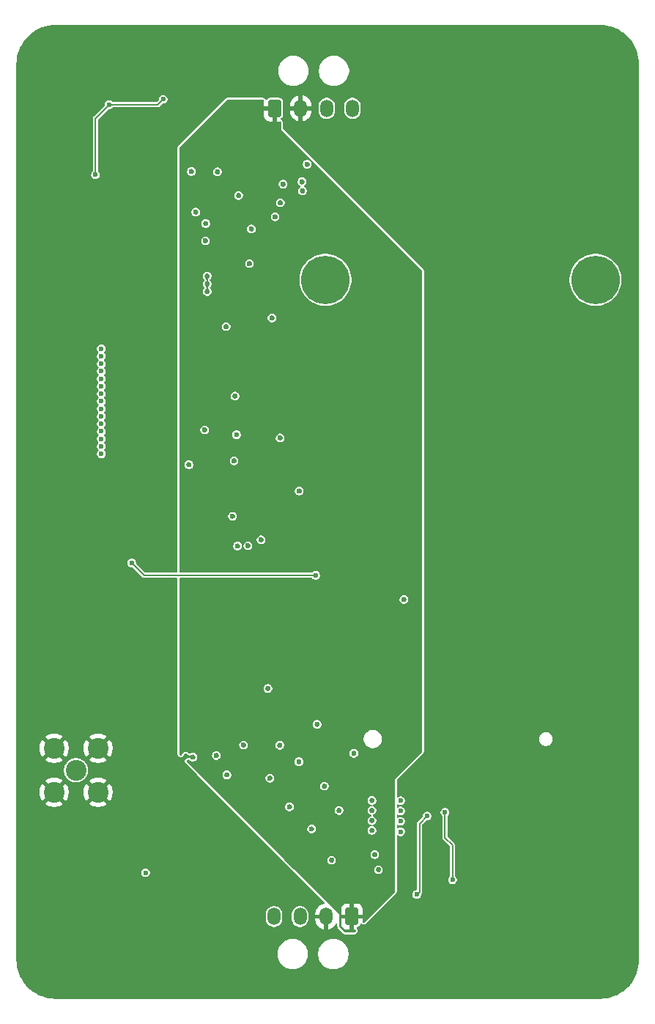
<source format=gbr>
%TF.GenerationSoftware,KiCad,Pcbnew,9.0.7*%
%TF.CreationDate,2026-02-10T22:30:16-08:00*%
%TF.ProjectId,SMU V1,534d5520-5631-42e6-9b69-6361645f7063,rev?*%
%TF.SameCoordinates,Original*%
%TF.FileFunction,Copper,L4,Bot*%
%TF.FilePolarity,Positive*%
%FSLAX46Y46*%
G04 Gerber Fmt 4.6, Leading zero omitted, Abs format (unit mm)*
G04 Created by KiCad (PCBNEW 9.0.7) date 2026-02-10 22:30:16*
%MOMM*%
%LPD*%
G01*
G04 APERTURE LIST*
G04 Aperture macros list*
%AMRoundRect*
0 Rectangle with rounded corners*
0 $1 Rounding radius*
0 $2 $3 $4 $5 $6 $7 $8 $9 X,Y pos of 4 corners*
0 Add a 4 corners polygon primitive as box body*
4,1,4,$2,$3,$4,$5,$6,$7,$8,$9,$2,$3,0*
0 Add four circle primitives for the rounded corners*
1,1,$1+$1,$2,$3*
1,1,$1+$1,$4,$5*
1,1,$1+$1,$6,$7*
1,1,$1+$1,$8,$9*
0 Add four rect primitives between the rounded corners*
20,1,$1+$1,$2,$3,$4,$5,0*
20,1,$1+$1,$4,$5,$6,$7,0*
20,1,$1+$1,$6,$7,$8,$9,0*
20,1,$1+$1,$8,$9,$2,$3,0*%
G04 Aperture macros list end*
%TA.AperFunction,ComponentPad*%
%ADD10O,1.500000X2.020000*%
%TD*%
%TA.AperFunction,ComponentPad*%
%ADD11RoundRect,0.250001X-0.499999X-0.759999X0.499999X-0.759999X0.499999X0.759999X-0.499999X0.759999X0*%
%TD*%
%TA.AperFunction,ComponentPad*%
%ADD12C,2.400000*%
%TD*%
%TA.AperFunction,ComponentPad*%
%ADD13RoundRect,0.250001X0.499999X0.759999X-0.499999X0.759999X-0.499999X-0.759999X0.499999X-0.759999X0*%
%TD*%
%TA.AperFunction,ComponentPad*%
%ADD14C,5.600000*%
%TD*%
%TA.AperFunction,ViaPad*%
%ADD15C,0.600000*%
%TD*%
%TA.AperFunction,Conductor*%
%ADD16C,0.200000*%
%TD*%
G04 APERTURE END LIST*
D10*
%TO.P,J402,4,CANH*%
%TO.N,/CAN+*%
X79050000Y-46060000D03*
%TO.P,J402,3,CANL*%
%TO.N,/CAN-*%
X76050000Y-46060000D03*
%TO.P,J402,2,GND*%
%TO.N,GND*%
X73050000Y-46060000D03*
D11*
%TO.P,J402,1,VBATT+*%
%TO.N,/Main IO/VBATT+*%
X70050000Y-46060000D03*
%TD*%
D12*
%TO.P,J1001,2*%
%TO.N,GND*%
X49630000Y-125050000D03*
X49630000Y-119970000D03*
X44550000Y-125050000D03*
X44550000Y-119970000D03*
%TO.P,J1001,1*%
%TO.N,/Antenna/ANT_OUT_RF*%
X47090000Y-122510000D03*
%TD*%
D10*
%TO.P,J401,4,CANH*%
%TO.N,/CAN+*%
X69980000Y-139420000D03*
%TO.P,J401,3,CANL*%
%TO.N,/CAN-*%
X72980000Y-139420000D03*
%TO.P,J401,2,GND*%
%TO.N,GND*%
X75980000Y-139420000D03*
D13*
%TO.P,J401,1,VBATT+*%
%TO.N,/Main IO/VBATT+*%
X78980000Y-139420000D03*
%TD*%
D14*
%TO.P,MCU201,NC*%
%TO.N,N/C*%
X75905000Y-65860000D03*
X107115000Y-65860000D03*
%TD*%
D15*
%TO.N,GND*%
X89220000Y-133470000D03*
X50430000Y-137660000D03*
X45990000Y-115370000D03*
X95940000Y-49250000D03*
X56510000Y-77270000D03*
X109320000Y-131420000D03*
X109360000Y-112570000D03*
X53019165Y-134570000D03*
X105539435Y-106107580D03*
X91189956Y-67556741D03*
X68470000Y-95890000D03*
X53200000Y-109320000D03*
X46580000Y-112980000D03*
X60140000Y-87220000D03*
X54530000Y-138300000D03*
X100580000Y-46210000D03*
X53531498Y-88045798D03*
X52420000Y-142520000D03*
X56840000Y-124030000D03*
X63300000Y-120810000D03*
X86480000Y-42610000D03*
X61990000Y-130880000D03*
X91800000Y-109500000D03*
X81290000Y-129468664D03*
X103469112Y-40571153D03*
X82040000Y-134000000D03*
X87730000Y-145340000D03*
X66950000Y-96580000D03*
X70670000Y-84120000D03*
X89690000Y-81660000D03*
X74950000Y-117210000D03*
X89190000Y-76550000D03*
X49570000Y-41780000D03*
X44036569Y-86403818D03*
X92970000Y-120420000D03*
X62062656Y-136626994D03*
X77490000Y-127160000D03*
X90860000Y-127620000D03*
X103504808Y-128952521D03*
X65470000Y-79300000D03*
X73200000Y-54530000D03*
X62080000Y-59370000D03*
X89700000Y-135930000D03*
X49676414Y-88831093D03*
X64520000Y-123040000D03*
X74310000Y-129290000D03*
X56240000Y-85040000D03*
X70700000Y-56960000D03*
X98007744Y-136734080D03*
X73270000Y-55600000D03*
X65880000Y-56130000D03*
X71020000Y-54810000D03*
X46320000Y-145020000D03*
X65750000Y-96610000D03*
X59800000Y-120890000D03*
X49020000Y-111940000D03*
X56460000Y-82460000D03*
X69740000Y-70270000D03*
X91330000Y-51530000D03*
X69273090Y-113068148D03*
X45892721Y-130701587D03*
X108150000Y-145120000D03*
X102970000Y-71840000D03*
X108720000Y-57450000D03*
X55820000Y-42180000D03*
X57330000Y-66350000D03*
X69490000Y-123430000D03*
X48950000Y-113130000D03*
X98757343Y-83012772D03*
X67130000Y-63990000D03*
X45950000Y-116620000D03*
X85610000Y-138720000D03*
X43001408Y-107606779D03*
X62050000Y-61350000D03*
X70640000Y-119630000D03*
X107110025Y-51279720D03*
X56800000Y-122840000D03*
X91260000Y-129510000D03*
X57330000Y-65455000D03*
X87320000Y-126460000D03*
X109465910Y-123384067D03*
X51425480Y-95220537D03*
X67450000Y-40040000D03*
X47550000Y-108770000D03*
X47190000Y-110660000D03*
X109465910Y-139554002D03*
X81290000Y-128312443D03*
X45920000Y-114170000D03*
X99580000Y-103720000D03*
X43380000Y-116040000D03*
X72850000Y-121530000D03*
X63440000Y-53390000D03*
X73800000Y-52520000D03*
X62250000Y-67225000D03*
X107181415Y-46318084D03*
X92300000Y-73590000D03*
X54640000Y-95580000D03*
X66350000Y-144550000D03*
X94350000Y-129140000D03*
X45110000Y-111000000D03*
X60920000Y-58040000D03*
X45320000Y-140870000D03*
X48160000Y-116630000D03*
X73800000Y-49500000D03*
X96437154Y-143837429D03*
X59460000Y-141730000D03*
X49360000Y-114210000D03*
X76620000Y-132900000D03*
X53820000Y-102110000D03*
X49450000Y-108830000D03*
X45680000Y-117710000D03*
X57309165Y-127000001D03*
X56340000Y-74670000D03*
X58120000Y-52890000D03*
X49770000Y-111510000D03*
X105400000Y-98540000D03*
X105932083Y-78301002D03*
X54670000Y-116600000D03*
X48470000Y-117650000D03*
X60590000Y-121000000D03*
X85890000Y-130680000D03*
X46713711Y-64094304D03*
X62250000Y-65435000D03*
X72620000Y-136930000D03*
X79200000Y-120560000D03*
X44821864Y-69734149D03*
X97620000Y-74660000D03*
X96258678Y-55170499D03*
X46640000Y-111910000D03*
X67270000Y-133950000D03*
X81290000Y-127156221D03*
X93690000Y-88620000D03*
X88920000Y-131840000D03*
X65170000Y-93170000D03*
X72880000Y-90270000D03*
X48210000Y-115430000D03*
X55530000Y-146480000D03*
X81620000Y-132260000D03*
X67350000Y-59990000D03*
X96370000Y-69980000D03*
X71760000Y-126740000D03*
X52950000Y-111509999D03*
X65350000Y-86770000D03*
X94650000Y-41000000D03*
X81290000Y-126000000D03*
X61955570Y-83191248D03*
X103112160Y-90080425D03*
X85260000Y-132220000D03*
X75800000Y-124360000D03*
X66440000Y-119590000D03*
X84980000Y-102790000D03*
X102860000Y-142160000D03*
X104400000Y-135480000D03*
X56510000Y-79850000D03*
X56890000Y-110530000D03*
X60420000Y-53350000D03*
X92046642Y-60417696D03*
X57330000Y-67245000D03*
X64440000Y-71270000D03*
X88350000Y-128930000D03*
X44180000Y-100080000D03*
X43420000Y-117410000D03*
X70094081Y-58597240D03*
X96187287Y-96969603D03*
X62250000Y-66330000D03*
%TO.N,+5V*%
X50020000Y-79897500D03*
X50020000Y-85965000D03*
X50020000Y-76430357D03*
X84600000Y-129610000D03*
X50020000Y-79030714D03*
X50020000Y-80764286D03*
X50020000Y-84231429D03*
X84600000Y-128416667D03*
X50020000Y-77297143D03*
X50020000Y-74696786D03*
X65640000Y-83760000D03*
X50020000Y-73830000D03*
X50020000Y-83364643D03*
X84600000Y-126030000D03*
X50020000Y-78163929D03*
X55129165Y-134350000D03*
X84600000Y-127223333D03*
X50020000Y-75563571D03*
X50020000Y-85098214D03*
X50020000Y-81631071D03*
X50020000Y-82497857D03*
%TO.N,/Power/5V Buck/PPVAR_VBATT_PROT*%
X57160000Y-45010000D03*
X50920000Y-45640000D03*
X49330000Y-53740000D03*
%TO.N,/IMU_SPI.CS*%
X86480000Y-136860000D03*
X87660000Y-127810000D03*
%TO.N,/IMU_SPI.SCK*%
X90600000Y-135160000D03*
X89730000Y-127370000D03*
%TO.N,/GPS/GPS_1PPS*%
X53540000Y-98579999D03*
X74790000Y-100000000D03*
%TD*%
D16*
%TO.N,/Power/5V Buck/PPVAR_VBATT_PROT*%
X49330000Y-47230000D02*
X50920000Y-45640000D01*
X49330000Y-53740000D02*
X49330000Y-47230000D01*
X56530000Y-45640000D02*
X57160000Y-45010000D01*
X50920000Y-45640000D02*
X56530000Y-45640000D01*
%TO.N,/IMU_SPI.CS*%
X86480000Y-136860000D02*
X86780000Y-136560000D01*
X86780000Y-136560000D02*
X86780000Y-128690000D01*
X86780000Y-128690000D02*
X87660000Y-127810000D01*
%TO.N,/IMU_SPI.SCK*%
X90600000Y-131160000D02*
X89730000Y-130290000D01*
X90600000Y-135160000D02*
X90600000Y-131160000D01*
X89730000Y-130290000D02*
X89730000Y-127370000D01*
%TO.N,/GPS/GPS_1PPS*%
X54960001Y-100000000D02*
X53540000Y-98579999D01*
X74790000Y-100000000D02*
X54960001Y-100000000D01*
%TD*%
%TA.AperFunction,Conductor*%
%TO.N,/Main IO/VBATT+*%
G36*
X68768996Y-45068907D02*
G01*
X68804960Y-45118407D01*
X68809292Y-45159062D01*
X68800000Y-45250013D01*
X68800000Y-45809999D01*
X68800001Y-45810000D01*
X69605440Y-45810000D01*
X69574755Y-45863147D01*
X69540000Y-45992857D01*
X69540000Y-46127143D01*
X69574755Y-46256853D01*
X69605440Y-46310000D01*
X68800001Y-46310000D01*
X68800000Y-46310001D01*
X68800000Y-46869986D01*
X68810493Y-46972692D01*
X68865643Y-47139123D01*
X68957680Y-47288339D01*
X69081660Y-47412319D01*
X69230876Y-47504356D01*
X69397307Y-47559506D01*
X69500014Y-47570000D01*
X69799999Y-47570000D01*
X69800000Y-47569999D01*
X69800000Y-46504560D01*
X69853147Y-46535245D01*
X69982857Y-46570000D01*
X70117143Y-46570000D01*
X70246853Y-46535245D01*
X70300000Y-46504560D01*
X70300000Y-47569999D01*
X70300001Y-47570000D01*
X70599985Y-47570000D01*
X70690937Y-47560707D01*
X70750748Y-47573601D01*
X70791557Y-47619189D01*
X70800000Y-47659194D01*
X70800000Y-48510000D01*
X87061005Y-64771005D01*
X87088781Y-64825520D01*
X87090000Y-64841007D01*
X87090000Y-120328992D01*
X87071093Y-120387183D01*
X87061004Y-120398996D01*
X83950000Y-123510000D01*
X83950000Y-136528991D01*
X83931093Y-136587182D01*
X83921004Y-136598995D01*
X80399004Y-140120995D01*
X80344487Y-140148772D01*
X80284055Y-140139201D01*
X80240790Y-140095936D01*
X80230000Y-140050991D01*
X80230000Y-139670001D01*
X80229999Y-139670000D01*
X79424560Y-139670000D01*
X79455245Y-139616853D01*
X79490000Y-139487143D01*
X79490000Y-139352857D01*
X79455245Y-139223147D01*
X79424560Y-139170000D01*
X80229999Y-139170000D01*
X80230000Y-139169999D01*
X80230000Y-138610013D01*
X80219506Y-138507307D01*
X80164356Y-138340876D01*
X80072319Y-138191660D01*
X79948339Y-138067680D01*
X79799123Y-137975643D01*
X79632692Y-137920493D01*
X79529986Y-137910000D01*
X79230001Y-137910000D01*
X79230000Y-137910001D01*
X79230000Y-138975439D01*
X79176853Y-138944755D01*
X79047143Y-138910000D01*
X78912857Y-138910000D01*
X78783147Y-138944755D01*
X78730000Y-138975439D01*
X78730000Y-137910001D01*
X78729999Y-137910000D01*
X78430014Y-137910000D01*
X78327307Y-137920493D01*
X78160876Y-137975643D01*
X78011660Y-138067680D01*
X77887680Y-138191660D01*
X77795643Y-138340876D01*
X77740493Y-138507307D01*
X77730000Y-138610013D01*
X77730000Y-139169999D01*
X77730001Y-139170000D01*
X78535440Y-139170000D01*
X78504755Y-139223147D01*
X78470000Y-139352857D01*
X78470000Y-139487143D01*
X78504755Y-139616853D01*
X78535440Y-139670000D01*
X77730001Y-139670000D01*
X77730000Y-139670001D01*
X77730000Y-140229986D01*
X77740493Y-140332692D01*
X77795643Y-140499123D01*
X77887680Y-140648339D01*
X78011660Y-140772319D01*
X78160876Y-140864356D01*
X78327307Y-140919506D01*
X78430014Y-140930000D01*
X78729999Y-140930000D01*
X78730000Y-140929999D01*
X78730000Y-139864560D01*
X78783147Y-139895245D01*
X78912857Y-139930000D01*
X79047143Y-139930000D01*
X79176853Y-139895245D01*
X79230000Y-139864560D01*
X79230000Y-140929999D01*
X79230001Y-140930000D01*
X79350992Y-140930000D01*
X79409183Y-140948907D01*
X79445147Y-140998407D01*
X79445147Y-141059593D01*
X79420996Y-141099003D01*
X79268997Y-141251003D01*
X79214480Y-141278781D01*
X79198993Y-141280000D01*
X78271008Y-141280000D01*
X78212817Y-141261093D01*
X78201004Y-141251004D01*
X77518996Y-140568996D01*
X77491219Y-140514479D01*
X77490000Y-140498992D01*
X77490000Y-139140001D01*
X77490000Y-139140000D01*
X72284108Y-133934108D01*
X81539500Y-133934108D01*
X81539500Y-134065892D01*
X81560211Y-134143186D01*
X81573609Y-134193190D01*
X81639496Y-134307309D01*
X81639498Y-134307311D01*
X81639500Y-134307314D01*
X81732686Y-134400500D01*
X81732688Y-134400501D01*
X81732690Y-134400503D01*
X81846810Y-134466390D01*
X81846808Y-134466390D01*
X81846812Y-134466391D01*
X81846814Y-134466392D01*
X81974108Y-134500500D01*
X81974110Y-134500500D01*
X82105890Y-134500500D01*
X82105892Y-134500500D01*
X82233186Y-134466392D01*
X82233188Y-134466390D01*
X82233190Y-134466390D01*
X82347309Y-134400503D01*
X82347309Y-134400502D01*
X82347314Y-134400500D01*
X82440500Y-134307314D01*
X82506392Y-134193186D01*
X82540500Y-134065892D01*
X82540500Y-133934108D01*
X82506392Y-133806814D01*
X82506390Y-133806811D01*
X82506390Y-133806809D01*
X82440503Y-133692690D01*
X82440501Y-133692688D01*
X82440500Y-133692686D01*
X82347314Y-133599500D01*
X82347311Y-133599498D01*
X82347309Y-133599496D01*
X82233189Y-133533609D01*
X82233191Y-133533609D01*
X82183799Y-133520375D01*
X82105892Y-133499500D01*
X81974108Y-133499500D01*
X81896200Y-133520375D01*
X81846809Y-133533609D01*
X81732690Y-133599496D01*
X81639496Y-133692690D01*
X81573609Y-133806809D01*
X81573608Y-133806814D01*
X81539500Y-133934108D01*
X72284108Y-133934108D01*
X71184108Y-132834108D01*
X76119500Y-132834108D01*
X76119500Y-132965892D01*
X76149579Y-133078151D01*
X76153609Y-133093190D01*
X76219496Y-133207309D01*
X76219498Y-133207311D01*
X76219500Y-133207314D01*
X76312686Y-133300500D01*
X76312688Y-133300501D01*
X76312690Y-133300503D01*
X76426810Y-133366390D01*
X76426808Y-133366390D01*
X76426812Y-133366391D01*
X76426814Y-133366392D01*
X76554108Y-133400500D01*
X76554110Y-133400500D01*
X76685890Y-133400500D01*
X76685892Y-133400500D01*
X76813186Y-133366392D01*
X76813188Y-133366390D01*
X76813190Y-133366390D01*
X76927309Y-133300503D01*
X76927309Y-133300502D01*
X76927314Y-133300500D01*
X77020500Y-133207314D01*
X77086392Y-133093186D01*
X77120500Y-132965892D01*
X77120500Y-132834108D01*
X77086392Y-132706814D01*
X77086390Y-132706811D01*
X77086390Y-132706809D01*
X77020503Y-132592690D01*
X77020501Y-132592688D01*
X77020500Y-132592686D01*
X76927314Y-132499500D01*
X76927311Y-132499498D01*
X76927309Y-132499496D01*
X76813189Y-132433609D01*
X76813191Y-132433609D01*
X76736969Y-132413186D01*
X76685892Y-132399500D01*
X76554108Y-132399500D01*
X76503031Y-132413186D01*
X76426809Y-132433609D01*
X76312690Y-132499496D01*
X76219496Y-132592690D01*
X76153609Y-132706809D01*
X76148362Y-132726392D01*
X76119500Y-132834108D01*
X71184108Y-132834108D01*
X70544108Y-132194108D01*
X81119500Y-132194108D01*
X81119500Y-132325892D01*
X81139223Y-132399500D01*
X81153609Y-132453190D01*
X81219496Y-132567309D01*
X81219498Y-132567311D01*
X81219500Y-132567314D01*
X81312686Y-132660500D01*
X81312688Y-132660501D01*
X81312690Y-132660503D01*
X81426810Y-132726390D01*
X81426808Y-132726390D01*
X81426812Y-132726391D01*
X81426814Y-132726392D01*
X81554108Y-132760500D01*
X81554110Y-132760500D01*
X81685890Y-132760500D01*
X81685892Y-132760500D01*
X81813186Y-132726392D01*
X81813188Y-132726390D01*
X81813190Y-132726390D01*
X81927309Y-132660503D01*
X81927309Y-132660502D01*
X81927314Y-132660500D01*
X82020500Y-132567314D01*
X82086392Y-132453186D01*
X82120500Y-132325892D01*
X82120500Y-132194108D01*
X82086392Y-132066814D01*
X82086390Y-132066811D01*
X82086390Y-132066809D01*
X82020503Y-131952690D01*
X82020501Y-131952688D01*
X82020500Y-131952686D01*
X81927314Y-131859500D01*
X81927311Y-131859498D01*
X81927309Y-131859496D01*
X81813189Y-131793609D01*
X81813191Y-131793609D01*
X81763799Y-131780375D01*
X81685892Y-131759500D01*
X81554108Y-131759500D01*
X81476200Y-131780375D01*
X81426809Y-131793609D01*
X81312690Y-131859496D01*
X81219496Y-131952690D01*
X81153609Y-132066809D01*
X81153608Y-132066814D01*
X81119500Y-132194108D01*
X70544108Y-132194108D01*
X67574108Y-129224108D01*
X73809500Y-129224108D01*
X73809500Y-129355892D01*
X73822062Y-129402773D01*
X73843609Y-129483190D01*
X73909496Y-129597309D01*
X73909498Y-129597311D01*
X73909500Y-129597314D01*
X74002686Y-129690500D01*
X74002688Y-129690501D01*
X74002690Y-129690503D01*
X74116810Y-129756390D01*
X74116808Y-129756390D01*
X74116812Y-129756391D01*
X74116814Y-129756392D01*
X74244108Y-129790500D01*
X74244110Y-129790500D01*
X74375890Y-129790500D01*
X74375892Y-129790500D01*
X74503186Y-129756392D01*
X74503188Y-129756390D01*
X74503190Y-129756390D01*
X74617309Y-129690503D01*
X74617309Y-129690502D01*
X74617314Y-129690500D01*
X74710500Y-129597314D01*
X74741219Y-129544108D01*
X74776390Y-129483190D01*
X74776390Y-129483188D01*
X74776392Y-129483186D01*
X74810500Y-129355892D01*
X74810500Y-129224108D01*
X74776392Y-129096814D01*
X74776390Y-129096811D01*
X74776390Y-129096809D01*
X74710503Y-128982690D01*
X74710501Y-128982688D01*
X74710500Y-128982686D01*
X74617314Y-128889500D01*
X74617311Y-128889498D01*
X74617309Y-128889496D01*
X74503189Y-128823609D01*
X74503191Y-128823609D01*
X74453799Y-128810375D01*
X74375892Y-128789500D01*
X74244108Y-128789500D01*
X74166200Y-128810375D01*
X74116809Y-128823609D01*
X74002690Y-128889496D01*
X73909496Y-128982690D01*
X73843609Y-129096809D01*
X73843608Y-129096814D01*
X73809500Y-129224108D01*
X67574108Y-129224108D01*
X65024108Y-126674108D01*
X71259500Y-126674108D01*
X71259500Y-126805892D01*
X71274132Y-126860500D01*
X71293609Y-126933190D01*
X71359496Y-127047309D01*
X71359498Y-127047311D01*
X71359500Y-127047314D01*
X71452686Y-127140500D01*
X71452688Y-127140501D01*
X71452690Y-127140503D01*
X71566810Y-127206390D01*
X71566808Y-127206390D01*
X71566812Y-127206391D01*
X71566814Y-127206392D01*
X71694108Y-127240500D01*
X71694110Y-127240500D01*
X71825890Y-127240500D01*
X71825892Y-127240500D01*
X71953186Y-127206392D01*
X71953188Y-127206390D01*
X71953190Y-127206390D01*
X72067309Y-127140503D01*
X72067309Y-127140502D01*
X72067314Y-127140500D01*
X72113706Y-127094108D01*
X76989500Y-127094108D01*
X76989500Y-127225892D01*
X77019579Y-127338151D01*
X77023609Y-127353190D01*
X77089496Y-127467309D01*
X77089498Y-127467311D01*
X77089500Y-127467314D01*
X77182686Y-127560500D01*
X77182688Y-127560501D01*
X77182690Y-127560503D01*
X77296810Y-127626390D01*
X77296808Y-127626390D01*
X77296812Y-127626391D01*
X77296814Y-127626392D01*
X77424108Y-127660500D01*
X77424110Y-127660500D01*
X77555890Y-127660500D01*
X77555892Y-127660500D01*
X77683186Y-127626392D01*
X77683188Y-127626390D01*
X77683190Y-127626390D01*
X77797309Y-127560503D01*
X77797309Y-127560502D01*
X77797314Y-127560500D01*
X77890500Y-127467314D01*
X77956392Y-127353186D01*
X77990500Y-127225892D01*
X77990500Y-127094108D01*
X77956392Y-126966814D01*
X77956390Y-126966811D01*
X77956390Y-126966809D01*
X77890503Y-126852690D01*
X77890501Y-126852688D01*
X77890500Y-126852686D01*
X77797314Y-126759500D01*
X77797311Y-126759498D01*
X77797309Y-126759496D01*
X77683189Y-126693609D01*
X77683191Y-126693609D01*
X77633799Y-126680375D01*
X77555892Y-126659500D01*
X77424108Y-126659500D01*
X77346200Y-126680375D01*
X77296809Y-126693609D01*
X77182690Y-126759496D01*
X77089496Y-126852690D01*
X77023609Y-126966809D01*
X77023608Y-126966814D01*
X76989500Y-127094108D01*
X72113706Y-127094108D01*
X72160500Y-127047314D01*
X72226392Y-126933186D01*
X72260500Y-126805892D01*
X72260500Y-126674108D01*
X72226392Y-126546814D01*
X72226390Y-126546811D01*
X72226390Y-126546809D01*
X72160503Y-126432690D01*
X72160501Y-126432688D01*
X72160500Y-126432686D01*
X72067314Y-126339500D01*
X72067311Y-126339498D01*
X72067309Y-126339496D01*
X71953189Y-126273609D01*
X71953191Y-126273609D01*
X71903799Y-126260375D01*
X71825892Y-126239500D01*
X71694108Y-126239500D01*
X71616200Y-126260375D01*
X71566809Y-126273609D01*
X71452690Y-126339496D01*
X71359496Y-126432690D01*
X71293609Y-126546809D01*
X71293608Y-126546814D01*
X71259500Y-126674108D01*
X65024108Y-126674108D01*
X64284108Y-125934108D01*
X80789500Y-125934108D01*
X80789500Y-126065892D01*
X80812756Y-126152686D01*
X80823609Y-126193190D01*
X80889496Y-126307309D01*
X80889498Y-126307311D01*
X80889500Y-126307314D01*
X80982686Y-126400500D01*
X80982688Y-126400501D01*
X80982690Y-126400503D01*
X81096810Y-126466390D01*
X81096811Y-126466390D01*
X81096814Y-126466392D01*
X81156870Y-126482483D01*
X81208184Y-126515807D01*
X81230111Y-126572928D01*
X81214276Y-126632029D01*
X81166726Y-126670534D01*
X81156871Y-126673736D01*
X81096814Y-126689828D01*
X81096810Y-126689830D01*
X80982690Y-126755717D01*
X80889496Y-126848911D01*
X80823609Y-126963030D01*
X80822595Y-126966814D01*
X80789500Y-127090329D01*
X80789500Y-127222113D01*
X80812915Y-127309500D01*
X80823609Y-127349411D01*
X80889496Y-127463530D01*
X80889498Y-127463532D01*
X80889500Y-127463535D01*
X80982686Y-127556721D01*
X80982688Y-127556722D01*
X80982690Y-127556724D01*
X81096810Y-127622611D01*
X81096808Y-127622611D01*
X81096812Y-127622612D01*
X81096814Y-127622613D01*
X81156872Y-127638705D01*
X81208186Y-127672029D01*
X81230113Y-127729151D01*
X81214277Y-127788251D01*
X81166727Y-127826756D01*
X81156877Y-127829957D01*
X81126850Y-127838002D01*
X81096809Y-127846052D01*
X80982690Y-127911939D01*
X80889496Y-128005133D01*
X80823609Y-128119252D01*
X80823608Y-128119257D01*
X80789500Y-128246551D01*
X80789500Y-128378335D01*
X80819579Y-128490594D01*
X80823609Y-128505633D01*
X80889496Y-128619752D01*
X80889498Y-128619754D01*
X80889500Y-128619757D01*
X80982686Y-128712943D01*
X80982688Y-128712944D01*
X80982690Y-128712946D01*
X81096810Y-128778833D01*
X81096811Y-128778833D01*
X81096814Y-128778835D01*
X81156870Y-128794926D01*
X81208184Y-128828250D01*
X81230111Y-128885371D01*
X81214276Y-128944472D01*
X81166726Y-128982977D01*
X81156871Y-128986179D01*
X81096814Y-129002271D01*
X81096810Y-129002273D01*
X80982690Y-129068160D01*
X80889496Y-129161354D01*
X80823609Y-129275473D01*
X80804539Y-129346642D01*
X80789500Y-129402772D01*
X80789500Y-129534556D01*
X80806316Y-129597314D01*
X80823609Y-129661854D01*
X80889496Y-129775973D01*
X80889498Y-129775975D01*
X80889500Y-129775978D01*
X80982686Y-129869164D01*
X80982688Y-129869165D01*
X80982690Y-129869167D01*
X81096810Y-129935054D01*
X81096808Y-129935054D01*
X81096812Y-129935055D01*
X81096814Y-129935056D01*
X81224108Y-129969164D01*
X81224110Y-129969164D01*
X81355890Y-129969164D01*
X81355892Y-129969164D01*
X81483186Y-129935056D01*
X81483188Y-129935054D01*
X81483190Y-129935054D01*
X81597309Y-129869167D01*
X81597309Y-129869166D01*
X81597314Y-129869164D01*
X81690500Y-129775978D01*
X81756392Y-129661850D01*
X81790500Y-129534556D01*
X81790500Y-129402772D01*
X81756392Y-129275478D01*
X81756390Y-129275475D01*
X81756390Y-129275473D01*
X81690503Y-129161354D01*
X81690501Y-129161352D01*
X81690500Y-129161350D01*
X81597314Y-129068164D01*
X81597311Y-129068162D01*
X81597309Y-129068160D01*
X81483189Y-129002273D01*
X81483190Y-129002273D01*
X81423129Y-128986180D01*
X81371814Y-128952855D01*
X81349888Y-128895734D01*
X81365724Y-128836633D01*
X81413274Y-128798128D01*
X81423115Y-128794930D01*
X81483186Y-128778835D01*
X81597314Y-128712943D01*
X81690500Y-128619757D01*
X81756392Y-128505629D01*
X81790500Y-128378335D01*
X81790500Y-128246551D01*
X81756392Y-128119257D01*
X81756390Y-128119254D01*
X81756390Y-128119252D01*
X81690503Y-128005133D01*
X81690501Y-128005131D01*
X81690500Y-128005129D01*
X81597314Y-127911943D01*
X81597311Y-127911941D01*
X81597309Y-127911939D01*
X81483189Y-127846052D01*
X81483191Y-127846052D01*
X81461647Y-127840279D01*
X81423125Y-127829957D01*
X81371813Y-127796635D01*
X81349886Y-127739514D01*
X81365721Y-127680413D01*
X81413271Y-127641908D01*
X81423116Y-127638708D01*
X81483186Y-127622613D01*
X81483188Y-127622611D01*
X81483190Y-127622611D01*
X81597309Y-127556724D01*
X81597309Y-127556723D01*
X81597314Y-127556721D01*
X81690500Y-127463535D01*
X81756392Y-127349407D01*
X81790500Y-127222113D01*
X81790500Y-127090329D01*
X81756392Y-126963035D01*
X81756390Y-126963032D01*
X81756390Y-126963030D01*
X81690503Y-126848911D01*
X81690501Y-126848909D01*
X81690500Y-126848907D01*
X81597314Y-126755721D01*
X81597311Y-126755719D01*
X81597309Y-126755717D01*
X81483189Y-126689830D01*
X81483190Y-126689830D01*
X81453110Y-126681770D01*
X81423128Y-126673736D01*
X81371814Y-126640412D01*
X81349888Y-126583291D01*
X81365724Y-126524190D01*
X81413274Y-126485685D01*
X81423115Y-126482487D01*
X81483186Y-126466392D01*
X81597314Y-126400500D01*
X81690500Y-126307314D01*
X81729653Y-126239500D01*
X81756390Y-126193190D01*
X81756390Y-126193188D01*
X81756392Y-126193186D01*
X81790500Y-126065892D01*
X81790500Y-125934108D01*
X81756392Y-125806814D01*
X81756390Y-125806811D01*
X81756390Y-125806809D01*
X81690503Y-125692690D01*
X81690501Y-125692688D01*
X81690500Y-125692686D01*
X81597314Y-125599500D01*
X81597311Y-125599498D01*
X81597309Y-125599496D01*
X81483189Y-125533609D01*
X81483191Y-125533609D01*
X81433799Y-125520375D01*
X81355892Y-125499500D01*
X81224108Y-125499500D01*
X81146200Y-125520375D01*
X81096809Y-125533609D01*
X80982690Y-125599496D01*
X80889496Y-125692690D01*
X80823609Y-125806809D01*
X80804539Y-125877978D01*
X80789500Y-125934108D01*
X64284108Y-125934108D01*
X62644108Y-124294108D01*
X75299500Y-124294108D01*
X75299500Y-124425892D01*
X75329579Y-124538151D01*
X75333609Y-124553190D01*
X75399496Y-124667309D01*
X75399498Y-124667311D01*
X75399500Y-124667314D01*
X75492686Y-124760500D01*
X75492688Y-124760501D01*
X75492690Y-124760503D01*
X75606810Y-124826390D01*
X75606808Y-124826390D01*
X75606812Y-124826391D01*
X75606814Y-124826392D01*
X75734108Y-124860500D01*
X75734110Y-124860500D01*
X75865890Y-124860500D01*
X75865892Y-124860500D01*
X75993186Y-124826392D01*
X75993188Y-124826390D01*
X75993190Y-124826390D01*
X76107309Y-124760503D01*
X76107309Y-124760502D01*
X76107314Y-124760500D01*
X76200500Y-124667314D01*
X76266392Y-124553186D01*
X76300500Y-124425892D01*
X76300500Y-124294108D01*
X76266392Y-124166814D01*
X76266390Y-124166811D01*
X76266390Y-124166809D01*
X76200503Y-124052690D01*
X76200501Y-124052688D01*
X76200500Y-124052686D01*
X76107314Y-123959500D01*
X76107311Y-123959498D01*
X76107309Y-123959496D01*
X75993189Y-123893609D01*
X75993191Y-123893609D01*
X75943799Y-123880375D01*
X75865892Y-123859500D01*
X75734108Y-123859500D01*
X75656200Y-123880375D01*
X75606809Y-123893609D01*
X75492690Y-123959496D01*
X75399496Y-124052690D01*
X75333609Y-124166809D01*
X75333608Y-124166814D01*
X75299500Y-124294108D01*
X62644108Y-124294108D01*
X61324108Y-122974108D01*
X64019500Y-122974108D01*
X64019500Y-123105892D01*
X64024000Y-123122686D01*
X64053609Y-123233190D01*
X64119496Y-123347309D01*
X64119498Y-123347311D01*
X64119500Y-123347314D01*
X64212686Y-123440500D01*
X64212688Y-123440501D01*
X64212690Y-123440503D01*
X64326810Y-123506390D01*
X64326808Y-123506390D01*
X64326812Y-123506391D01*
X64326814Y-123506392D01*
X64454108Y-123540500D01*
X64454110Y-123540500D01*
X64585890Y-123540500D01*
X64585892Y-123540500D01*
X64713186Y-123506392D01*
X64713188Y-123506390D01*
X64713190Y-123506390D01*
X64827309Y-123440503D01*
X64827309Y-123440502D01*
X64827314Y-123440500D01*
X64903706Y-123364108D01*
X68989500Y-123364108D01*
X68989500Y-123495892D01*
X69001453Y-123540500D01*
X69023609Y-123623190D01*
X69089496Y-123737309D01*
X69089498Y-123737311D01*
X69089500Y-123737314D01*
X69182686Y-123830500D01*
X69182688Y-123830501D01*
X69182690Y-123830503D01*
X69296810Y-123896390D01*
X69296808Y-123896390D01*
X69296812Y-123896391D01*
X69296814Y-123896392D01*
X69424108Y-123930500D01*
X69424110Y-123930500D01*
X69555890Y-123930500D01*
X69555892Y-123930500D01*
X69683186Y-123896392D01*
X69683188Y-123896390D01*
X69683190Y-123896390D01*
X69797309Y-123830503D01*
X69797309Y-123830502D01*
X69797314Y-123830500D01*
X69890500Y-123737314D01*
X69956392Y-123623186D01*
X69990500Y-123495892D01*
X69990500Y-123364108D01*
X69956392Y-123236814D01*
X69956390Y-123236811D01*
X69956390Y-123236809D01*
X69890503Y-123122690D01*
X69890501Y-123122688D01*
X69890500Y-123122686D01*
X69797314Y-123029500D01*
X69797311Y-123029498D01*
X69797309Y-123029496D01*
X69683189Y-122963609D01*
X69683191Y-122963609D01*
X69633799Y-122950375D01*
X69555892Y-122929500D01*
X69424108Y-122929500D01*
X69346200Y-122950375D01*
X69296809Y-122963609D01*
X69182690Y-123029496D01*
X69089496Y-123122690D01*
X69023609Y-123236809D01*
X69023608Y-123236814D01*
X68989500Y-123364108D01*
X64903706Y-123364108D01*
X64920500Y-123347314D01*
X64920503Y-123347309D01*
X64943130Y-123308119D01*
X64986390Y-123233190D01*
X64986390Y-123233188D01*
X64986392Y-123233186D01*
X65020500Y-123105892D01*
X65020500Y-122974108D01*
X64986392Y-122846814D01*
X64986390Y-122846811D01*
X64986390Y-122846809D01*
X64920503Y-122732690D01*
X64920501Y-122732688D01*
X64920500Y-122732686D01*
X64827314Y-122639500D01*
X64827311Y-122639498D01*
X64827309Y-122639496D01*
X64713189Y-122573609D01*
X64713191Y-122573609D01*
X64663799Y-122560375D01*
X64585892Y-122539500D01*
X64454108Y-122539500D01*
X64376200Y-122560375D01*
X64326809Y-122573609D01*
X64212690Y-122639496D01*
X64119496Y-122732690D01*
X64053609Y-122846809D01*
X64053608Y-122846814D01*
X64019500Y-122974108D01*
X61324108Y-122974108D01*
X59888248Y-121538248D01*
X59860471Y-121483731D01*
X59870042Y-121423299D01*
X59913307Y-121380034D01*
X59917818Y-121377878D01*
X59925012Y-121374658D01*
X59993186Y-121356392D01*
X60087384Y-121302006D01*
X60092036Y-121299925D01*
X60117630Y-121297187D01*
X60142818Y-121291833D01*
X60147634Y-121293977D01*
X60152874Y-121293417D01*
X60175190Y-121306246D01*
X60198713Y-121316719D01*
X60202454Y-121320268D01*
X60282686Y-121400500D01*
X60282688Y-121400501D01*
X60282690Y-121400503D01*
X60396810Y-121466390D01*
X60396808Y-121466390D01*
X60396812Y-121466391D01*
X60396814Y-121466392D01*
X60524108Y-121500500D01*
X60524110Y-121500500D01*
X60655890Y-121500500D01*
X60655892Y-121500500D01*
X60783186Y-121466392D01*
X60783188Y-121466390D01*
X60783190Y-121466390D01*
X60787143Y-121464108D01*
X72349500Y-121464108D01*
X72349500Y-121595892D01*
X72379579Y-121708151D01*
X72383609Y-121723190D01*
X72449496Y-121837309D01*
X72449498Y-121837311D01*
X72449500Y-121837314D01*
X72542686Y-121930500D01*
X72542688Y-121930501D01*
X72542690Y-121930503D01*
X72656810Y-121996390D01*
X72656808Y-121996390D01*
X72656812Y-121996391D01*
X72656814Y-121996392D01*
X72784108Y-122030500D01*
X72784110Y-122030500D01*
X72915890Y-122030500D01*
X72915892Y-122030500D01*
X73043186Y-121996392D01*
X73043188Y-121996390D01*
X73043190Y-121996390D01*
X73157309Y-121930503D01*
X73157309Y-121930502D01*
X73157314Y-121930500D01*
X73250500Y-121837314D01*
X73316392Y-121723186D01*
X73350500Y-121595892D01*
X73350500Y-121464108D01*
X73316392Y-121336814D01*
X73316390Y-121336811D01*
X73316390Y-121336809D01*
X73250503Y-121222690D01*
X73250501Y-121222688D01*
X73250500Y-121222686D01*
X73157314Y-121129500D01*
X73157311Y-121129498D01*
X73157309Y-121129496D01*
X73043189Y-121063609D01*
X73043191Y-121063609D01*
X72993799Y-121050375D01*
X72915892Y-121029500D01*
X72784108Y-121029500D01*
X72706200Y-121050375D01*
X72656809Y-121063609D01*
X72542690Y-121129496D01*
X72449496Y-121222690D01*
X72383609Y-121336809D01*
X72383608Y-121336814D01*
X72349500Y-121464108D01*
X60787143Y-121464108D01*
X60897309Y-121400503D01*
X60897309Y-121400502D01*
X60897314Y-121400500D01*
X60990500Y-121307314D01*
X60998200Y-121293977D01*
X61056390Y-121193190D01*
X61056390Y-121193188D01*
X61056392Y-121193186D01*
X61090500Y-121065892D01*
X61090500Y-120934108D01*
X61056392Y-120806814D01*
X61045020Y-120787118D01*
X61045020Y-120787116D01*
X61020189Y-120744108D01*
X62799500Y-120744108D01*
X62799500Y-120875892D01*
X62822171Y-120960503D01*
X62833609Y-121003190D01*
X62899496Y-121117309D01*
X62899498Y-121117311D01*
X62899500Y-121117314D01*
X62992686Y-121210500D01*
X62992688Y-121210501D01*
X62992690Y-121210503D01*
X63106810Y-121276390D01*
X63106808Y-121276390D01*
X63106812Y-121276391D01*
X63106814Y-121276392D01*
X63234108Y-121310500D01*
X63234110Y-121310500D01*
X63365890Y-121310500D01*
X63365892Y-121310500D01*
X63493186Y-121276392D01*
X63493188Y-121276390D01*
X63493190Y-121276390D01*
X63607309Y-121210503D01*
X63607309Y-121210502D01*
X63607314Y-121210500D01*
X63700500Y-121117314D01*
X63766392Y-121003186D01*
X63800500Y-120875892D01*
X63800500Y-120744108D01*
X63766392Y-120616814D01*
X63756393Y-120599496D01*
X63720380Y-120537119D01*
X63720379Y-120537117D01*
X63700501Y-120502688D01*
X63700500Y-120502686D01*
X63691922Y-120494108D01*
X78699500Y-120494108D01*
X78699500Y-120625892D01*
X78729579Y-120738151D01*
X78733609Y-120753190D01*
X78799496Y-120867309D01*
X78799498Y-120867311D01*
X78799500Y-120867314D01*
X78892686Y-120960500D01*
X78892688Y-120960501D01*
X78892690Y-120960503D01*
X79006810Y-121026390D01*
X79006808Y-121026390D01*
X79006812Y-121026391D01*
X79006814Y-121026392D01*
X79134108Y-121060500D01*
X79134110Y-121060500D01*
X79265890Y-121060500D01*
X79265892Y-121060500D01*
X79393186Y-121026392D01*
X79393188Y-121026390D01*
X79393190Y-121026390D01*
X79507309Y-120960503D01*
X79507309Y-120960502D01*
X79507314Y-120960500D01*
X79600500Y-120867314D01*
X79622316Y-120829528D01*
X79666390Y-120753190D01*
X79666390Y-120753188D01*
X79666392Y-120753186D01*
X79700500Y-120625892D01*
X79700500Y-120494108D01*
X79666392Y-120366814D01*
X79666390Y-120366811D01*
X79666390Y-120366809D01*
X79600503Y-120252690D01*
X79600501Y-120252688D01*
X79600500Y-120252686D01*
X79507314Y-120159500D01*
X79507311Y-120159498D01*
X79507309Y-120159496D01*
X79393189Y-120093609D01*
X79393191Y-120093609D01*
X79343799Y-120080375D01*
X79265892Y-120059500D01*
X79134108Y-120059500D01*
X79056200Y-120080375D01*
X79006809Y-120093609D01*
X78892690Y-120159496D01*
X78799496Y-120252690D01*
X78733609Y-120366809D01*
X78722170Y-120409500D01*
X78699500Y-120494108D01*
X63691922Y-120494108D01*
X63607314Y-120409500D01*
X63607311Y-120409498D01*
X63607309Y-120409496D01*
X63493189Y-120343609D01*
X63493191Y-120343609D01*
X63438638Y-120328992D01*
X63365892Y-120309500D01*
X63234108Y-120309500D01*
X63161362Y-120328992D01*
X63106809Y-120343609D01*
X62992690Y-120409496D01*
X62899496Y-120502690D01*
X62833609Y-120616809D01*
X62827665Y-120638992D01*
X62799500Y-120744108D01*
X61020189Y-120744108D01*
X60990503Y-120692690D01*
X60990501Y-120692688D01*
X60990500Y-120692686D01*
X60897314Y-120599500D01*
X60897311Y-120599498D01*
X60897309Y-120599496D01*
X60783189Y-120533609D01*
X60783191Y-120533609D01*
X60733799Y-120520375D01*
X60655892Y-120499500D01*
X60524108Y-120499500D01*
X60460461Y-120516554D01*
X60396812Y-120533608D01*
X60307029Y-120585445D01*
X60247180Y-120598166D01*
X60191285Y-120573279D01*
X60187544Y-120569730D01*
X60107314Y-120489500D01*
X60107311Y-120489498D01*
X60107309Y-120489496D01*
X59993189Y-120423609D01*
X59993191Y-120423609D01*
X59940519Y-120409496D01*
X59865892Y-120389500D01*
X59734108Y-120389500D01*
X59659481Y-120409496D01*
X59606809Y-120423609D01*
X59492690Y-120489496D01*
X59399496Y-120582690D01*
X59333609Y-120696810D01*
X59333607Y-120696814D01*
X59317381Y-120757371D01*
X59311620Y-120766242D01*
X59309965Y-120776692D01*
X59295328Y-120791328D01*
X59284057Y-120808685D01*
X59274181Y-120812475D01*
X59266700Y-120819957D01*
X59246255Y-120823194D01*
X59226935Y-120830611D01*
X59216717Y-120827873D01*
X59206268Y-120829528D01*
X59187826Y-120820131D01*
X59167835Y-120814775D01*
X59151751Y-120801751D01*
X59058996Y-120708996D01*
X59031219Y-120654479D01*
X59030000Y-120638992D01*
X59030000Y-119524108D01*
X65939500Y-119524108D01*
X65939500Y-119655892D01*
X65950218Y-119695892D01*
X65973609Y-119783190D01*
X66039496Y-119897309D01*
X66039498Y-119897311D01*
X66039500Y-119897314D01*
X66132686Y-119990500D01*
X66132688Y-119990501D01*
X66132690Y-119990503D01*
X66246810Y-120056390D01*
X66246808Y-120056390D01*
X66246812Y-120056391D01*
X66246814Y-120056392D01*
X66374108Y-120090500D01*
X66374110Y-120090500D01*
X66505890Y-120090500D01*
X66505892Y-120090500D01*
X66633186Y-120056392D01*
X66633188Y-120056390D01*
X66633190Y-120056390D01*
X66747309Y-119990503D01*
X66747309Y-119990502D01*
X66747314Y-119990500D01*
X66840500Y-119897314D01*
X66906392Y-119783186D01*
X66940500Y-119655892D01*
X66940500Y-119564108D01*
X70139500Y-119564108D01*
X70139500Y-119695892D01*
X70147562Y-119725979D01*
X70173609Y-119823190D01*
X70239496Y-119937309D01*
X70239498Y-119937311D01*
X70239500Y-119937314D01*
X70332686Y-120030500D01*
X70332688Y-120030501D01*
X70332690Y-120030503D01*
X70446810Y-120096390D01*
X70446808Y-120096390D01*
X70446812Y-120096391D01*
X70446814Y-120096392D01*
X70574108Y-120130500D01*
X70574110Y-120130500D01*
X70705890Y-120130500D01*
X70705892Y-120130500D01*
X70833186Y-120096392D01*
X70833188Y-120096390D01*
X70833190Y-120096390D01*
X70947309Y-120030503D01*
X70947309Y-120030502D01*
X70947314Y-120030500D01*
X71040500Y-119937314D01*
X71106392Y-119823186D01*
X71140500Y-119695892D01*
X71140500Y-119564108D01*
X71106392Y-119436814D01*
X71106390Y-119436811D01*
X71106390Y-119436809D01*
X71040503Y-119322690D01*
X71040501Y-119322688D01*
X71040500Y-119322686D01*
X70947314Y-119229500D01*
X70947311Y-119229498D01*
X70947309Y-119229496D01*
X70833189Y-119163609D01*
X70833191Y-119163609D01*
X70783799Y-119150375D01*
X70705892Y-119129500D01*
X70574108Y-119129500D01*
X70496200Y-119150375D01*
X70446809Y-119163609D01*
X70332690Y-119229496D01*
X70239496Y-119322690D01*
X70173609Y-119436809D01*
X70173608Y-119436814D01*
X70139500Y-119564108D01*
X66940500Y-119564108D01*
X66940500Y-119524108D01*
X66906392Y-119396814D01*
X66906390Y-119396811D01*
X66906390Y-119396809D01*
X66840503Y-119282690D01*
X66840501Y-119282688D01*
X66840500Y-119282686D01*
X66747314Y-119189500D01*
X66747311Y-119189498D01*
X66747309Y-119189496D01*
X66633189Y-119123609D01*
X66633191Y-119123609D01*
X66583799Y-119110375D01*
X66505892Y-119089500D01*
X66374108Y-119089500D01*
X66296200Y-119110375D01*
X66246809Y-119123609D01*
X66132690Y-119189496D01*
X66039496Y-119282690D01*
X65973609Y-119396809D01*
X65970718Y-119407598D01*
X65939500Y-119524108D01*
X59030000Y-119524108D01*
X59030000Y-118806532D01*
X80334500Y-118806532D01*
X80334500Y-119013467D01*
X80374869Y-119216418D01*
X80454058Y-119407597D01*
X80569020Y-119579651D01*
X80569023Y-119579655D01*
X80715345Y-119725977D01*
X80887402Y-119840941D01*
X81078580Y-119920130D01*
X81281535Y-119960500D01*
X81281536Y-119960500D01*
X81488464Y-119960500D01*
X81488465Y-119960500D01*
X81691420Y-119920130D01*
X81882598Y-119840941D01*
X82054655Y-119725977D01*
X82200977Y-119579655D01*
X82315941Y-119407598D01*
X82395130Y-119216420D01*
X82435500Y-119013465D01*
X82435500Y-118806535D01*
X82395130Y-118603580D01*
X82315941Y-118412402D01*
X82200977Y-118240345D01*
X82054655Y-118094023D01*
X81882598Y-117979059D01*
X81882599Y-117979059D01*
X81882597Y-117979058D01*
X81691418Y-117899869D01*
X81488467Y-117859500D01*
X81488465Y-117859500D01*
X81281535Y-117859500D01*
X81281532Y-117859500D01*
X81078581Y-117899869D01*
X80887402Y-117979058D01*
X80715348Y-118094020D01*
X80569020Y-118240348D01*
X80454058Y-118412402D01*
X80374869Y-118603581D01*
X80334500Y-118806532D01*
X59030000Y-118806532D01*
X59030000Y-117144108D01*
X74449500Y-117144108D01*
X74449500Y-117275892D01*
X74479579Y-117388151D01*
X74483609Y-117403190D01*
X74549496Y-117517309D01*
X74549498Y-117517311D01*
X74549500Y-117517314D01*
X74642686Y-117610500D01*
X74642688Y-117610501D01*
X74642690Y-117610503D01*
X74756810Y-117676390D01*
X74756808Y-117676390D01*
X74756812Y-117676391D01*
X74756814Y-117676392D01*
X74884108Y-117710500D01*
X74884110Y-117710500D01*
X75015890Y-117710500D01*
X75015892Y-117710500D01*
X75143186Y-117676392D01*
X75143188Y-117676390D01*
X75143190Y-117676390D01*
X75257309Y-117610503D01*
X75257309Y-117610502D01*
X75257314Y-117610500D01*
X75350500Y-117517314D01*
X75416392Y-117403186D01*
X75450500Y-117275892D01*
X75450500Y-117144108D01*
X75416392Y-117016814D01*
X75416390Y-117016811D01*
X75416390Y-117016809D01*
X75350503Y-116902690D01*
X75350501Y-116902688D01*
X75350500Y-116902686D01*
X75257314Y-116809500D01*
X75257311Y-116809498D01*
X75257309Y-116809496D01*
X75143189Y-116743609D01*
X75143191Y-116743609D01*
X75093799Y-116730375D01*
X75015892Y-116709500D01*
X74884108Y-116709500D01*
X74806200Y-116730375D01*
X74756809Y-116743609D01*
X74642690Y-116809496D01*
X74549496Y-116902690D01*
X74483609Y-117016809D01*
X74483608Y-117016814D01*
X74449500Y-117144108D01*
X59030000Y-117144108D01*
X59030000Y-113002256D01*
X68772590Y-113002256D01*
X68772590Y-113134040D01*
X68802669Y-113246299D01*
X68806699Y-113261338D01*
X68872586Y-113375457D01*
X68872588Y-113375459D01*
X68872590Y-113375462D01*
X68965776Y-113468648D01*
X68965778Y-113468649D01*
X68965780Y-113468651D01*
X69079900Y-113534538D01*
X69079898Y-113534538D01*
X69079902Y-113534539D01*
X69079904Y-113534540D01*
X69207198Y-113568648D01*
X69207200Y-113568648D01*
X69338980Y-113568648D01*
X69338982Y-113568648D01*
X69466276Y-113534540D01*
X69466278Y-113534538D01*
X69466280Y-113534538D01*
X69580399Y-113468651D01*
X69580399Y-113468650D01*
X69580404Y-113468648D01*
X69673590Y-113375462D01*
X69739482Y-113261334D01*
X69773590Y-113134040D01*
X69773590Y-113002256D01*
X69739482Y-112874962D01*
X69739480Y-112874959D01*
X69739480Y-112874957D01*
X69673593Y-112760838D01*
X69673591Y-112760836D01*
X69673590Y-112760834D01*
X69580404Y-112667648D01*
X69580401Y-112667646D01*
X69580399Y-112667644D01*
X69466279Y-112601757D01*
X69466281Y-112601757D01*
X69416889Y-112588523D01*
X69338982Y-112567648D01*
X69207198Y-112567648D01*
X69129290Y-112588523D01*
X69079899Y-112601757D01*
X68965780Y-112667644D01*
X68872586Y-112760838D01*
X68806699Y-112874957D01*
X68806698Y-112874962D01*
X68772590Y-113002256D01*
X59030000Y-113002256D01*
X59030000Y-102724108D01*
X84479500Y-102724108D01*
X84479500Y-102855892D01*
X84509579Y-102968151D01*
X84513609Y-102983190D01*
X84579496Y-103097309D01*
X84579498Y-103097311D01*
X84579500Y-103097314D01*
X84672686Y-103190500D01*
X84672688Y-103190501D01*
X84672690Y-103190503D01*
X84786810Y-103256390D01*
X84786808Y-103256390D01*
X84786812Y-103256391D01*
X84786814Y-103256392D01*
X84914108Y-103290500D01*
X84914110Y-103290500D01*
X85045890Y-103290500D01*
X85045892Y-103290500D01*
X85173186Y-103256392D01*
X85173188Y-103256390D01*
X85173190Y-103256390D01*
X85287309Y-103190503D01*
X85287309Y-103190502D01*
X85287314Y-103190500D01*
X85380500Y-103097314D01*
X85446392Y-102983186D01*
X85480500Y-102855892D01*
X85480500Y-102724108D01*
X85446392Y-102596814D01*
X85446390Y-102596811D01*
X85446390Y-102596809D01*
X85380503Y-102482690D01*
X85380501Y-102482688D01*
X85380500Y-102482686D01*
X85287314Y-102389500D01*
X85287311Y-102389498D01*
X85287309Y-102389496D01*
X85173189Y-102323609D01*
X85173191Y-102323609D01*
X85123799Y-102310375D01*
X85045892Y-102289500D01*
X84914108Y-102289500D01*
X84836200Y-102310375D01*
X84786809Y-102323609D01*
X84672690Y-102389496D01*
X84579496Y-102482690D01*
X84513609Y-102596809D01*
X84513608Y-102596814D01*
X84479500Y-102724108D01*
X59030000Y-102724108D01*
X59030000Y-100399500D01*
X59048907Y-100341309D01*
X59098407Y-100305345D01*
X59129000Y-100300500D01*
X74341679Y-100300500D01*
X74399870Y-100319407D01*
X74411676Y-100329490D01*
X74482686Y-100400500D01*
X74482688Y-100400501D01*
X74482690Y-100400503D01*
X74596810Y-100466390D01*
X74596808Y-100466390D01*
X74596812Y-100466391D01*
X74596814Y-100466392D01*
X74724108Y-100500500D01*
X74724110Y-100500500D01*
X74855890Y-100500500D01*
X74855892Y-100500500D01*
X74983186Y-100466392D01*
X74983188Y-100466390D01*
X74983190Y-100466390D01*
X75097309Y-100400503D01*
X75097309Y-100400502D01*
X75097314Y-100400500D01*
X75190500Y-100307314D01*
X75206258Y-100280021D01*
X75256390Y-100193190D01*
X75256390Y-100193188D01*
X75256392Y-100193186D01*
X75290500Y-100065892D01*
X75290500Y-99934108D01*
X75256392Y-99806814D01*
X75256390Y-99806811D01*
X75256390Y-99806809D01*
X75190503Y-99692690D01*
X75190501Y-99692688D01*
X75190500Y-99692686D01*
X75097314Y-99599500D01*
X75097311Y-99599498D01*
X75097309Y-99599496D01*
X74983189Y-99533609D01*
X74983191Y-99533609D01*
X74933799Y-99520375D01*
X74855892Y-99499500D01*
X74724108Y-99499500D01*
X74646200Y-99520375D01*
X74596809Y-99533609D01*
X74482690Y-99599496D01*
X74482689Y-99599497D01*
X74482686Y-99599499D01*
X74482686Y-99599500D01*
X74411680Y-99670505D01*
X74357166Y-99698281D01*
X74341679Y-99699500D01*
X59129000Y-99699500D01*
X59070809Y-99680593D01*
X59034845Y-99631093D01*
X59030000Y-99600500D01*
X59030000Y-96544108D01*
X65249500Y-96544108D01*
X65249500Y-96675892D01*
X65275570Y-96773186D01*
X65283609Y-96803190D01*
X65349496Y-96917309D01*
X65349498Y-96917311D01*
X65349500Y-96917314D01*
X65442686Y-97010500D01*
X65442688Y-97010501D01*
X65442690Y-97010503D01*
X65556810Y-97076390D01*
X65556808Y-97076390D01*
X65556812Y-97076391D01*
X65556814Y-97076392D01*
X65684108Y-97110500D01*
X65684110Y-97110500D01*
X65815890Y-97110500D01*
X65815892Y-97110500D01*
X65943186Y-97076392D01*
X65943188Y-97076390D01*
X65943190Y-97076390D01*
X66057309Y-97010503D01*
X66057309Y-97010502D01*
X66057314Y-97010500D01*
X66150500Y-96917314D01*
X66167821Y-96887314D01*
X66216390Y-96803190D01*
X66216390Y-96803188D01*
X66216392Y-96803186D01*
X66250500Y-96675892D01*
X66250500Y-96544108D01*
X66242462Y-96514108D01*
X66449500Y-96514108D01*
X66449500Y-96645892D01*
X66479579Y-96758151D01*
X66483609Y-96773190D01*
X66549496Y-96887309D01*
X66549498Y-96887311D01*
X66549500Y-96887314D01*
X66642686Y-96980500D01*
X66642688Y-96980501D01*
X66642690Y-96980503D01*
X66756810Y-97046390D01*
X66756808Y-97046390D01*
X66756812Y-97046391D01*
X66756814Y-97046392D01*
X66884108Y-97080500D01*
X66884110Y-97080500D01*
X67015890Y-97080500D01*
X67015892Y-97080500D01*
X67143186Y-97046392D01*
X67143188Y-97046390D01*
X67143190Y-97046390D01*
X67257309Y-96980503D01*
X67257309Y-96980502D01*
X67257314Y-96980500D01*
X67350500Y-96887314D01*
X67399069Y-96803190D01*
X67416390Y-96773190D01*
X67416390Y-96773188D01*
X67416392Y-96773186D01*
X67450500Y-96645892D01*
X67450500Y-96514108D01*
X67416392Y-96386814D01*
X67416390Y-96386811D01*
X67416390Y-96386809D01*
X67350503Y-96272690D01*
X67350501Y-96272688D01*
X67350500Y-96272686D01*
X67257314Y-96179500D01*
X67257311Y-96179498D01*
X67257309Y-96179496D01*
X67143189Y-96113609D01*
X67143191Y-96113609D01*
X67093799Y-96100375D01*
X67015892Y-96079500D01*
X66884108Y-96079500D01*
X66806200Y-96100375D01*
X66756809Y-96113609D01*
X66642690Y-96179496D01*
X66549496Y-96272690D01*
X66483609Y-96386809D01*
X66464539Y-96457978D01*
X66449500Y-96514108D01*
X66242462Y-96514108D01*
X66216392Y-96416814D01*
X66216390Y-96416811D01*
X66216390Y-96416809D01*
X66150503Y-96302690D01*
X66150501Y-96302688D01*
X66150500Y-96302686D01*
X66057314Y-96209500D01*
X66057311Y-96209498D01*
X66057309Y-96209496D01*
X65943189Y-96143609D01*
X65943191Y-96143609D01*
X65893799Y-96130375D01*
X65815892Y-96109500D01*
X65684108Y-96109500D01*
X65606200Y-96130375D01*
X65556809Y-96143609D01*
X65442690Y-96209496D01*
X65349496Y-96302690D01*
X65283609Y-96416809D01*
X65283608Y-96416814D01*
X65249500Y-96544108D01*
X59030000Y-96544108D01*
X59030000Y-95824108D01*
X67969500Y-95824108D01*
X67969500Y-95955892D01*
X67999579Y-96068151D01*
X68003609Y-96083190D01*
X68069496Y-96197309D01*
X68069498Y-96197311D01*
X68069500Y-96197314D01*
X68162686Y-96290500D01*
X68162688Y-96290501D01*
X68162690Y-96290503D01*
X68276810Y-96356390D01*
X68276808Y-96356390D01*
X68276812Y-96356391D01*
X68276814Y-96356392D01*
X68404108Y-96390500D01*
X68404110Y-96390500D01*
X68535890Y-96390500D01*
X68535892Y-96390500D01*
X68663186Y-96356392D01*
X68663188Y-96356390D01*
X68663190Y-96356390D01*
X68777309Y-96290503D01*
X68777309Y-96290502D01*
X68777314Y-96290500D01*
X68870500Y-96197314D01*
X68936392Y-96083186D01*
X68970500Y-95955892D01*
X68970500Y-95824108D01*
X68936392Y-95696814D01*
X68936390Y-95696811D01*
X68936390Y-95696809D01*
X68870503Y-95582690D01*
X68870501Y-95582688D01*
X68870500Y-95582686D01*
X68777314Y-95489500D01*
X68777311Y-95489498D01*
X68777309Y-95489496D01*
X68663189Y-95423609D01*
X68663191Y-95423609D01*
X68613799Y-95410375D01*
X68535892Y-95389500D01*
X68404108Y-95389500D01*
X68326200Y-95410375D01*
X68276809Y-95423609D01*
X68162690Y-95489496D01*
X68069496Y-95582690D01*
X68003609Y-95696809D01*
X68003608Y-95696814D01*
X67969500Y-95824108D01*
X59030000Y-95824108D01*
X59030000Y-93104108D01*
X64669500Y-93104108D01*
X64669500Y-93235892D01*
X64699579Y-93348151D01*
X64703609Y-93363190D01*
X64769496Y-93477309D01*
X64769498Y-93477311D01*
X64769500Y-93477314D01*
X64862686Y-93570500D01*
X64862688Y-93570501D01*
X64862690Y-93570503D01*
X64976810Y-93636390D01*
X64976808Y-93636390D01*
X64976812Y-93636391D01*
X64976814Y-93636392D01*
X65104108Y-93670500D01*
X65104110Y-93670500D01*
X65235890Y-93670500D01*
X65235892Y-93670500D01*
X65363186Y-93636392D01*
X65363188Y-93636390D01*
X65363190Y-93636390D01*
X65477309Y-93570503D01*
X65477309Y-93570502D01*
X65477314Y-93570500D01*
X65570500Y-93477314D01*
X65636392Y-93363186D01*
X65670500Y-93235892D01*
X65670500Y-93104108D01*
X65636392Y-92976814D01*
X65636390Y-92976811D01*
X65636390Y-92976809D01*
X65570503Y-92862690D01*
X65570501Y-92862688D01*
X65570500Y-92862686D01*
X65477314Y-92769500D01*
X65477311Y-92769498D01*
X65477309Y-92769496D01*
X65363189Y-92703609D01*
X65363191Y-92703609D01*
X65313799Y-92690375D01*
X65235892Y-92669500D01*
X65104108Y-92669500D01*
X65026200Y-92690375D01*
X64976809Y-92703609D01*
X64862690Y-92769496D01*
X64769496Y-92862690D01*
X64703609Y-92976809D01*
X64703608Y-92976814D01*
X64669500Y-93104108D01*
X59030000Y-93104108D01*
X59030000Y-90204108D01*
X72379500Y-90204108D01*
X72379500Y-90335892D01*
X72409579Y-90448151D01*
X72413609Y-90463190D01*
X72479496Y-90577309D01*
X72479498Y-90577311D01*
X72479500Y-90577314D01*
X72572686Y-90670500D01*
X72572688Y-90670501D01*
X72572690Y-90670503D01*
X72686810Y-90736390D01*
X72686808Y-90736390D01*
X72686812Y-90736391D01*
X72686814Y-90736392D01*
X72814108Y-90770500D01*
X72814110Y-90770500D01*
X72945890Y-90770500D01*
X72945892Y-90770500D01*
X73073186Y-90736392D01*
X73073188Y-90736390D01*
X73073190Y-90736390D01*
X73187309Y-90670503D01*
X73187309Y-90670502D01*
X73187314Y-90670500D01*
X73280500Y-90577314D01*
X73346392Y-90463186D01*
X73380500Y-90335892D01*
X73380500Y-90204108D01*
X73346392Y-90076814D01*
X73346390Y-90076811D01*
X73346390Y-90076809D01*
X73280503Y-89962690D01*
X73280501Y-89962688D01*
X73280500Y-89962686D01*
X73187314Y-89869500D01*
X73187311Y-89869498D01*
X73187309Y-89869496D01*
X73073189Y-89803609D01*
X73073191Y-89803609D01*
X73023799Y-89790375D01*
X72945892Y-89769500D01*
X72814108Y-89769500D01*
X72736200Y-89790375D01*
X72686809Y-89803609D01*
X72572690Y-89869496D01*
X72479496Y-89962690D01*
X72413609Y-90076809D01*
X72413608Y-90076814D01*
X72379500Y-90204108D01*
X59030000Y-90204108D01*
X59030000Y-87154108D01*
X59639500Y-87154108D01*
X59639500Y-87285892D01*
X59669579Y-87398151D01*
X59673609Y-87413190D01*
X59739496Y-87527309D01*
X59739498Y-87527311D01*
X59739500Y-87527314D01*
X59832686Y-87620500D01*
X59832688Y-87620501D01*
X59832690Y-87620503D01*
X59946810Y-87686390D01*
X59946808Y-87686390D01*
X59946812Y-87686391D01*
X59946814Y-87686392D01*
X60074108Y-87720500D01*
X60074110Y-87720500D01*
X60205890Y-87720500D01*
X60205892Y-87720500D01*
X60333186Y-87686392D01*
X60333188Y-87686390D01*
X60333190Y-87686390D01*
X60447309Y-87620503D01*
X60447309Y-87620502D01*
X60447314Y-87620500D01*
X60540500Y-87527314D01*
X60606392Y-87413186D01*
X60640500Y-87285892D01*
X60640500Y-87154108D01*
X60606392Y-87026814D01*
X60606390Y-87026811D01*
X60606390Y-87026809D01*
X60540503Y-86912690D01*
X60540501Y-86912688D01*
X60540500Y-86912686D01*
X60447314Y-86819500D01*
X60447311Y-86819498D01*
X60447309Y-86819496D01*
X60384714Y-86783356D01*
X60384711Y-86783356D01*
X60333187Y-86753608D01*
X60290754Y-86742238D01*
X60205892Y-86719500D01*
X60074108Y-86719500D01*
X59996200Y-86740375D01*
X59946809Y-86753609D01*
X59832690Y-86819496D01*
X59739496Y-86912690D01*
X59673609Y-87026809D01*
X59673608Y-87026814D01*
X59639500Y-87154108D01*
X59030000Y-87154108D01*
X59030000Y-86704108D01*
X64849500Y-86704108D01*
X64849500Y-86835892D01*
X64870077Y-86912686D01*
X64883609Y-86963190D01*
X64949496Y-87077309D01*
X64949498Y-87077311D01*
X64949500Y-87077314D01*
X65042686Y-87170500D01*
X65042688Y-87170501D01*
X65042690Y-87170503D01*
X65156810Y-87236390D01*
X65156808Y-87236390D01*
X65156812Y-87236391D01*
X65156814Y-87236392D01*
X65284108Y-87270500D01*
X65284110Y-87270500D01*
X65415890Y-87270500D01*
X65415892Y-87270500D01*
X65543186Y-87236392D01*
X65543188Y-87236390D01*
X65543190Y-87236390D01*
X65657309Y-87170503D01*
X65657309Y-87170502D01*
X65657314Y-87170500D01*
X65750500Y-87077314D01*
X65816392Y-86963186D01*
X65850500Y-86835892D01*
X65850500Y-86704108D01*
X65816392Y-86576814D01*
X65816390Y-86576811D01*
X65816390Y-86576809D01*
X65750503Y-86462690D01*
X65750501Y-86462688D01*
X65750500Y-86462686D01*
X65657314Y-86369500D01*
X65657311Y-86369498D01*
X65657309Y-86369496D01*
X65543189Y-86303609D01*
X65543191Y-86303609D01*
X65493799Y-86290375D01*
X65415892Y-86269500D01*
X65284108Y-86269500D01*
X65206200Y-86290375D01*
X65156809Y-86303609D01*
X65042690Y-86369496D01*
X64949496Y-86462690D01*
X64883609Y-86576809D01*
X64883608Y-86576814D01*
X64849500Y-86704108D01*
X59030000Y-86704108D01*
X59030000Y-83694108D01*
X65139500Y-83694108D01*
X65139500Y-83825892D01*
X65166540Y-83926809D01*
X65173609Y-83953190D01*
X65239496Y-84067309D01*
X65239498Y-84067311D01*
X65239500Y-84067314D01*
X65332686Y-84160500D01*
X65332688Y-84160501D01*
X65332690Y-84160503D01*
X65446810Y-84226390D01*
X65446808Y-84226390D01*
X65446812Y-84226391D01*
X65446814Y-84226392D01*
X65574108Y-84260500D01*
X65574110Y-84260500D01*
X65705890Y-84260500D01*
X65705892Y-84260500D01*
X65833186Y-84226392D01*
X65833188Y-84226390D01*
X65833190Y-84226390D01*
X65947309Y-84160503D01*
X65947309Y-84160502D01*
X65947314Y-84160500D01*
X66040500Y-84067314D01*
X66048125Y-84054108D01*
X70169500Y-84054108D01*
X70169500Y-84185892D01*
X70180352Y-84226392D01*
X70203609Y-84313190D01*
X70269496Y-84427309D01*
X70269498Y-84427311D01*
X70269500Y-84427314D01*
X70362686Y-84520500D01*
X70362688Y-84520501D01*
X70362690Y-84520503D01*
X70476810Y-84586390D01*
X70476808Y-84586390D01*
X70476812Y-84586391D01*
X70476814Y-84586392D01*
X70604108Y-84620500D01*
X70604110Y-84620500D01*
X70735890Y-84620500D01*
X70735892Y-84620500D01*
X70863186Y-84586392D01*
X70863188Y-84586390D01*
X70863190Y-84586390D01*
X70977309Y-84520503D01*
X70977309Y-84520502D01*
X70977314Y-84520500D01*
X71070500Y-84427314D01*
X71136392Y-84313186D01*
X71170500Y-84185892D01*
X71170500Y-84054108D01*
X71136392Y-83926814D01*
X71136390Y-83926811D01*
X71136390Y-83926809D01*
X71070503Y-83812690D01*
X71070501Y-83812688D01*
X71070500Y-83812686D01*
X70977314Y-83719500D01*
X70977311Y-83719498D01*
X70977309Y-83719496D01*
X70863189Y-83653609D01*
X70863191Y-83653609D01*
X70813799Y-83640375D01*
X70735892Y-83619500D01*
X70604108Y-83619500D01*
X70526200Y-83640375D01*
X70476809Y-83653609D01*
X70362690Y-83719496D01*
X70269496Y-83812690D01*
X70203609Y-83926809D01*
X70184539Y-83997978D01*
X70169500Y-84054108D01*
X66048125Y-84054108D01*
X66106392Y-83953186D01*
X66140500Y-83825892D01*
X66140500Y-83694108D01*
X66106392Y-83566814D01*
X66106390Y-83566811D01*
X66106390Y-83566809D01*
X66040503Y-83452690D01*
X66040501Y-83452688D01*
X66040500Y-83452686D01*
X65947314Y-83359500D01*
X65947311Y-83359498D01*
X65947309Y-83359496D01*
X65833189Y-83293609D01*
X65833191Y-83293609D01*
X65783799Y-83280375D01*
X65705892Y-83259500D01*
X65574108Y-83259500D01*
X65496200Y-83280375D01*
X65446809Y-83293609D01*
X65332690Y-83359496D01*
X65239496Y-83452690D01*
X65173609Y-83566809D01*
X65173608Y-83566814D01*
X65139500Y-83694108D01*
X59030000Y-83694108D01*
X59030000Y-83125356D01*
X61455070Y-83125356D01*
X61455070Y-83257140D01*
X61464842Y-83293609D01*
X61489179Y-83384438D01*
X61555066Y-83498557D01*
X61555068Y-83498559D01*
X61555070Y-83498562D01*
X61648256Y-83591748D01*
X61648258Y-83591749D01*
X61648260Y-83591751D01*
X61762380Y-83657638D01*
X61762378Y-83657638D01*
X61762382Y-83657639D01*
X61762384Y-83657640D01*
X61889678Y-83691748D01*
X61889680Y-83691748D01*
X62021460Y-83691748D01*
X62021462Y-83691748D01*
X62148756Y-83657640D01*
X62148758Y-83657638D01*
X62148760Y-83657638D01*
X62245331Y-83601883D01*
X62262879Y-83591751D01*
X62262879Y-83591750D01*
X62262884Y-83591748D01*
X62356070Y-83498562D01*
X62421962Y-83384434D01*
X62456070Y-83257140D01*
X62456070Y-83125356D01*
X62421962Y-82998062D01*
X62421960Y-82998059D01*
X62421960Y-82998057D01*
X62356073Y-82883938D01*
X62356071Y-82883936D01*
X62356070Y-82883934D01*
X62262884Y-82790748D01*
X62262881Y-82790746D01*
X62262879Y-82790744D01*
X62148759Y-82724857D01*
X62148761Y-82724857D01*
X62099369Y-82711623D01*
X62021462Y-82690748D01*
X61889678Y-82690748D01*
X61811770Y-82711623D01*
X61762379Y-82724857D01*
X61648260Y-82790744D01*
X61555066Y-82883938D01*
X61489179Y-82998057D01*
X61489178Y-82998062D01*
X61455070Y-83125356D01*
X59030000Y-83125356D01*
X59030000Y-79234108D01*
X64969500Y-79234108D01*
X64969500Y-79365892D01*
X64999579Y-79478151D01*
X65003609Y-79493190D01*
X65069496Y-79607309D01*
X65069498Y-79607311D01*
X65069500Y-79607314D01*
X65162686Y-79700500D01*
X65162688Y-79700501D01*
X65162690Y-79700503D01*
X65276810Y-79766390D01*
X65276808Y-79766390D01*
X65276812Y-79766391D01*
X65276814Y-79766392D01*
X65404108Y-79800500D01*
X65404110Y-79800500D01*
X65535890Y-79800500D01*
X65535892Y-79800500D01*
X65663186Y-79766392D01*
X65663188Y-79766390D01*
X65663190Y-79766390D01*
X65777309Y-79700503D01*
X65777309Y-79700502D01*
X65777314Y-79700500D01*
X65870500Y-79607314D01*
X65936392Y-79493186D01*
X65970500Y-79365892D01*
X65970500Y-79234108D01*
X65936392Y-79106814D01*
X65936390Y-79106811D01*
X65936390Y-79106809D01*
X65870503Y-78992690D01*
X65870501Y-78992688D01*
X65870500Y-78992686D01*
X65777314Y-78899500D01*
X65777311Y-78899498D01*
X65777309Y-78899496D01*
X65663189Y-78833609D01*
X65663191Y-78833609D01*
X65613799Y-78820375D01*
X65535892Y-78799500D01*
X65404108Y-78799500D01*
X65326200Y-78820375D01*
X65276809Y-78833609D01*
X65162690Y-78899496D01*
X65069496Y-78992690D01*
X65003609Y-79106809D01*
X65003608Y-79106814D01*
X64969500Y-79234108D01*
X59030000Y-79234108D01*
X59030000Y-71204108D01*
X63939500Y-71204108D01*
X63939500Y-71335892D01*
X63969579Y-71448151D01*
X63973609Y-71463190D01*
X64039496Y-71577309D01*
X64039498Y-71577311D01*
X64039500Y-71577314D01*
X64132686Y-71670500D01*
X64132688Y-71670501D01*
X64132690Y-71670503D01*
X64246810Y-71736390D01*
X64246808Y-71736390D01*
X64246812Y-71736391D01*
X64246814Y-71736392D01*
X64374108Y-71770500D01*
X64374110Y-71770500D01*
X64505890Y-71770500D01*
X64505892Y-71770500D01*
X64633186Y-71736392D01*
X64633188Y-71736390D01*
X64633190Y-71736390D01*
X64747309Y-71670503D01*
X64747309Y-71670502D01*
X64747314Y-71670500D01*
X64840500Y-71577314D01*
X64906392Y-71463186D01*
X64940500Y-71335892D01*
X64940500Y-71204108D01*
X64906392Y-71076814D01*
X64906390Y-71076811D01*
X64906390Y-71076809D01*
X64840503Y-70962690D01*
X64840501Y-70962688D01*
X64840500Y-70962686D01*
X64747314Y-70869500D01*
X64747311Y-70869498D01*
X64747309Y-70869496D01*
X64633189Y-70803609D01*
X64633191Y-70803609D01*
X64583799Y-70790375D01*
X64505892Y-70769500D01*
X64374108Y-70769500D01*
X64296200Y-70790375D01*
X64246809Y-70803609D01*
X64132690Y-70869496D01*
X64039496Y-70962690D01*
X63973609Y-71076809D01*
X63973608Y-71076814D01*
X63939500Y-71204108D01*
X59030000Y-71204108D01*
X59030000Y-70204108D01*
X69239500Y-70204108D01*
X69239500Y-70335892D01*
X69269579Y-70448151D01*
X69273609Y-70463190D01*
X69339496Y-70577309D01*
X69339498Y-70577311D01*
X69339500Y-70577314D01*
X69432686Y-70670500D01*
X69432688Y-70670501D01*
X69432690Y-70670503D01*
X69546810Y-70736390D01*
X69546808Y-70736390D01*
X69546812Y-70736391D01*
X69546814Y-70736392D01*
X69674108Y-70770500D01*
X69674110Y-70770500D01*
X69805890Y-70770500D01*
X69805892Y-70770500D01*
X69933186Y-70736392D01*
X69933188Y-70736390D01*
X69933190Y-70736390D01*
X70047309Y-70670503D01*
X70047309Y-70670502D01*
X70047314Y-70670500D01*
X70140500Y-70577314D01*
X70206392Y-70463186D01*
X70240500Y-70335892D01*
X70240500Y-70204108D01*
X70206392Y-70076814D01*
X70206390Y-70076811D01*
X70206390Y-70076809D01*
X70140503Y-69962690D01*
X70140501Y-69962688D01*
X70140500Y-69962686D01*
X70047314Y-69869500D01*
X70047311Y-69869498D01*
X70047309Y-69869496D01*
X69933189Y-69803609D01*
X69933191Y-69803609D01*
X69883799Y-69790375D01*
X69805892Y-69769500D01*
X69674108Y-69769500D01*
X69596200Y-69790375D01*
X69546809Y-69803609D01*
X69432690Y-69869496D01*
X69339496Y-69962690D01*
X69273609Y-70076809D01*
X69273608Y-70076814D01*
X69239500Y-70204108D01*
X59030000Y-70204108D01*
X59030000Y-65369108D01*
X61749500Y-65369108D01*
X61749500Y-65500892D01*
X61779579Y-65613151D01*
X61783609Y-65628190D01*
X61849496Y-65742309D01*
X61849498Y-65742311D01*
X61849500Y-65742314D01*
X61919684Y-65812498D01*
X61947460Y-65867013D01*
X61937889Y-65927445D01*
X61919685Y-65952500D01*
X61849500Y-66022686D01*
X61849497Y-66022689D01*
X61849496Y-66022690D01*
X61783609Y-66136809D01*
X61783608Y-66136814D01*
X61749500Y-66264108D01*
X61749500Y-66395892D01*
X61779579Y-66508151D01*
X61783609Y-66523190D01*
X61849496Y-66637309D01*
X61849498Y-66637311D01*
X61849500Y-66637314D01*
X61919684Y-66707498D01*
X61947460Y-66762013D01*
X61937889Y-66822445D01*
X61919685Y-66847500D01*
X61849500Y-66917686D01*
X61849497Y-66917689D01*
X61849496Y-66917690D01*
X61783609Y-67031809D01*
X61783608Y-67031814D01*
X61749500Y-67159108D01*
X61749500Y-67290892D01*
X61755604Y-67313671D01*
X61783609Y-67418190D01*
X61849496Y-67532309D01*
X61849498Y-67532311D01*
X61849500Y-67532314D01*
X61942686Y-67625500D01*
X61942688Y-67625501D01*
X61942690Y-67625503D01*
X62056810Y-67691390D01*
X62056808Y-67691390D01*
X62056812Y-67691391D01*
X62056814Y-67691392D01*
X62184108Y-67725500D01*
X62184110Y-67725500D01*
X62315890Y-67725500D01*
X62315892Y-67725500D01*
X62443186Y-67691392D01*
X62443188Y-67691390D01*
X62443190Y-67691390D01*
X62557309Y-67625503D01*
X62557309Y-67625502D01*
X62557314Y-67625500D01*
X62650500Y-67532314D01*
X62716392Y-67418186D01*
X62750500Y-67290892D01*
X62750500Y-67159108D01*
X62716392Y-67031814D01*
X62716390Y-67031811D01*
X62716390Y-67031809D01*
X62650503Y-66917690D01*
X62650501Y-66917688D01*
X62650500Y-66917686D01*
X62580315Y-66847501D01*
X62552540Y-66792987D01*
X62562111Y-66732555D01*
X62580314Y-66707499D01*
X62650500Y-66637314D01*
X62716392Y-66523186D01*
X62750500Y-66395892D01*
X62750500Y-66264108D01*
X62716392Y-66136814D01*
X62716390Y-66136811D01*
X62716390Y-66136809D01*
X62650503Y-66022690D01*
X62650501Y-66022688D01*
X62650500Y-66022686D01*
X62580315Y-65952501D01*
X62552540Y-65897987D01*
X62562111Y-65837555D01*
X62580314Y-65812499D01*
X62650500Y-65742314D01*
X62679841Y-65691494D01*
X72904500Y-65691494D01*
X72904500Y-66028505D01*
X72942232Y-66363392D01*
X73017224Y-66691957D01*
X73128530Y-67010049D01*
X73128531Y-67010051D01*
X73274746Y-67313671D01*
X73274752Y-67313683D01*
X73454056Y-67599042D01*
X73454058Y-67599045D01*
X73664165Y-67862512D01*
X73664171Y-67862518D01*
X73664175Y-67862523D01*
X73902477Y-68100825D01*
X73902481Y-68100828D01*
X73902487Y-68100834D01*
X74165954Y-68310941D01*
X74165958Y-68310943D01*
X74165961Y-68310946D01*
X74451314Y-68490246D01*
X74451316Y-68490247D01*
X74451328Y-68490253D01*
X74552205Y-68538832D01*
X74754949Y-68636469D01*
X74903440Y-68688428D01*
X75073042Y-68747775D01*
X75073045Y-68747775D01*
X75073046Y-68747776D01*
X75401606Y-68822767D01*
X75736496Y-68860500D01*
X75736497Y-68860500D01*
X76073503Y-68860500D01*
X76073504Y-68860500D01*
X76408394Y-68822767D01*
X76736954Y-68747776D01*
X77055051Y-68636469D01*
X77358686Y-68490246D01*
X77644039Y-68310946D01*
X77907523Y-68100825D01*
X78145825Y-67862523D01*
X78355946Y-67599039D01*
X78535246Y-67313686D01*
X78681469Y-67010051D01*
X78792776Y-66691954D01*
X78867767Y-66363394D01*
X78905500Y-66028504D01*
X78905500Y-65691496D01*
X78867767Y-65356606D01*
X78792776Y-65028046D01*
X78681469Y-64709949D01*
X78535246Y-64406314D01*
X78355946Y-64120961D01*
X78355943Y-64120957D01*
X78355941Y-64120954D01*
X78145834Y-63857487D01*
X78145828Y-63857481D01*
X78145825Y-63857477D01*
X77907523Y-63619175D01*
X77907518Y-63619171D01*
X77907512Y-63619165D01*
X77644045Y-63409058D01*
X77644042Y-63409056D01*
X77358683Y-63229752D01*
X77358671Y-63229746D01*
X77055051Y-63083531D01*
X77055049Y-63083530D01*
X76736957Y-62972224D01*
X76408392Y-62897232D01*
X76073505Y-62859500D01*
X76073504Y-62859500D01*
X75736496Y-62859500D01*
X75736494Y-62859500D01*
X75401607Y-62897232D01*
X75073042Y-62972224D01*
X74754950Y-63083530D01*
X74754948Y-63083531D01*
X74451328Y-63229746D01*
X74451316Y-63229752D01*
X74165957Y-63409056D01*
X74165954Y-63409058D01*
X73902487Y-63619165D01*
X73664165Y-63857487D01*
X73454058Y-64120954D01*
X73454056Y-64120957D01*
X73274752Y-64406316D01*
X73274746Y-64406328D01*
X73128531Y-64709948D01*
X73128530Y-64709950D01*
X73017224Y-65028042D01*
X72942232Y-65356607D01*
X72904500Y-65691494D01*
X62679841Y-65691494D01*
X62716392Y-65628186D01*
X62750500Y-65500892D01*
X62750500Y-65369108D01*
X62716392Y-65241814D01*
X62716390Y-65241811D01*
X62716390Y-65241809D01*
X62650503Y-65127690D01*
X62650501Y-65127688D01*
X62650500Y-65127686D01*
X62557314Y-65034500D01*
X62557311Y-65034498D01*
X62557309Y-65034496D01*
X62443189Y-64968609D01*
X62443191Y-64968609D01*
X62393799Y-64955375D01*
X62315892Y-64934500D01*
X62184108Y-64934500D01*
X62106200Y-64955375D01*
X62056809Y-64968609D01*
X61942690Y-65034496D01*
X61849496Y-65127690D01*
X61783609Y-65241809D01*
X61783608Y-65241814D01*
X61749500Y-65369108D01*
X59030000Y-65369108D01*
X59030000Y-63924108D01*
X66629500Y-63924108D01*
X66629500Y-64055892D01*
X66646933Y-64120954D01*
X66663609Y-64183190D01*
X66729496Y-64297309D01*
X66729498Y-64297311D01*
X66729500Y-64297314D01*
X66822686Y-64390500D01*
X66822688Y-64390501D01*
X66822690Y-64390503D01*
X66936810Y-64456390D01*
X66936808Y-64456390D01*
X66936812Y-64456391D01*
X66936814Y-64456392D01*
X67064108Y-64490500D01*
X67064110Y-64490500D01*
X67195890Y-64490500D01*
X67195892Y-64490500D01*
X67323186Y-64456392D01*
X67323188Y-64456390D01*
X67323190Y-64456390D01*
X67437309Y-64390503D01*
X67437309Y-64390502D01*
X67437314Y-64390500D01*
X67530500Y-64297314D01*
X67596392Y-64183186D01*
X67630500Y-64055892D01*
X67630500Y-63924108D01*
X67596392Y-63796814D01*
X67596390Y-63796811D01*
X67596390Y-63796809D01*
X67530503Y-63682690D01*
X67530501Y-63682688D01*
X67530500Y-63682686D01*
X67437314Y-63589500D01*
X67437311Y-63589498D01*
X67437309Y-63589496D01*
X67323189Y-63523609D01*
X67323191Y-63523609D01*
X67273799Y-63510375D01*
X67195892Y-63489500D01*
X67064108Y-63489500D01*
X66986200Y-63510375D01*
X66936809Y-63523609D01*
X66822690Y-63589496D01*
X66729496Y-63682690D01*
X66663609Y-63796809D01*
X66663608Y-63796814D01*
X66629500Y-63924108D01*
X59030000Y-63924108D01*
X59030000Y-61284108D01*
X61549500Y-61284108D01*
X61549500Y-61415892D01*
X61579579Y-61528151D01*
X61583609Y-61543190D01*
X61649496Y-61657309D01*
X61649498Y-61657311D01*
X61649500Y-61657314D01*
X61742686Y-61750500D01*
X61742688Y-61750501D01*
X61742690Y-61750503D01*
X61856810Y-61816390D01*
X61856808Y-61816390D01*
X61856812Y-61816391D01*
X61856814Y-61816392D01*
X61984108Y-61850500D01*
X61984110Y-61850500D01*
X62115890Y-61850500D01*
X62115892Y-61850500D01*
X62243186Y-61816392D01*
X62243188Y-61816390D01*
X62243190Y-61816390D01*
X62357309Y-61750503D01*
X62357309Y-61750502D01*
X62357314Y-61750500D01*
X62450500Y-61657314D01*
X62516392Y-61543186D01*
X62550500Y-61415892D01*
X62550500Y-61284108D01*
X62516392Y-61156814D01*
X62516390Y-61156811D01*
X62516390Y-61156809D01*
X62450503Y-61042690D01*
X62450501Y-61042688D01*
X62450500Y-61042686D01*
X62357314Y-60949500D01*
X62357311Y-60949498D01*
X62357309Y-60949496D01*
X62243189Y-60883609D01*
X62243191Y-60883609D01*
X62193799Y-60870375D01*
X62115892Y-60849500D01*
X61984108Y-60849500D01*
X61906200Y-60870375D01*
X61856809Y-60883609D01*
X61742690Y-60949496D01*
X61649496Y-61042690D01*
X61583609Y-61156809D01*
X61583608Y-61156814D01*
X61549500Y-61284108D01*
X59030000Y-61284108D01*
X59030000Y-59924108D01*
X66849500Y-59924108D01*
X66849500Y-60055892D01*
X66879579Y-60168151D01*
X66883609Y-60183190D01*
X66949496Y-60297309D01*
X66949498Y-60297311D01*
X66949500Y-60297314D01*
X67042686Y-60390500D01*
X67042688Y-60390501D01*
X67042690Y-60390503D01*
X67156810Y-60456390D01*
X67156808Y-60456390D01*
X67156812Y-60456391D01*
X67156814Y-60456392D01*
X67284108Y-60490500D01*
X67284110Y-60490500D01*
X67415890Y-60490500D01*
X67415892Y-60490500D01*
X67543186Y-60456392D01*
X67543188Y-60456390D01*
X67543190Y-60456390D01*
X67657309Y-60390503D01*
X67657309Y-60390502D01*
X67657314Y-60390500D01*
X67750500Y-60297314D01*
X67816392Y-60183186D01*
X67850500Y-60055892D01*
X67850500Y-59924108D01*
X67816392Y-59796814D01*
X67816390Y-59796811D01*
X67816390Y-59796809D01*
X67750503Y-59682690D01*
X67750501Y-59682688D01*
X67750500Y-59682686D01*
X67657314Y-59589500D01*
X67657311Y-59589498D01*
X67657309Y-59589496D01*
X67543189Y-59523609D01*
X67543191Y-59523609D01*
X67493799Y-59510375D01*
X67415892Y-59489500D01*
X67284108Y-59489500D01*
X67206200Y-59510375D01*
X67156809Y-59523609D01*
X67042690Y-59589496D01*
X66949496Y-59682690D01*
X66883609Y-59796809D01*
X66874211Y-59831883D01*
X66849500Y-59924108D01*
X59030000Y-59924108D01*
X59030000Y-59304108D01*
X61579500Y-59304108D01*
X61579500Y-59435892D01*
X61609579Y-59548151D01*
X61613609Y-59563190D01*
X61679496Y-59677309D01*
X61679498Y-59677311D01*
X61679500Y-59677314D01*
X61772686Y-59770500D01*
X61772688Y-59770501D01*
X61772690Y-59770503D01*
X61886810Y-59836390D01*
X61886808Y-59836390D01*
X61886812Y-59836391D01*
X61886814Y-59836392D01*
X62014108Y-59870500D01*
X62014110Y-59870500D01*
X62145890Y-59870500D01*
X62145892Y-59870500D01*
X62273186Y-59836392D01*
X62387314Y-59770500D01*
X62480500Y-59677314D01*
X62546392Y-59563186D01*
X62580500Y-59435892D01*
X62580500Y-59304108D01*
X62546392Y-59176814D01*
X62546390Y-59176811D01*
X62546390Y-59176809D01*
X62480503Y-59062690D01*
X62480501Y-59062688D01*
X62480500Y-59062686D01*
X62387314Y-58969500D01*
X62387311Y-58969498D01*
X62387309Y-58969496D01*
X62273189Y-58903609D01*
X62273191Y-58903609D01*
X62223799Y-58890375D01*
X62145892Y-58869500D01*
X62014108Y-58869500D01*
X61936200Y-58890375D01*
X61886809Y-58903609D01*
X61772690Y-58969496D01*
X61679496Y-59062690D01*
X61613609Y-59176809D01*
X61613608Y-59176814D01*
X61579500Y-59304108D01*
X59030000Y-59304108D01*
X59030000Y-57974108D01*
X60419500Y-57974108D01*
X60419500Y-58105892D01*
X60449579Y-58218151D01*
X60453609Y-58233190D01*
X60519496Y-58347309D01*
X60519498Y-58347311D01*
X60519500Y-58347314D01*
X60612686Y-58440500D01*
X60612688Y-58440501D01*
X60612690Y-58440503D01*
X60726810Y-58506390D01*
X60726808Y-58506390D01*
X60726812Y-58506391D01*
X60726814Y-58506392D01*
X60854108Y-58540500D01*
X60854110Y-58540500D01*
X60985890Y-58540500D01*
X60985892Y-58540500D01*
X61020048Y-58531348D01*
X69593581Y-58531348D01*
X69593581Y-58663132D01*
X69623660Y-58775391D01*
X69627690Y-58790430D01*
X69693577Y-58904549D01*
X69693579Y-58904551D01*
X69693581Y-58904554D01*
X69786767Y-58997740D01*
X69786769Y-58997741D01*
X69786771Y-58997743D01*
X69900891Y-59063630D01*
X69900889Y-59063630D01*
X69900893Y-59063631D01*
X69900895Y-59063632D01*
X70028189Y-59097740D01*
X70028191Y-59097740D01*
X70159971Y-59097740D01*
X70159973Y-59097740D01*
X70287267Y-59063632D01*
X70287269Y-59063630D01*
X70287271Y-59063630D01*
X70401390Y-58997743D01*
X70401390Y-58997742D01*
X70401395Y-58997740D01*
X70494581Y-58904554D01*
X70495127Y-58903608D01*
X70560471Y-58790430D01*
X70560471Y-58790428D01*
X70560473Y-58790426D01*
X70594581Y-58663132D01*
X70594581Y-58531348D01*
X70560473Y-58404054D01*
X70560471Y-58404051D01*
X70560471Y-58404049D01*
X70494584Y-58289930D01*
X70494582Y-58289928D01*
X70494581Y-58289926D01*
X70401395Y-58196740D01*
X70401392Y-58196738D01*
X70401390Y-58196736D01*
X70287270Y-58130849D01*
X70287272Y-58130849D01*
X70237880Y-58117615D01*
X70159973Y-58096740D01*
X70028189Y-58096740D01*
X69950281Y-58117615D01*
X69900890Y-58130849D01*
X69786771Y-58196736D01*
X69693577Y-58289930D01*
X69627690Y-58404049D01*
X69608620Y-58475218D01*
X69593581Y-58531348D01*
X61020048Y-58531348D01*
X61113186Y-58506392D01*
X61113188Y-58506390D01*
X61113190Y-58506390D01*
X61170250Y-58473446D01*
X61227314Y-58440500D01*
X61320500Y-58347314D01*
X61386392Y-58233186D01*
X61420500Y-58105892D01*
X61420500Y-57974108D01*
X61386392Y-57846814D01*
X61386390Y-57846811D01*
X61386390Y-57846809D01*
X61320503Y-57732690D01*
X61320501Y-57732688D01*
X61320500Y-57732686D01*
X61227314Y-57639500D01*
X61227311Y-57639498D01*
X61227309Y-57639496D01*
X61113189Y-57573609D01*
X61113191Y-57573609D01*
X61063799Y-57560375D01*
X60985892Y-57539500D01*
X60854108Y-57539500D01*
X60776200Y-57560375D01*
X60726809Y-57573609D01*
X60612690Y-57639496D01*
X60519496Y-57732690D01*
X60453609Y-57846809D01*
X60453608Y-57846814D01*
X60419500Y-57974108D01*
X59030000Y-57974108D01*
X59030000Y-56894108D01*
X70199500Y-56894108D01*
X70199500Y-57025892D01*
X70229579Y-57138151D01*
X70233609Y-57153190D01*
X70299496Y-57267309D01*
X70299498Y-57267311D01*
X70299500Y-57267314D01*
X70392686Y-57360500D01*
X70392688Y-57360501D01*
X70392690Y-57360503D01*
X70506810Y-57426390D01*
X70506808Y-57426390D01*
X70506812Y-57426391D01*
X70506814Y-57426392D01*
X70634108Y-57460500D01*
X70634110Y-57460500D01*
X70765890Y-57460500D01*
X70765892Y-57460500D01*
X70893186Y-57426392D01*
X70893188Y-57426390D01*
X70893190Y-57426390D01*
X71007309Y-57360503D01*
X71007309Y-57360502D01*
X71007314Y-57360500D01*
X71100500Y-57267314D01*
X71166392Y-57153186D01*
X71200500Y-57025892D01*
X71200500Y-56894108D01*
X71166392Y-56766814D01*
X71166390Y-56766811D01*
X71166390Y-56766809D01*
X71100503Y-56652690D01*
X71100501Y-56652688D01*
X71100500Y-56652686D01*
X71007314Y-56559500D01*
X71007311Y-56559498D01*
X71007309Y-56559496D01*
X70893189Y-56493609D01*
X70893191Y-56493609D01*
X70843799Y-56480375D01*
X70765892Y-56459500D01*
X70634108Y-56459500D01*
X70556200Y-56480375D01*
X70506809Y-56493609D01*
X70392690Y-56559496D01*
X70299496Y-56652690D01*
X70233609Y-56766809D01*
X70233608Y-56766814D01*
X70199500Y-56894108D01*
X59030000Y-56894108D01*
X59030000Y-56064108D01*
X65379500Y-56064108D01*
X65379500Y-56195892D01*
X65409579Y-56308151D01*
X65413609Y-56323190D01*
X65479496Y-56437309D01*
X65479498Y-56437311D01*
X65479500Y-56437314D01*
X65572686Y-56530500D01*
X65572688Y-56530501D01*
X65572690Y-56530503D01*
X65686810Y-56596390D01*
X65686808Y-56596390D01*
X65686812Y-56596391D01*
X65686814Y-56596392D01*
X65814108Y-56630500D01*
X65814110Y-56630500D01*
X65945890Y-56630500D01*
X65945892Y-56630500D01*
X66073186Y-56596392D01*
X66073188Y-56596390D01*
X66073190Y-56596390D01*
X66187309Y-56530503D01*
X66187309Y-56530502D01*
X66187314Y-56530500D01*
X66280500Y-56437314D01*
X66346392Y-56323186D01*
X66380500Y-56195892D01*
X66380500Y-56064108D01*
X66346392Y-55936814D01*
X66346390Y-55936811D01*
X66346390Y-55936809D01*
X66280503Y-55822690D01*
X66280501Y-55822688D01*
X66280500Y-55822686D01*
X66187314Y-55729500D01*
X66187311Y-55729498D01*
X66187309Y-55729496D01*
X66073189Y-55663609D01*
X66073191Y-55663609D01*
X66023799Y-55650375D01*
X65945892Y-55629500D01*
X65814108Y-55629500D01*
X65736200Y-55650375D01*
X65686809Y-55663609D01*
X65572690Y-55729496D01*
X65479496Y-55822690D01*
X65413609Y-55936809D01*
X65413608Y-55936814D01*
X65379500Y-56064108D01*
X59030000Y-56064108D01*
X59030000Y-54744108D01*
X70519500Y-54744108D01*
X70519500Y-54875892D01*
X70541783Y-54959055D01*
X70553609Y-55003190D01*
X70619496Y-55117309D01*
X70619498Y-55117311D01*
X70619500Y-55117314D01*
X70712686Y-55210500D01*
X70712688Y-55210501D01*
X70712690Y-55210503D01*
X70826810Y-55276390D01*
X70826808Y-55276390D01*
X70826812Y-55276391D01*
X70826814Y-55276392D01*
X70954108Y-55310500D01*
X70954110Y-55310500D01*
X71085890Y-55310500D01*
X71085892Y-55310500D01*
X71213186Y-55276392D01*
X71213188Y-55276390D01*
X71213190Y-55276390D01*
X71327309Y-55210503D01*
X71327309Y-55210502D01*
X71327314Y-55210500D01*
X71420500Y-55117314D01*
X71420503Y-55117309D01*
X71486390Y-55003190D01*
X71486390Y-55003188D01*
X71486392Y-55003186D01*
X71520500Y-54875892D01*
X71520500Y-54744108D01*
X71486392Y-54616814D01*
X71486390Y-54616811D01*
X71486390Y-54616809D01*
X71423060Y-54507119D01*
X71423059Y-54507118D01*
X71420501Y-54502688D01*
X71420500Y-54502686D01*
X71381922Y-54464108D01*
X72699500Y-54464108D01*
X72699500Y-54595892D01*
X72705105Y-54616809D01*
X72733609Y-54723190D01*
X72799496Y-54837309D01*
X72799498Y-54837311D01*
X72799500Y-54837314D01*
X72892686Y-54930500D01*
X73006814Y-54996392D01*
X73006815Y-54996392D01*
X73012146Y-54999470D01*
X73053087Y-55044940D01*
X73059483Y-55105790D01*
X73028890Y-55158778D01*
X73012147Y-55170943D01*
X72962688Y-55199498D01*
X72869496Y-55292690D01*
X72803609Y-55406809D01*
X72803608Y-55406814D01*
X72769500Y-55534108D01*
X72769500Y-55665892D01*
X72786544Y-55729500D01*
X72803609Y-55793190D01*
X72869496Y-55907309D01*
X72869498Y-55907311D01*
X72869500Y-55907314D01*
X72962686Y-56000500D01*
X72962688Y-56000501D01*
X72962690Y-56000503D01*
X73076810Y-56066390D01*
X73076808Y-56066390D01*
X73076812Y-56066391D01*
X73076814Y-56066392D01*
X73204108Y-56100500D01*
X73204110Y-56100500D01*
X73335890Y-56100500D01*
X73335892Y-56100500D01*
X73463186Y-56066392D01*
X73463188Y-56066390D01*
X73463190Y-56066390D01*
X73577309Y-56000503D01*
X73577309Y-56000502D01*
X73577314Y-56000500D01*
X73670500Y-55907314D01*
X73736392Y-55793186D01*
X73770500Y-55665892D01*
X73770500Y-55534108D01*
X73736392Y-55406814D01*
X73736390Y-55406811D01*
X73736390Y-55406809D01*
X73670503Y-55292690D01*
X73670501Y-55292688D01*
X73670500Y-55292686D01*
X73577314Y-55199500D01*
X73577311Y-55199498D01*
X73577309Y-55199496D01*
X73457853Y-55130528D01*
X73416912Y-55085059D01*
X73410516Y-55024208D01*
X73441109Y-54971220D01*
X73457848Y-54959058D01*
X73507314Y-54930500D01*
X73600500Y-54837314D01*
X73666392Y-54723186D01*
X73700500Y-54595892D01*
X73700500Y-54464108D01*
X73666392Y-54336814D01*
X73666390Y-54336811D01*
X73666390Y-54336809D01*
X73600503Y-54222690D01*
X73600501Y-54222688D01*
X73600500Y-54222686D01*
X73507314Y-54129500D01*
X73507311Y-54129498D01*
X73507309Y-54129496D01*
X73393189Y-54063609D01*
X73393191Y-54063609D01*
X73343799Y-54050375D01*
X73265892Y-54029500D01*
X73134108Y-54029500D01*
X73056200Y-54050375D01*
X73006809Y-54063609D01*
X72892690Y-54129496D01*
X72799496Y-54222690D01*
X72733609Y-54336809D01*
X72731787Y-54343609D01*
X72699500Y-54464108D01*
X71381922Y-54464108D01*
X71327314Y-54409500D01*
X71327311Y-54409498D01*
X71327309Y-54409496D01*
X71213189Y-54343609D01*
X71213191Y-54343609D01*
X71163799Y-54330375D01*
X71085892Y-54309500D01*
X70954108Y-54309500D01*
X70876200Y-54330375D01*
X70826809Y-54343609D01*
X70712690Y-54409496D01*
X70619496Y-54502690D01*
X70553609Y-54616809D01*
X70553608Y-54616814D01*
X70519500Y-54744108D01*
X59030000Y-54744108D01*
X59030000Y-53284108D01*
X59919500Y-53284108D01*
X59919500Y-53415892D01*
X59930218Y-53455892D01*
X59953609Y-53543190D01*
X60019496Y-53657309D01*
X60019498Y-53657311D01*
X60019500Y-53657314D01*
X60112686Y-53750500D01*
X60112688Y-53750501D01*
X60112690Y-53750503D01*
X60226810Y-53816390D01*
X60226808Y-53816390D01*
X60226812Y-53816391D01*
X60226814Y-53816392D01*
X60354108Y-53850500D01*
X60354110Y-53850500D01*
X60485890Y-53850500D01*
X60485892Y-53850500D01*
X60613186Y-53816392D01*
X60613188Y-53816390D01*
X60613190Y-53816390D01*
X60727309Y-53750503D01*
X60727309Y-53750502D01*
X60727314Y-53750500D01*
X60820500Y-53657314D01*
X60886392Y-53543186D01*
X60920500Y-53415892D01*
X60920500Y-53324108D01*
X62939500Y-53324108D01*
X62939500Y-53455892D01*
X62962890Y-53543186D01*
X62973609Y-53583190D01*
X63039496Y-53697309D01*
X63039498Y-53697311D01*
X63039500Y-53697314D01*
X63132686Y-53790500D01*
X63132688Y-53790501D01*
X63132690Y-53790503D01*
X63246810Y-53856390D01*
X63246808Y-53856390D01*
X63246812Y-53856391D01*
X63246814Y-53856392D01*
X63374108Y-53890500D01*
X63374110Y-53890500D01*
X63505890Y-53890500D01*
X63505892Y-53890500D01*
X63633186Y-53856392D01*
X63633188Y-53856390D01*
X63633190Y-53856390D01*
X63747309Y-53790503D01*
X63747309Y-53790502D01*
X63747314Y-53790500D01*
X63840500Y-53697314D01*
X63906392Y-53583186D01*
X63940500Y-53455892D01*
X63940500Y-53324108D01*
X63906392Y-53196814D01*
X63906390Y-53196811D01*
X63906390Y-53196809D01*
X63840503Y-53082690D01*
X63840501Y-53082688D01*
X63840500Y-53082686D01*
X63747314Y-52989500D01*
X63747311Y-52989498D01*
X63747309Y-52989496D01*
X63633189Y-52923609D01*
X63633191Y-52923609D01*
X63583799Y-52910375D01*
X63505892Y-52889500D01*
X63374108Y-52889500D01*
X63296200Y-52910375D01*
X63246809Y-52923609D01*
X63132690Y-52989496D01*
X63039496Y-53082690D01*
X62973609Y-53196809D01*
X62973608Y-53196814D01*
X62939500Y-53324108D01*
X60920500Y-53324108D01*
X60920500Y-53284108D01*
X60886392Y-53156814D01*
X60886390Y-53156811D01*
X60886390Y-53156809D01*
X60820503Y-53042690D01*
X60820501Y-53042688D01*
X60820500Y-53042686D01*
X60727314Y-52949500D01*
X60727311Y-52949498D01*
X60727309Y-52949496D01*
X60613189Y-52883609D01*
X60613191Y-52883609D01*
X60563799Y-52870375D01*
X60485892Y-52849500D01*
X60354108Y-52849500D01*
X60276200Y-52870375D01*
X60226809Y-52883609D01*
X60112690Y-52949496D01*
X60019496Y-53042690D01*
X59953609Y-53156809D01*
X59953608Y-53156814D01*
X59919500Y-53284108D01*
X59030000Y-53284108D01*
X59030000Y-52454108D01*
X73299500Y-52454108D01*
X73299500Y-52585892D01*
X73329579Y-52698151D01*
X73333609Y-52713190D01*
X73399496Y-52827309D01*
X73399498Y-52827311D01*
X73399500Y-52827314D01*
X73492686Y-52920500D01*
X73492688Y-52920501D01*
X73492690Y-52920503D01*
X73606810Y-52986390D01*
X73606808Y-52986390D01*
X73606812Y-52986391D01*
X73606814Y-52986392D01*
X73734108Y-53020500D01*
X73734110Y-53020500D01*
X73865890Y-53020500D01*
X73865892Y-53020500D01*
X73993186Y-52986392D01*
X73993188Y-52986390D01*
X73993190Y-52986390D01*
X74107309Y-52920503D01*
X74107309Y-52920502D01*
X74107314Y-52920500D01*
X74200500Y-52827314D01*
X74266392Y-52713186D01*
X74300500Y-52585892D01*
X74300500Y-52454108D01*
X74266392Y-52326814D01*
X74266390Y-52326811D01*
X74266390Y-52326809D01*
X74200503Y-52212690D01*
X74200501Y-52212688D01*
X74200500Y-52212686D01*
X74107314Y-52119500D01*
X74107311Y-52119498D01*
X74107309Y-52119496D01*
X73993189Y-52053609D01*
X73993191Y-52053609D01*
X73943799Y-52040375D01*
X73865892Y-52019500D01*
X73734108Y-52019500D01*
X73656200Y-52040375D01*
X73606809Y-52053609D01*
X73492690Y-52119496D01*
X73399496Y-52212690D01*
X73333609Y-52326809D01*
X73333608Y-52326814D01*
X73299500Y-52454108D01*
X59030000Y-52454108D01*
X59030000Y-50611008D01*
X59048907Y-50552817D01*
X59058996Y-50541004D01*
X64521004Y-45078996D01*
X64575521Y-45051219D01*
X64591008Y-45050000D01*
X68710805Y-45050000D01*
X68768996Y-45068907D01*
G37*
%TD.AperFunction*%
%TD*%
%TA.AperFunction,Conductor*%
%TO.N,GND*%
G36*
X82091427Y-133708373D02*
G01*
X82141279Y-133721730D01*
X82165152Y-133731618D01*
X82209847Y-133757423D01*
X82230339Y-133773147D01*
X82266852Y-133809659D01*
X82282578Y-133830156D01*
X82308377Y-133874841D01*
X82318267Y-133898717D01*
X82331626Y-133948572D01*
X82335000Y-133974196D01*
X82335000Y-134025804D01*
X82331626Y-134051428D01*
X82318269Y-134101275D01*
X82308379Y-134125151D01*
X82282574Y-134169846D01*
X82266842Y-134190350D01*
X82230348Y-134226844D01*
X82209846Y-134242575D01*
X82209845Y-134242576D01*
X82181119Y-134259161D01*
X82165158Y-134268377D01*
X82165156Y-134268378D01*
X82141279Y-134278268D01*
X82091429Y-134291626D01*
X82065805Y-134295000D01*
X82014200Y-134295000D01*
X81988577Y-134291627D01*
X81938721Y-134278268D01*
X81914843Y-134268377D01*
X81870154Y-134242575D01*
X81849651Y-134226843D01*
X81813149Y-134190341D01*
X81797417Y-134169837D01*
X81771623Y-134125161D01*
X81761732Y-134101283D01*
X81748373Y-134051424D01*
X81745000Y-134025802D01*
X81745000Y-133974194D01*
X81748373Y-133948572D01*
X81761731Y-133898716D01*
X81771617Y-133874846D01*
X81797423Y-133830149D01*
X81813146Y-133809658D01*
X81849658Y-133773146D01*
X81870149Y-133757423D01*
X81914846Y-133731617D01*
X81938717Y-133721731D01*
X81988574Y-133708373D01*
X82014195Y-133705000D01*
X82065805Y-133705000D01*
X82091427Y-133708373D01*
G37*
%TD.AperFunction*%
%TA.AperFunction,Conductor*%
G36*
X76671427Y-132608373D02*
G01*
X76721279Y-132621730D01*
X76745152Y-132631618D01*
X76789847Y-132657423D01*
X76810339Y-132673147D01*
X76846852Y-132709659D01*
X76862578Y-132730156D01*
X76888377Y-132774841D01*
X76898267Y-132798717D01*
X76911626Y-132848572D01*
X76915000Y-132874196D01*
X76915000Y-132925804D01*
X76911626Y-132951428D01*
X76898269Y-133001275D01*
X76888379Y-133025151D01*
X76862574Y-133069846D01*
X76846842Y-133090350D01*
X76810348Y-133126844D01*
X76789846Y-133142575D01*
X76789845Y-133142576D01*
X76761119Y-133159161D01*
X76745158Y-133168377D01*
X76745156Y-133168378D01*
X76721279Y-133178268D01*
X76671429Y-133191626D01*
X76645805Y-133195000D01*
X76594200Y-133195000D01*
X76568577Y-133191627D01*
X76518721Y-133178268D01*
X76494843Y-133168377D01*
X76450154Y-133142575D01*
X76429651Y-133126843D01*
X76393149Y-133090341D01*
X76377417Y-133069837D01*
X76351623Y-133025161D01*
X76341732Y-133001283D01*
X76328373Y-132951424D01*
X76325000Y-132925802D01*
X76325000Y-132874194D01*
X76328373Y-132848572D01*
X76341731Y-132798716D01*
X76351617Y-132774846D01*
X76377423Y-132730149D01*
X76393146Y-132709658D01*
X76429658Y-132673146D01*
X76450149Y-132657423D01*
X76494846Y-132631617D01*
X76518717Y-132621731D01*
X76568574Y-132608373D01*
X76594195Y-132605000D01*
X76645805Y-132605000D01*
X76671427Y-132608373D01*
G37*
%TD.AperFunction*%
%TA.AperFunction,Conductor*%
G36*
X81671427Y-131968373D02*
G01*
X81721279Y-131981730D01*
X81745152Y-131991618D01*
X81789847Y-132017423D01*
X81810339Y-132033147D01*
X81846852Y-132069659D01*
X81862578Y-132090156D01*
X81888377Y-132134841D01*
X81898267Y-132158717D01*
X81911626Y-132208572D01*
X81915000Y-132234196D01*
X81915000Y-132285804D01*
X81911626Y-132311428D01*
X81898269Y-132361275D01*
X81888379Y-132385151D01*
X81862574Y-132429846D01*
X81846842Y-132450350D01*
X81810348Y-132486844D01*
X81789846Y-132502575D01*
X81789845Y-132502576D01*
X81761119Y-132519161D01*
X81745158Y-132528377D01*
X81745156Y-132528378D01*
X81721279Y-132538268D01*
X81671429Y-132551626D01*
X81645805Y-132555000D01*
X81594200Y-132555000D01*
X81568577Y-132551627D01*
X81518721Y-132538268D01*
X81494843Y-132528377D01*
X81450154Y-132502575D01*
X81429651Y-132486843D01*
X81393149Y-132450341D01*
X81377417Y-132429837D01*
X81351623Y-132385161D01*
X81341732Y-132361283D01*
X81328373Y-132311424D01*
X81325000Y-132285802D01*
X81325000Y-132234194D01*
X81328373Y-132208572D01*
X81341731Y-132158716D01*
X81351617Y-132134846D01*
X81377423Y-132090149D01*
X81393146Y-132069658D01*
X81429658Y-132033146D01*
X81450149Y-132017423D01*
X81494846Y-131991617D01*
X81518717Y-131981731D01*
X81568574Y-131968373D01*
X81594195Y-131965000D01*
X81645805Y-131965000D01*
X81671427Y-131968373D01*
G37*
%TD.AperFunction*%
%TA.AperFunction,Conductor*%
G36*
X81331441Y-129167536D02*
G01*
X81369943Y-129184678D01*
X81392177Y-129190635D01*
X81393004Y-129190873D01*
X81393907Y-129191483D01*
X81415154Y-129200284D01*
X81459842Y-129226084D01*
X81480341Y-129241813D01*
X81516852Y-129278323D01*
X81532578Y-129298820D01*
X81558377Y-129343505D01*
X81568267Y-129367381D01*
X81581626Y-129417236D01*
X81585000Y-129442860D01*
X81585000Y-129494468D01*
X81581626Y-129520092D01*
X81568269Y-129569939D01*
X81558379Y-129593815D01*
X81532574Y-129638510D01*
X81516842Y-129659014D01*
X81480348Y-129695508D01*
X81459846Y-129711239D01*
X81459845Y-129711240D01*
X81431119Y-129727825D01*
X81415158Y-129737041D01*
X81415156Y-129737042D01*
X81391279Y-129746932D01*
X81341429Y-129760290D01*
X81315805Y-129763664D01*
X81264200Y-129763664D01*
X81238577Y-129760291D01*
X81188721Y-129746932D01*
X81164843Y-129737041D01*
X81120154Y-129711239D01*
X81099651Y-129695507D01*
X81063149Y-129659005D01*
X81047417Y-129638501D01*
X81021623Y-129593825D01*
X81011732Y-129569947D01*
X80998373Y-129520088D01*
X80995000Y-129494466D01*
X80995000Y-129442858D01*
X80998373Y-129417236D01*
X81005328Y-129391277D01*
X81011731Y-129367378D01*
X81021617Y-129343510D01*
X81047423Y-129298813D01*
X81063146Y-129278322D01*
X81099655Y-129241813D01*
X81120154Y-129226085D01*
X81160526Y-129202776D01*
X81164847Y-129200282D01*
X81188726Y-129190391D01*
X81210058Y-129184677D01*
X81220372Y-129181622D01*
X81230227Y-129178420D01*
X81234448Y-129176128D01*
X81243936Y-129170977D01*
X81304096Y-129159825D01*
X81331441Y-129167536D01*
G37*
%TD.AperFunction*%
%TA.AperFunction,Conductor*%
G36*
X74361427Y-128998373D02*
G01*
X74411279Y-129011730D01*
X74435152Y-129021618D01*
X74479847Y-129047423D01*
X74500339Y-129063147D01*
X74536852Y-129099659D01*
X74552578Y-129120156D01*
X74578377Y-129164841D01*
X74588267Y-129188717D01*
X74601626Y-129238572D01*
X74605000Y-129264196D01*
X74605000Y-129315802D01*
X74601626Y-129341426D01*
X74588268Y-129391277D01*
X74578379Y-129415152D01*
X74569909Y-129429823D01*
X74569908Y-129429825D01*
X74552575Y-129459846D01*
X74536843Y-129480349D01*
X74500348Y-129516844D01*
X74479846Y-129532575D01*
X74479845Y-129532576D01*
X74459872Y-129544108D01*
X74435158Y-129558377D01*
X74435156Y-129558378D01*
X74411279Y-129568268D01*
X74361429Y-129581626D01*
X74335805Y-129585000D01*
X74284200Y-129585000D01*
X74258577Y-129581627D01*
X74208721Y-129568268D01*
X74184843Y-129558377D01*
X74140154Y-129532575D01*
X74119651Y-129516843D01*
X74083149Y-129480341D01*
X74067417Y-129459837D01*
X74050090Y-129429826D01*
X74041622Y-129415159D01*
X74031732Y-129391283D01*
X74018373Y-129341424D01*
X74015000Y-129315802D01*
X74015000Y-129264194D01*
X74018373Y-129238572D01*
X74026162Y-129209500D01*
X74031731Y-129188714D01*
X74041617Y-129164846D01*
X74067423Y-129120149D01*
X74083146Y-129099658D01*
X74119658Y-129063146D01*
X74140149Y-129047423D01*
X74184846Y-129021617D01*
X74208717Y-129011731D01*
X74258574Y-128998373D01*
X74284195Y-128995000D01*
X74335805Y-128995000D01*
X74361427Y-128998373D01*
G37*
%TD.AperFunction*%
%TA.AperFunction,Conductor*%
G36*
X81331439Y-128011313D02*
G01*
X81369937Y-128028454D01*
X81391275Y-128034171D01*
X81415151Y-128044062D01*
X81459843Y-128069865D01*
X81480345Y-128085595D01*
X81516851Y-128122101D01*
X81532578Y-128142599D01*
X81558377Y-128187284D01*
X81568267Y-128211160D01*
X81581626Y-128261015D01*
X81585000Y-128286639D01*
X81585000Y-128338247D01*
X81581626Y-128363871D01*
X81568269Y-128413718D01*
X81558379Y-128437594D01*
X81532574Y-128482289D01*
X81516842Y-128502793D01*
X81480350Y-128539285D01*
X81459845Y-128555018D01*
X81415152Y-128580821D01*
X81391279Y-128590710D01*
X81369937Y-128596429D01*
X81359601Y-128599492D01*
X81349767Y-128602687D01*
X81349762Y-128602689D01*
X81341307Y-128607279D01*
X81336056Y-128610131D01*
X81324700Y-128612235D01*
X81315054Y-128618588D01*
X81297551Y-128617266D01*
X81275896Y-128621280D01*
X81253933Y-128615776D01*
X81251204Y-128614748D01*
X81210054Y-128596427D01*
X81184025Y-128589452D01*
X81179456Y-128587732D01*
X81177223Y-128585947D01*
X81164844Y-128580820D01*
X81120154Y-128555019D01*
X81099654Y-128539289D01*
X81063143Y-128502779D01*
X81047422Y-128482288D01*
X81021618Y-128437594D01*
X81011732Y-128413726D01*
X80998373Y-128363867D01*
X80995000Y-128338245D01*
X80995000Y-128286637D01*
X80998373Y-128261015D01*
X81011731Y-128211159D01*
X81021617Y-128187289D01*
X81047423Y-128142592D01*
X81063146Y-128122101D01*
X81099656Y-128085591D01*
X81120151Y-128069865D01*
X81164843Y-128044062D01*
X81188719Y-128034174D01*
X81210064Y-128028455D01*
X81220390Y-128025396D01*
X81230240Y-128022195D01*
X81243935Y-128014758D01*
X81304091Y-128003603D01*
X81331439Y-128011313D01*
G37*
%TD.AperFunction*%
%TA.AperFunction,Conductor*%
G36*
X81331439Y-126855091D02*
G01*
X81369939Y-126872233D01*
X81391277Y-126877950D01*
X81415152Y-126887840D01*
X81459842Y-126913641D01*
X81480341Y-126929370D01*
X81516852Y-126965880D01*
X81532578Y-126986377D01*
X81558377Y-127031062D01*
X81568267Y-127054938D01*
X81581626Y-127104793D01*
X81585000Y-127130417D01*
X81585000Y-127182025D01*
X81581626Y-127207649D01*
X81568269Y-127257496D01*
X81558379Y-127281372D01*
X81532574Y-127326067D01*
X81516842Y-127346571D01*
X81480349Y-127383064D01*
X81459846Y-127398796D01*
X81415155Y-127424599D01*
X81391278Y-127434489D01*
X81369928Y-127440209D01*
X81359614Y-127443265D01*
X81349748Y-127446472D01*
X81349744Y-127446474D01*
X81336057Y-127453906D01*
X81324700Y-127456010D01*
X81315052Y-127462365D01*
X81297549Y-127461043D01*
X81275896Y-127465057D01*
X81253931Y-127459554D01*
X81251216Y-127458531D01*
X81210059Y-127440207D01*
X81184016Y-127433228D01*
X81179460Y-127431513D01*
X81177226Y-127429727D01*
X81164845Y-127424599D01*
X81120154Y-127398796D01*
X81099651Y-127383064D01*
X81063149Y-127346562D01*
X81047417Y-127326058D01*
X81021623Y-127281382D01*
X81011732Y-127257504D01*
X80998373Y-127207645D01*
X80995000Y-127182023D01*
X80995000Y-127130415D01*
X80998373Y-127104793D01*
X81010718Y-127058717D01*
X81011731Y-127054935D01*
X81021617Y-127031067D01*
X81047423Y-126986370D01*
X81063146Y-126965879D01*
X81099655Y-126929370D01*
X81120154Y-126913642D01*
X81164847Y-126887839D01*
X81188726Y-126877948D01*
X81210058Y-126872234D01*
X81220372Y-126869179D01*
X81230227Y-126865977D01*
X81243938Y-126858532D01*
X81304095Y-126847380D01*
X81331439Y-126855091D01*
G37*
%TD.AperFunction*%
%TA.AperFunction,Conductor*%
G36*
X77541427Y-126868373D02*
G01*
X77591279Y-126881730D01*
X77615152Y-126891618D01*
X77659847Y-126917423D01*
X77680339Y-126933147D01*
X77716852Y-126969659D01*
X77732578Y-126990156D01*
X77758377Y-127034841D01*
X77768267Y-127058717D01*
X77781626Y-127108571D01*
X77785000Y-127134194D01*
X77785000Y-127185804D01*
X77781626Y-127211428D01*
X77768269Y-127261275D01*
X77758379Y-127285151D01*
X77732574Y-127329846D01*
X77716842Y-127350350D01*
X77680348Y-127386844D01*
X77659846Y-127402575D01*
X77659845Y-127402576D01*
X77647860Y-127409496D01*
X77615158Y-127428377D01*
X77615156Y-127428378D01*
X77591279Y-127438268D01*
X77541429Y-127451626D01*
X77515805Y-127455000D01*
X77464200Y-127455000D01*
X77438577Y-127451627D01*
X77388721Y-127438268D01*
X77364843Y-127428377D01*
X77320154Y-127402575D01*
X77299651Y-127386843D01*
X77263149Y-127350341D01*
X77247417Y-127329837D01*
X77232562Y-127304108D01*
X77221622Y-127285159D01*
X77211732Y-127261283D01*
X77210719Y-127257504D01*
X77198373Y-127211424D01*
X77195000Y-127185802D01*
X77195000Y-127134194D01*
X77198373Y-127108572D01*
X77210666Y-127062690D01*
X77211731Y-127058714D01*
X77221617Y-127034846D01*
X77247423Y-126990149D01*
X77263146Y-126969658D01*
X77299658Y-126933146D01*
X77320149Y-126917423D01*
X77364846Y-126891617D01*
X77388717Y-126881731D01*
X77438574Y-126868373D01*
X77464195Y-126865000D01*
X77515805Y-126865000D01*
X77541427Y-126868373D01*
G37*
%TD.AperFunction*%
%TA.AperFunction,Conductor*%
G36*
X71811427Y-126448373D02*
G01*
X71861279Y-126461730D01*
X71885152Y-126471618D01*
X71929847Y-126497423D01*
X71950339Y-126513147D01*
X71986852Y-126549659D01*
X72002578Y-126570156D01*
X72028377Y-126614841D01*
X72038267Y-126638717D01*
X72051626Y-126688572D01*
X72055000Y-126714196D01*
X72055000Y-126765804D01*
X72051626Y-126791428D01*
X72038269Y-126841275D01*
X72028379Y-126865152D01*
X72002572Y-126909850D01*
X71986843Y-126930349D01*
X71968401Y-126948793D01*
X71968394Y-126948800D01*
X71950347Y-126966845D01*
X71929848Y-126982574D01*
X71885152Y-127008379D01*
X71861279Y-127018268D01*
X71824065Y-127028239D01*
X71813534Y-127031062D01*
X71811429Y-127031626D01*
X71785805Y-127035000D01*
X71734200Y-127035000D01*
X71708577Y-127031627D01*
X71658721Y-127018268D01*
X71634843Y-127008377D01*
X71590154Y-126982575D01*
X71590153Y-126982574D01*
X71569651Y-126966843D01*
X71533149Y-126930341D01*
X71517417Y-126909837D01*
X71504717Y-126887840D01*
X71491622Y-126865159D01*
X71481732Y-126841283D01*
X71468373Y-126791424D01*
X71465000Y-126765802D01*
X71465000Y-126714194D01*
X71468373Y-126688572D01*
X71481731Y-126638716D01*
X71491617Y-126614846D01*
X71517423Y-126570149D01*
X71533146Y-126549658D01*
X71569658Y-126513146D01*
X71590149Y-126497423D01*
X71634846Y-126471617D01*
X71658717Y-126461731D01*
X71708574Y-126448373D01*
X71734195Y-126445000D01*
X71785805Y-126445000D01*
X71811427Y-126448373D01*
G37*
%TD.AperFunction*%
%TA.AperFunction,Conductor*%
G36*
X81341427Y-125708373D02*
G01*
X81391279Y-125721730D01*
X81415152Y-125731618D01*
X81459847Y-125757423D01*
X81480339Y-125773147D01*
X81516852Y-125809659D01*
X81532578Y-125830156D01*
X81558377Y-125874841D01*
X81568267Y-125898717D01*
X81581626Y-125948572D01*
X81585000Y-125974196D01*
X81585000Y-126025802D01*
X81581626Y-126051426D01*
X81568268Y-126101277D01*
X81558378Y-126125154D01*
X81532574Y-126169847D01*
X81516842Y-126190350D01*
X81480350Y-126226842D01*
X81459845Y-126242575D01*
X81415152Y-126268378D01*
X81391279Y-126278267D01*
X81369937Y-126283986D01*
X81359601Y-126287049D01*
X81349767Y-126290244D01*
X81349762Y-126290246D01*
X81341307Y-126294836D01*
X81336056Y-126297688D01*
X81324700Y-126299792D01*
X81315054Y-126306145D01*
X81297551Y-126304823D01*
X81275896Y-126308837D01*
X81253933Y-126303333D01*
X81251204Y-126302305D01*
X81210054Y-126283984D01*
X81184025Y-126277009D01*
X81179456Y-126275289D01*
X81177223Y-126273504D01*
X81164844Y-126268377D01*
X81120154Y-126242576D01*
X81099654Y-126226846D01*
X81063143Y-126190336D01*
X81047422Y-126169845D01*
X81021620Y-126125155D01*
X81011732Y-126101283D01*
X80998373Y-126051424D01*
X80995000Y-126025802D01*
X80995000Y-125974194D01*
X80998373Y-125948572D01*
X81011731Y-125898716D01*
X81021617Y-125874846D01*
X81047423Y-125830149D01*
X81063146Y-125809658D01*
X81099658Y-125773146D01*
X81120149Y-125757423D01*
X81164846Y-125731617D01*
X81188717Y-125721731D01*
X81238574Y-125708373D01*
X81264195Y-125705000D01*
X81315805Y-125705000D01*
X81341427Y-125708373D01*
G37*
%TD.AperFunction*%
%TA.AperFunction,Conductor*%
G36*
X75851427Y-124068373D02*
G01*
X75901279Y-124081730D01*
X75925152Y-124091618D01*
X75969847Y-124117423D01*
X75990339Y-124133147D01*
X76026852Y-124169659D01*
X76042578Y-124190156D01*
X76068377Y-124234841D01*
X76078267Y-124258717D01*
X76091626Y-124308572D01*
X76095000Y-124334196D01*
X76095000Y-124385804D01*
X76091626Y-124411428D01*
X76078269Y-124461275D01*
X76068379Y-124485151D01*
X76042574Y-124529846D01*
X76026842Y-124550350D01*
X75990348Y-124586844D01*
X75969846Y-124602575D01*
X75969845Y-124602576D01*
X75941119Y-124619161D01*
X75925158Y-124628377D01*
X75925156Y-124628378D01*
X75901279Y-124638268D01*
X75851429Y-124651626D01*
X75825805Y-124655000D01*
X75774200Y-124655000D01*
X75748577Y-124651627D01*
X75698721Y-124638268D01*
X75674843Y-124628377D01*
X75630154Y-124602575D01*
X75609651Y-124586843D01*
X75573149Y-124550341D01*
X75557417Y-124529837D01*
X75531623Y-124485161D01*
X75521732Y-124461283D01*
X75508373Y-124411424D01*
X75505000Y-124385802D01*
X75505000Y-124334194D01*
X75508373Y-124308572D01*
X75521731Y-124258714D01*
X75531617Y-124234846D01*
X75557423Y-124190149D01*
X75573146Y-124169658D01*
X75609658Y-124133146D01*
X75630149Y-124117423D01*
X75674846Y-124091617D01*
X75698717Y-124081731D01*
X75748574Y-124068373D01*
X75774195Y-124065000D01*
X75825805Y-124065000D01*
X75851427Y-124068373D01*
G37*
%TD.AperFunction*%
%TA.AperFunction,Conductor*%
G36*
X69541427Y-123138373D02*
G01*
X69591279Y-123151730D01*
X69615152Y-123161618D01*
X69659847Y-123187423D01*
X69680339Y-123203147D01*
X69716852Y-123239659D01*
X69732578Y-123260156D01*
X69758377Y-123304841D01*
X69768267Y-123328717D01*
X69781626Y-123378572D01*
X69785000Y-123404196D01*
X69785000Y-123455804D01*
X69781626Y-123481428D01*
X69768269Y-123531275D01*
X69758379Y-123555151D01*
X69732574Y-123599846D01*
X69716842Y-123620350D01*
X69680348Y-123656844D01*
X69659846Y-123672575D01*
X69659845Y-123672576D01*
X69639988Y-123684041D01*
X69615158Y-123698377D01*
X69615156Y-123698378D01*
X69591279Y-123708268D01*
X69541429Y-123721626D01*
X69515805Y-123725000D01*
X69464200Y-123725000D01*
X69438577Y-123721627D01*
X69388721Y-123708268D01*
X69364843Y-123698377D01*
X69320154Y-123672575D01*
X69299651Y-123656843D01*
X69263149Y-123620341D01*
X69247417Y-123599837D01*
X69234947Y-123578239D01*
X69221622Y-123555159D01*
X69211732Y-123531283D01*
X69198373Y-123481424D01*
X69195000Y-123455802D01*
X69195000Y-123404194D01*
X69198373Y-123378572D01*
X69206028Y-123350000D01*
X69211731Y-123328714D01*
X69221617Y-123304846D01*
X69247423Y-123260149D01*
X69263146Y-123239658D01*
X69299658Y-123203146D01*
X69320149Y-123187423D01*
X69364846Y-123161617D01*
X69388717Y-123151731D01*
X69438574Y-123138373D01*
X69464195Y-123135000D01*
X69515805Y-123135000D01*
X69541427Y-123138373D01*
G37*
%TD.AperFunction*%
%TA.AperFunction,Conductor*%
G36*
X64571427Y-122748373D02*
G01*
X64621279Y-122761730D01*
X64645152Y-122771618D01*
X64689847Y-122797423D01*
X64710339Y-122813147D01*
X64746852Y-122849659D01*
X64762578Y-122870156D01*
X64788377Y-122914841D01*
X64798267Y-122938717D01*
X64811626Y-122988572D01*
X64815000Y-123014196D01*
X64815000Y-123065802D01*
X64811626Y-123091426D01*
X64798268Y-123141277D01*
X64788378Y-123165154D01*
X64762574Y-123209847D01*
X64746842Y-123230350D01*
X64710348Y-123266844D01*
X64689846Y-123282575D01*
X64689845Y-123282576D01*
X64661119Y-123299161D01*
X64645158Y-123308377D01*
X64645156Y-123308378D01*
X64621279Y-123318268D01*
X64571429Y-123331626D01*
X64545805Y-123335000D01*
X64494200Y-123335000D01*
X64468577Y-123331627D01*
X64418721Y-123318268D01*
X64394843Y-123308377D01*
X64350154Y-123282575D01*
X64329651Y-123266843D01*
X64293149Y-123230341D01*
X64277417Y-123209837D01*
X64251623Y-123165161D01*
X64241732Y-123141283D01*
X64228373Y-123091424D01*
X64225000Y-123065802D01*
X64225000Y-123014194D01*
X64228373Y-122988572D01*
X64241731Y-122938716D01*
X64251617Y-122914846D01*
X64277423Y-122870149D01*
X64293146Y-122849658D01*
X64329658Y-122813146D01*
X64350149Y-122797423D01*
X64394846Y-122771617D01*
X64418717Y-122761731D01*
X64468574Y-122748373D01*
X64494195Y-122745000D01*
X64545805Y-122745000D01*
X64571427Y-122748373D01*
G37*
%TD.AperFunction*%
%TA.AperFunction,Conductor*%
G36*
X72901427Y-121238373D02*
G01*
X72951279Y-121251730D01*
X72975152Y-121261618D01*
X73019847Y-121287423D01*
X73040339Y-121303147D01*
X73076852Y-121339659D01*
X73092578Y-121360156D01*
X73118377Y-121404841D01*
X73128267Y-121428717D01*
X73141626Y-121478572D01*
X73145000Y-121504196D01*
X73145000Y-121555804D01*
X73141626Y-121581428D01*
X73128269Y-121631275D01*
X73118379Y-121655151D01*
X73092574Y-121699846D01*
X73076842Y-121720350D01*
X73040348Y-121756844D01*
X73019846Y-121772575D01*
X73019845Y-121772576D01*
X72991119Y-121789161D01*
X72975158Y-121798377D01*
X72975156Y-121798378D01*
X72951279Y-121808268D01*
X72901429Y-121821626D01*
X72875805Y-121825000D01*
X72824200Y-121825000D01*
X72798577Y-121821627D01*
X72748721Y-121808268D01*
X72724843Y-121798377D01*
X72680154Y-121772575D01*
X72659651Y-121756843D01*
X72623149Y-121720341D01*
X72607417Y-121699837D01*
X72598015Y-121683552D01*
X72581622Y-121655159D01*
X72571732Y-121631283D01*
X72558373Y-121581424D01*
X72555000Y-121555802D01*
X72555000Y-121504194D01*
X72558373Y-121478572D01*
X72571731Y-121428716D01*
X72581617Y-121404846D01*
X72607423Y-121360149D01*
X72623146Y-121339658D01*
X72659658Y-121303146D01*
X72680149Y-121287423D01*
X72724846Y-121261617D01*
X72748717Y-121251731D01*
X72798574Y-121238373D01*
X72824195Y-121235000D01*
X72875805Y-121235000D01*
X72901427Y-121238373D01*
G37*
%TD.AperFunction*%
%TA.AperFunction,Conductor*%
G36*
X63351419Y-120518370D02*
G01*
X63361827Y-120521159D01*
X63361830Y-120521161D01*
X63361833Y-120521161D01*
X63401280Y-120531730D01*
X63401281Y-120531731D01*
X63425152Y-120541618D01*
X63469845Y-120567421D01*
X63490339Y-120583147D01*
X63518617Y-120611424D01*
X63526842Y-120619649D01*
X63542574Y-120640152D01*
X63568379Y-120684846D01*
X63578268Y-120708722D01*
X63588732Y-120747772D01*
X63591626Y-120758570D01*
X63595000Y-120784194D01*
X63595000Y-120835804D01*
X63591626Y-120861428D01*
X63578269Y-120911275D01*
X63568379Y-120935151D01*
X63542574Y-120979846D01*
X63526842Y-121000350D01*
X63490348Y-121036844D01*
X63469846Y-121052575D01*
X63469845Y-121052576D01*
X63441119Y-121069161D01*
X63425158Y-121078377D01*
X63425156Y-121078378D01*
X63401279Y-121088268D01*
X63351429Y-121101626D01*
X63325805Y-121105000D01*
X63274200Y-121105000D01*
X63248577Y-121101627D01*
X63198721Y-121088268D01*
X63174843Y-121078377D01*
X63130154Y-121052575D01*
X63109651Y-121036843D01*
X63073149Y-121000341D01*
X63057417Y-120979837D01*
X63054324Y-120974479D01*
X63031622Y-120935159D01*
X63021732Y-120911283D01*
X63008373Y-120861424D01*
X63005000Y-120835802D01*
X63005000Y-120784194D01*
X63008373Y-120758572D01*
X63011267Y-120747772D01*
X63021731Y-120708714D01*
X63031617Y-120684846D01*
X63057423Y-120640149D01*
X63073146Y-120619658D01*
X63109658Y-120583146D01*
X63130149Y-120567423D01*
X63174846Y-120541617D01*
X63198717Y-120531731D01*
X63248574Y-120518373D01*
X63274195Y-120515000D01*
X63325806Y-120515000D01*
X63351419Y-120518370D01*
G37*
%TD.AperFunction*%
%TA.AperFunction,Conductor*%
G36*
X79251427Y-120268373D02*
G01*
X79301279Y-120281730D01*
X79325152Y-120291618D01*
X79369847Y-120317423D01*
X79390339Y-120333147D01*
X79426852Y-120369659D01*
X79442578Y-120390156D01*
X79468377Y-120434841D01*
X79478267Y-120458717D01*
X79491626Y-120508572D01*
X79495000Y-120534196D01*
X79495000Y-120585802D01*
X79491626Y-120611426D01*
X79478268Y-120661277D01*
X79468378Y-120685154D01*
X79442574Y-120729847D01*
X79426842Y-120750350D01*
X79390348Y-120786844D01*
X79369846Y-120802575D01*
X79369845Y-120802576D01*
X79341626Y-120818869D01*
X79325158Y-120828377D01*
X79325156Y-120828378D01*
X79301279Y-120838268D01*
X79251429Y-120851626D01*
X79225805Y-120855000D01*
X79174200Y-120855000D01*
X79148577Y-120851627D01*
X79098721Y-120838268D01*
X79074843Y-120828377D01*
X79030154Y-120802575D01*
X79009651Y-120786843D01*
X78973149Y-120750341D01*
X78957417Y-120729837D01*
X78953100Y-120722360D01*
X78931622Y-120685159D01*
X78921732Y-120661283D01*
X78919763Y-120653936D01*
X78913047Y-120628868D01*
X78908373Y-120611424D01*
X78905000Y-120585802D01*
X78905000Y-120534194D01*
X78908373Y-120508572D01*
X78921731Y-120458714D01*
X78931617Y-120434846D01*
X78957423Y-120390149D01*
X78973146Y-120369658D01*
X79009658Y-120333146D01*
X79030149Y-120317423D01*
X79074846Y-120291617D01*
X79098717Y-120281731D01*
X79148574Y-120268373D01*
X79174195Y-120265000D01*
X79225805Y-120265000D01*
X79251427Y-120268373D01*
G37*
%TD.AperFunction*%
%TA.AperFunction,Conductor*%
G36*
X70691427Y-119338373D02*
G01*
X70741279Y-119351730D01*
X70765152Y-119361618D01*
X70809847Y-119387423D01*
X70830339Y-119403147D01*
X70866852Y-119439659D01*
X70882578Y-119460156D01*
X70908377Y-119504841D01*
X70918267Y-119528717D01*
X70931626Y-119578572D01*
X70935000Y-119604196D01*
X70935000Y-119655804D01*
X70931626Y-119681428D01*
X70918269Y-119731275D01*
X70908379Y-119755151D01*
X70882574Y-119799846D01*
X70866842Y-119820350D01*
X70830348Y-119856844D01*
X70809846Y-119872575D01*
X70809845Y-119872576D01*
X70794169Y-119881627D01*
X70765158Y-119898377D01*
X70765156Y-119898378D01*
X70741279Y-119908268D01*
X70691429Y-119921626D01*
X70665805Y-119925000D01*
X70614200Y-119925000D01*
X70588577Y-119921627D01*
X70538721Y-119908268D01*
X70514843Y-119898377D01*
X70470154Y-119872575D01*
X70449651Y-119856843D01*
X70413149Y-119820341D01*
X70397417Y-119799837D01*
X70371623Y-119755161D01*
X70361732Y-119731283D01*
X70348373Y-119681424D01*
X70345000Y-119655802D01*
X70345000Y-119604194D01*
X70348373Y-119578572D01*
X70361731Y-119528716D01*
X70371617Y-119504846D01*
X70397423Y-119460149D01*
X70413146Y-119439658D01*
X70449658Y-119403146D01*
X70470149Y-119387423D01*
X70514846Y-119361617D01*
X70538717Y-119351731D01*
X70588574Y-119338373D01*
X70614195Y-119335000D01*
X70665805Y-119335000D01*
X70691427Y-119338373D01*
G37*
%TD.AperFunction*%
%TA.AperFunction,Conductor*%
G36*
X66491427Y-119298373D02*
G01*
X66541279Y-119311730D01*
X66565152Y-119321618D01*
X66609847Y-119347423D01*
X66630339Y-119363147D01*
X66666852Y-119399659D01*
X66682578Y-119420156D01*
X66708377Y-119464841D01*
X66718267Y-119488717D01*
X66731626Y-119538572D01*
X66735000Y-119564196D01*
X66735000Y-119615804D01*
X66731626Y-119641428D01*
X66718269Y-119691275D01*
X66708379Y-119715151D01*
X66682574Y-119759846D01*
X66666842Y-119780350D01*
X66630348Y-119816844D01*
X66609846Y-119832575D01*
X66609845Y-119832576D01*
X66581119Y-119849161D01*
X66565158Y-119858377D01*
X66565156Y-119858378D01*
X66541279Y-119868268D01*
X66491429Y-119881626D01*
X66465805Y-119885000D01*
X66414200Y-119885000D01*
X66388577Y-119881627D01*
X66338721Y-119868268D01*
X66314843Y-119858377D01*
X66270154Y-119832575D01*
X66249651Y-119816843D01*
X66213149Y-119780341D01*
X66197417Y-119759837D01*
X66171623Y-119715161D01*
X66161732Y-119691283D01*
X66159091Y-119681428D01*
X66148373Y-119641424D01*
X66145000Y-119615802D01*
X66145000Y-119564194D01*
X66148373Y-119538572D01*
X66150191Y-119531788D01*
X66161731Y-119488714D01*
X66171617Y-119464846D01*
X66197423Y-119420149D01*
X66213146Y-119399658D01*
X66249658Y-119363146D01*
X66270149Y-119347423D01*
X66314846Y-119321617D01*
X66338717Y-119311731D01*
X66388574Y-119298373D01*
X66414195Y-119295000D01*
X66465805Y-119295000D01*
X66491427Y-119298373D01*
G37*
%TD.AperFunction*%
%TA.AperFunction,Conductor*%
G36*
X75001427Y-116918373D02*
G01*
X75051279Y-116931730D01*
X75075152Y-116941618D01*
X75119847Y-116967423D01*
X75140339Y-116983147D01*
X75176852Y-117019659D01*
X75192578Y-117040156D01*
X75218377Y-117084841D01*
X75228267Y-117108717D01*
X75241626Y-117158572D01*
X75245000Y-117184196D01*
X75245000Y-117235804D01*
X75241626Y-117261428D01*
X75228269Y-117311275D01*
X75218379Y-117335151D01*
X75192574Y-117379846D01*
X75176842Y-117400350D01*
X75140348Y-117436844D01*
X75119846Y-117452575D01*
X75119845Y-117452576D01*
X75091119Y-117469161D01*
X75075158Y-117478377D01*
X75075156Y-117478378D01*
X75051279Y-117488268D01*
X75001429Y-117501626D01*
X74975805Y-117505000D01*
X74924200Y-117505000D01*
X74898577Y-117501627D01*
X74848721Y-117488268D01*
X74824843Y-117478377D01*
X74780154Y-117452575D01*
X74759651Y-117436843D01*
X74723149Y-117400341D01*
X74707417Y-117379837D01*
X74681623Y-117335161D01*
X74671732Y-117311283D01*
X74658373Y-117261424D01*
X74655000Y-117235802D01*
X74655000Y-117184194D01*
X74658373Y-117158572D01*
X74671731Y-117108716D01*
X74681617Y-117084846D01*
X74707423Y-117040149D01*
X74723146Y-117019658D01*
X74759658Y-116983146D01*
X74780149Y-116967423D01*
X74824846Y-116941617D01*
X74848717Y-116931731D01*
X74898574Y-116918373D01*
X74924195Y-116915000D01*
X74975805Y-116915000D01*
X75001427Y-116918373D01*
G37*
%TD.AperFunction*%
%TA.AperFunction,Conductor*%
G36*
X69324517Y-112776521D02*
G01*
X69374369Y-112789878D01*
X69398242Y-112799766D01*
X69442937Y-112825571D01*
X69463429Y-112841295D01*
X69499942Y-112877807D01*
X69515668Y-112898304D01*
X69541467Y-112942989D01*
X69551357Y-112966865D01*
X69564716Y-113016720D01*
X69568090Y-113042344D01*
X69568090Y-113093952D01*
X69564716Y-113119576D01*
X69551359Y-113169423D01*
X69541469Y-113193299D01*
X69515664Y-113237994D01*
X69499932Y-113258498D01*
X69463438Y-113294992D01*
X69442936Y-113310723D01*
X69442935Y-113310724D01*
X69414209Y-113327309D01*
X69398248Y-113336525D01*
X69398246Y-113336526D01*
X69374369Y-113346416D01*
X69324519Y-113359774D01*
X69298895Y-113363148D01*
X69247290Y-113363148D01*
X69221667Y-113359775D01*
X69171811Y-113346416D01*
X69147933Y-113336525D01*
X69103244Y-113310723D01*
X69082741Y-113294991D01*
X69046239Y-113258489D01*
X69030507Y-113237985D01*
X69004713Y-113193309D01*
X68994822Y-113169431D01*
X68981463Y-113119572D01*
X68978090Y-113093950D01*
X68978090Y-113042342D01*
X68981463Y-113016720D01*
X68994821Y-112966864D01*
X69004707Y-112942994D01*
X69030513Y-112898297D01*
X69046236Y-112877806D01*
X69082748Y-112841294D01*
X69103239Y-112825571D01*
X69147936Y-112799765D01*
X69171807Y-112789879D01*
X69221664Y-112776521D01*
X69247285Y-112773148D01*
X69298895Y-112773148D01*
X69324517Y-112776521D01*
G37*
%TD.AperFunction*%
%TA.AperFunction,Conductor*%
G36*
X85031427Y-102498373D02*
G01*
X85081279Y-102511730D01*
X85105152Y-102521618D01*
X85149847Y-102547423D01*
X85170339Y-102563147D01*
X85206852Y-102599659D01*
X85222578Y-102620156D01*
X85248377Y-102664841D01*
X85258267Y-102688717D01*
X85271626Y-102738572D01*
X85275000Y-102764196D01*
X85275000Y-102815804D01*
X85271626Y-102841428D01*
X85258269Y-102891275D01*
X85248379Y-102915151D01*
X85222574Y-102959846D01*
X85206842Y-102980350D01*
X85170348Y-103016844D01*
X85149846Y-103032575D01*
X85149845Y-103032576D01*
X85121119Y-103049161D01*
X85105158Y-103058377D01*
X85105156Y-103058378D01*
X85081279Y-103068268D01*
X85031429Y-103081626D01*
X85005805Y-103085000D01*
X84954200Y-103085000D01*
X84928577Y-103081627D01*
X84878721Y-103068268D01*
X84854843Y-103058377D01*
X84810154Y-103032575D01*
X84789651Y-103016843D01*
X84753149Y-102980341D01*
X84737417Y-102959837D01*
X84711623Y-102915161D01*
X84701732Y-102891283D01*
X84688373Y-102841424D01*
X84685000Y-102815802D01*
X84685000Y-102764194D01*
X84688373Y-102738572D01*
X84701731Y-102688716D01*
X84711617Y-102664846D01*
X84737423Y-102620149D01*
X84753146Y-102599658D01*
X84789658Y-102563146D01*
X84810149Y-102547423D01*
X84854846Y-102521617D01*
X84878717Y-102511731D01*
X84928574Y-102498373D01*
X84954195Y-102495000D01*
X85005805Y-102495000D01*
X85031427Y-102498373D01*
G37*
%TD.AperFunction*%
%TA.AperFunction,Conductor*%
G36*
X65801427Y-96318373D02*
G01*
X65851279Y-96331730D01*
X65875152Y-96341618D01*
X65919847Y-96367423D01*
X65940340Y-96383148D01*
X65976847Y-96419655D01*
X65992576Y-96440155D01*
X66018378Y-96484845D01*
X66028267Y-96508716D01*
X66036961Y-96541161D01*
X66040453Y-96554194D01*
X66041626Y-96558569D01*
X66045000Y-96584196D01*
X66045000Y-96635802D01*
X66041626Y-96661426D01*
X66028268Y-96711277D01*
X66018378Y-96735154D01*
X65992574Y-96779847D01*
X65976842Y-96800350D01*
X65940348Y-96836844D01*
X65919846Y-96852575D01*
X65919845Y-96852576D01*
X65891119Y-96869161D01*
X65875158Y-96878377D01*
X65875156Y-96878378D01*
X65851279Y-96888268D01*
X65801429Y-96901626D01*
X65775805Y-96905000D01*
X65724200Y-96905000D01*
X65698577Y-96901627D01*
X65648721Y-96888268D01*
X65624843Y-96878377D01*
X65580154Y-96852575D01*
X65559651Y-96836843D01*
X65523149Y-96800341D01*
X65507417Y-96779837D01*
X65501940Y-96770350D01*
X65481622Y-96735159D01*
X65471732Y-96711283D01*
X65458373Y-96661424D01*
X65455000Y-96635802D01*
X65455000Y-96584194D01*
X65458373Y-96558572D01*
X65458374Y-96558569D01*
X65471731Y-96508714D01*
X65481618Y-96484845D01*
X65507423Y-96440149D01*
X65523146Y-96419658D01*
X65559658Y-96383146D01*
X65580149Y-96367423D01*
X65624846Y-96341617D01*
X65648717Y-96331731D01*
X65698574Y-96318373D01*
X65724195Y-96315000D01*
X65775805Y-96315000D01*
X65801427Y-96318373D01*
G37*
%TD.AperFunction*%
%TA.AperFunction,Conductor*%
G36*
X67001427Y-96288373D02*
G01*
X67051279Y-96301730D01*
X67075152Y-96311618D01*
X67119847Y-96337423D01*
X67140339Y-96353147D01*
X67176852Y-96389659D01*
X67192578Y-96410156D01*
X67218377Y-96454841D01*
X67228267Y-96478717D01*
X67241626Y-96528572D01*
X67245000Y-96554196D01*
X67245000Y-96605802D01*
X67241626Y-96631426D01*
X67228268Y-96681277D01*
X67218378Y-96705154D01*
X67192574Y-96749847D01*
X67176842Y-96770350D01*
X67140348Y-96806844D01*
X67119846Y-96822575D01*
X67119845Y-96822576D01*
X67095135Y-96836843D01*
X67075158Y-96848377D01*
X67075156Y-96848378D01*
X67051279Y-96858268D01*
X67001429Y-96871626D01*
X66975805Y-96875000D01*
X66924200Y-96875000D01*
X66898577Y-96871627D01*
X66848721Y-96858268D01*
X66824843Y-96848377D01*
X66780154Y-96822575D01*
X66759651Y-96806843D01*
X66723149Y-96770341D01*
X66707417Y-96749837D01*
X66698940Y-96735154D01*
X66681622Y-96705159D01*
X66671732Y-96681283D01*
X66658373Y-96631424D01*
X66655000Y-96605802D01*
X66655000Y-96554194D01*
X66658373Y-96528572D01*
X66671731Y-96478714D01*
X66681617Y-96454846D01*
X66707423Y-96410149D01*
X66723146Y-96389658D01*
X66759658Y-96353146D01*
X66780149Y-96337423D01*
X66824846Y-96311617D01*
X66848717Y-96301731D01*
X66898574Y-96288373D01*
X66924195Y-96285000D01*
X66975805Y-96285000D01*
X67001427Y-96288373D01*
G37*
%TD.AperFunction*%
%TA.AperFunction,Conductor*%
G36*
X68521427Y-95598373D02*
G01*
X68571279Y-95611730D01*
X68595152Y-95621618D01*
X68639847Y-95647423D01*
X68660339Y-95663147D01*
X68696852Y-95699659D01*
X68712578Y-95720156D01*
X68738377Y-95764841D01*
X68748267Y-95788717D01*
X68761626Y-95838572D01*
X68765000Y-95864196D01*
X68765000Y-95915804D01*
X68761626Y-95941428D01*
X68748269Y-95991275D01*
X68738379Y-96015151D01*
X68712574Y-96059846D01*
X68696842Y-96080350D01*
X68660348Y-96116844D01*
X68639846Y-96132575D01*
X68639845Y-96132576D01*
X68611119Y-96149161D01*
X68595158Y-96158377D01*
X68595156Y-96158378D01*
X68571279Y-96168268D01*
X68521429Y-96181626D01*
X68495805Y-96185000D01*
X68444200Y-96185000D01*
X68418577Y-96181627D01*
X68368721Y-96168268D01*
X68344843Y-96158377D01*
X68300154Y-96132575D01*
X68279651Y-96116843D01*
X68243149Y-96080341D01*
X68227417Y-96059837D01*
X68201623Y-96015161D01*
X68191732Y-95991283D01*
X68178373Y-95941424D01*
X68175000Y-95915802D01*
X68175000Y-95864194D01*
X68178373Y-95838572D01*
X68191731Y-95788716D01*
X68201617Y-95764846D01*
X68227423Y-95720149D01*
X68243146Y-95699658D01*
X68279658Y-95663146D01*
X68300149Y-95647423D01*
X68344846Y-95621617D01*
X68368717Y-95611731D01*
X68418574Y-95598373D01*
X68444195Y-95595000D01*
X68495805Y-95595000D01*
X68521427Y-95598373D01*
G37*
%TD.AperFunction*%
%TA.AperFunction,Conductor*%
G36*
X65221427Y-92878373D02*
G01*
X65271279Y-92891730D01*
X65295152Y-92901618D01*
X65339847Y-92927423D01*
X65360339Y-92943147D01*
X65396852Y-92979659D01*
X65412578Y-93000156D01*
X65438377Y-93044841D01*
X65448267Y-93068717D01*
X65461626Y-93118572D01*
X65465000Y-93144196D01*
X65465000Y-93195804D01*
X65461626Y-93221428D01*
X65448269Y-93271275D01*
X65438379Y-93295151D01*
X65412574Y-93339846D01*
X65396842Y-93360350D01*
X65360348Y-93396844D01*
X65339846Y-93412575D01*
X65339845Y-93412576D01*
X65311119Y-93429161D01*
X65295158Y-93438377D01*
X65295156Y-93438378D01*
X65271279Y-93448268D01*
X65221429Y-93461626D01*
X65195805Y-93465000D01*
X65144200Y-93465000D01*
X65118577Y-93461627D01*
X65068721Y-93448268D01*
X65044843Y-93438377D01*
X65000154Y-93412575D01*
X64979651Y-93396843D01*
X64943149Y-93360341D01*
X64927417Y-93339837D01*
X64901623Y-93295161D01*
X64891732Y-93271283D01*
X64878373Y-93221424D01*
X64875000Y-93195802D01*
X64875000Y-93144194D01*
X64878373Y-93118572D01*
X64891731Y-93068716D01*
X64901617Y-93044846D01*
X64927423Y-93000149D01*
X64943146Y-92979658D01*
X64979658Y-92943146D01*
X65000149Y-92927423D01*
X65044846Y-92901617D01*
X65068717Y-92891731D01*
X65118574Y-92878373D01*
X65144195Y-92875000D01*
X65195805Y-92875000D01*
X65221427Y-92878373D01*
G37*
%TD.AperFunction*%
%TA.AperFunction,Conductor*%
G36*
X72931427Y-89978373D02*
G01*
X72981279Y-89991730D01*
X73005152Y-90001618D01*
X73049847Y-90027423D01*
X73070339Y-90043147D01*
X73106852Y-90079659D01*
X73122578Y-90100156D01*
X73148377Y-90144841D01*
X73158267Y-90168717D01*
X73171626Y-90218572D01*
X73175000Y-90244196D01*
X73175000Y-90295804D01*
X73171626Y-90321428D01*
X73158269Y-90371275D01*
X73148379Y-90395151D01*
X73122574Y-90439846D01*
X73106842Y-90460350D01*
X73070348Y-90496844D01*
X73049846Y-90512575D01*
X73049845Y-90512576D01*
X73021119Y-90529161D01*
X73005158Y-90538377D01*
X73005156Y-90538378D01*
X72981279Y-90548268D01*
X72931429Y-90561626D01*
X72905805Y-90565000D01*
X72854200Y-90565000D01*
X72828577Y-90561627D01*
X72778721Y-90548268D01*
X72754843Y-90538377D01*
X72710154Y-90512575D01*
X72689651Y-90496843D01*
X72653149Y-90460341D01*
X72637417Y-90439837D01*
X72611623Y-90395161D01*
X72601732Y-90371283D01*
X72588373Y-90321424D01*
X72585000Y-90295802D01*
X72585000Y-90244194D01*
X72588373Y-90218572D01*
X72601731Y-90168716D01*
X72611617Y-90144846D01*
X72637423Y-90100149D01*
X72653146Y-90079658D01*
X72689658Y-90043146D01*
X72710149Y-90027423D01*
X72754846Y-90001617D01*
X72778717Y-89991731D01*
X72828574Y-89978373D01*
X72854195Y-89975000D01*
X72905805Y-89975000D01*
X72931427Y-89978373D01*
G37*
%TD.AperFunction*%
%TA.AperFunction,Conductor*%
G36*
X60191426Y-86928372D02*
G01*
X60241277Y-86941730D01*
X60265139Y-86951614D01*
X60265146Y-86951615D01*
X60281959Y-86961323D01*
X60281994Y-86961341D01*
X60309841Y-86977419D01*
X60330341Y-86993149D01*
X60366847Y-87029655D01*
X60382579Y-87050158D01*
X60408377Y-87094840D01*
X60418267Y-87118717D01*
X60431626Y-87168572D01*
X60435000Y-87194196D01*
X60435000Y-87245804D01*
X60431626Y-87271428D01*
X60418269Y-87321275D01*
X60408379Y-87345151D01*
X60382574Y-87389846D01*
X60366842Y-87410350D01*
X60330348Y-87446844D01*
X60309846Y-87462575D01*
X60309845Y-87462576D01*
X60281119Y-87479161D01*
X60265158Y-87488377D01*
X60265156Y-87488378D01*
X60241279Y-87498268D01*
X60191429Y-87511626D01*
X60165805Y-87515000D01*
X60114200Y-87515000D01*
X60088577Y-87511627D01*
X60038721Y-87498268D01*
X60014843Y-87488377D01*
X59970154Y-87462575D01*
X59949651Y-87446843D01*
X59913149Y-87410341D01*
X59897417Y-87389837D01*
X59871623Y-87345161D01*
X59861732Y-87321283D01*
X59848373Y-87271424D01*
X59845000Y-87245802D01*
X59845000Y-87194194D01*
X59848373Y-87168572D01*
X59861731Y-87118716D01*
X59871617Y-87094846D01*
X59897423Y-87050149D01*
X59913146Y-87029658D01*
X59949658Y-86993146D01*
X59970149Y-86977423D01*
X60014846Y-86951617D01*
X60038717Y-86941731D01*
X60088574Y-86928373D01*
X60114195Y-86925000D01*
X60165805Y-86925000D01*
X60191426Y-86928372D01*
G37*
%TD.AperFunction*%
%TA.AperFunction,Conductor*%
G36*
X65401427Y-86478373D02*
G01*
X65451279Y-86491730D01*
X65475152Y-86501618D01*
X65519847Y-86527423D01*
X65540339Y-86543147D01*
X65576852Y-86579659D01*
X65592578Y-86600156D01*
X65618377Y-86644841D01*
X65628267Y-86668717D01*
X65641626Y-86718572D01*
X65645000Y-86744196D01*
X65645000Y-86795804D01*
X65641626Y-86821428D01*
X65628269Y-86871275D01*
X65618379Y-86895151D01*
X65592574Y-86939846D01*
X65576842Y-86960350D01*
X65540348Y-86996844D01*
X65519846Y-87012575D01*
X65519845Y-87012576D01*
X65491119Y-87029161D01*
X65475158Y-87038377D01*
X65475156Y-87038378D01*
X65451279Y-87048268D01*
X65401429Y-87061626D01*
X65375805Y-87065000D01*
X65324200Y-87065000D01*
X65298577Y-87061627D01*
X65248721Y-87048268D01*
X65224843Y-87038377D01*
X65180154Y-87012575D01*
X65159651Y-86996843D01*
X65123149Y-86960341D01*
X65107417Y-86939837D01*
X65081623Y-86895161D01*
X65071732Y-86871283D01*
X65058373Y-86821424D01*
X65055000Y-86795802D01*
X65055000Y-86744194D01*
X65058373Y-86718572D01*
X65071731Y-86668716D01*
X65081617Y-86644846D01*
X65107423Y-86600149D01*
X65123146Y-86579658D01*
X65159658Y-86543146D01*
X65180149Y-86527423D01*
X65224846Y-86501617D01*
X65248717Y-86491731D01*
X65298574Y-86478373D01*
X65324195Y-86475000D01*
X65375805Y-86475000D01*
X65401427Y-86478373D01*
G37*
%TD.AperFunction*%
%TA.AperFunction,Conductor*%
G36*
X70721427Y-83828373D02*
G01*
X70771279Y-83841730D01*
X70795152Y-83851618D01*
X70839847Y-83877423D01*
X70860339Y-83893147D01*
X70896852Y-83929659D01*
X70912578Y-83950156D01*
X70938377Y-83994841D01*
X70948267Y-84018717D01*
X70961626Y-84068572D01*
X70965000Y-84094196D01*
X70965000Y-84145804D01*
X70961626Y-84171428D01*
X70948269Y-84221275D01*
X70938379Y-84245151D01*
X70912574Y-84289846D01*
X70896842Y-84310350D01*
X70860348Y-84346844D01*
X70839846Y-84362575D01*
X70839845Y-84362576D01*
X70811119Y-84379161D01*
X70795158Y-84388377D01*
X70795156Y-84388378D01*
X70771279Y-84398268D01*
X70721429Y-84411626D01*
X70695805Y-84415000D01*
X70644200Y-84415000D01*
X70618577Y-84411627D01*
X70568721Y-84398268D01*
X70544843Y-84388377D01*
X70500154Y-84362575D01*
X70479651Y-84346843D01*
X70443149Y-84310341D01*
X70427417Y-84289837D01*
X70401623Y-84245161D01*
X70391732Y-84221283D01*
X70378373Y-84171424D01*
X70375000Y-84145802D01*
X70375000Y-84094194D01*
X70378373Y-84068572D01*
X70386499Y-84038243D01*
X70391731Y-84018714D01*
X70401617Y-83994846D01*
X70427423Y-83950149D01*
X70443146Y-83929658D01*
X70479658Y-83893146D01*
X70500149Y-83877423D01*
X70544846Y-83851617D01*
X70568717Y-83841731D01*
X70618574Y-83828373D01*
X70644195Y-83825000D01*
X70695805Y-83825000D01*
X70721427Y-83828373D01*
G37*
%TD.AperFunction*%
%TA.AperFunction,Conductor*%
G36*
X62006997Y-82899621D02*
G01*
X62056849Y-82912978D01*
X62080722Y-82922866D01*
X62125417Y-82948671D01*
X62145909Y-82964395D01*
X62182422Y-83000907D01*
X62198148Y-83021404D01*
X62223947Y-83066089D01*
X62233837Y-83089965D01*
X62247196Y-83139820D01*
X62250570Y-83165444D01*
X62250570Y-83217052D01*
X62247196Y-83242676D01*
X62233839Y-83292523D01*
X62223949Y-83316399D01*
X62198144Y-83361094D01*
X62182412Y-83381598D01*
X62145918Y-83418092D01*
X62125416Y-83433823D01*
X62125415Y-83433824D01*
X62096689Y-83450409D01*
X62080728Y-83459625D01*
X62080726Y-83459626D01*
X62056849Y-83469516D01*
X62006999Y-83482874D01*
X61981375Y-83486248D01*
X61929770Y-83486248D01*
X61904147Y-83482875D01*
X61854291Y-83469516D01*
X61830413Y-83459625D01*
X61785724Y-83433823D01*
X61765221Y-83418091D01*
X61728719Y-83381589D01*
X61712987Y-83361085D01*
X61687193Y-83316409D01*
X61677302Y-83292531D01*
X61663943Y-83242672D01*
X61660570Y-83217050D01*
X61660570Y-83165442D01*
X61663943Y-83139820D01*
X61677301Y-83089964D01*
X61687187Y-83066094D01*
X61712993Y-83021397D01*
X61728716Y-83000906D01*
X61765228Y-82964394D01*
X61785719Y-82948671D01*
X61830416Y-82922865D01*
X61854287Y-82912979D01*
X61904144Y-82899621D01*
X61929765Y-82896248D01*
X61981375Y-82896248D01*
X62006997Y-82899621D01*
G37*
%TD.AperFunction*%
%TA.AperFunction,Conductor*%
G36*
X65521427Y-79008373D02*
G01*
X65571279Y-79021730D01*
X65595152Y-79031618D01*
X65639847Y-79057423D01*
X65660339Y-79073147D01*
X65696852Y-79109659D01*
X65712578Y-79130156D01*
X65738377Y-79174841D01*
X65748267Y-79198717D01*
X65761626Y-79248572D01*
X65765000Y-79274196D01*
X65765000Y-79325804D01*
X65761626Y-79351428D01*
X65748269Y-79401275D01*
X65738379Y-79425151D01*
X65712574Y-79469846D01*
X65696842Y-79490350D01*
X65660348Y-79526844D01*
X65639846Y-79542575D01*
X65639845Y-79542576D01*
X65611119Y-79559161D01*
X65595158Y-79568377D01*
X65595156Y-79568378D01*
X65571279Y-79578268D01*
X65534065Y-79588239D01*
X65526792Y-79590189D01*
X65521429Y-79591626D01*
X65495805Y-79595000D01*
X65444200Y-79595000D01*
X65418577Y-79591627D01*
X65368721Y-79578268D01*
X65344843Y-79568377D01*
X65300154Y-79542575D01*
X65279651Y-79526843D01*
X65243149Y-79490341D01*
X65227417Y-79469837D01*
X65201623Y-79425161D01*
X65191732Y-79401283D01*
X65178373Y-79351424D01*
X65175000Y-79325802D01*
X65175000Y-79274194D01*
X65178373Y-79248572D01*
X65184982Y-79223904D01*
X65191731Y-79198714D01*
X65201617Y-79174846D01*
X65227423Y-79130149D01*
X65243146Y-79109658D01*
X65279658Y-79073146D01*
X65300149Y-79057423D01*
X65344846Y-79031617D01*
X65368717Y-79021731D01*
X65418574Y-79008373D01*
X65444195Y-79005000D01*
X65495805Y-79005000D01*
X65521427Y-79008373D01*
G37*
%TD.AperFunction*%
%TA.AperFunction,Conductor*%
G36*
X64491427Y-70978373D02*
G01*
X64541279Y-70991730D01*
X64565152Y-71001618D01*
X64609847Y-71027423D01*
X64630339Y-71043147D01*
X64666852Y-71079659D01*
X64682578Y-71100156D01*
X64708377Y-71144841D01*
X64718267Y-71168717D01*
X64731626Y-71218572D01*
X64735000Y-71244196D01*
X64735000Y-71295804D01*
X64731626Y-71321428D01*
X64718269Y-71371275D01*
X64708379Y-71395151D01*
X64682574Y-71439846D01*
X64666842Y-71460350D01*
X64630348Y-71496844D01*
X64609846Y-71512575D01*
X64609845Y-71512576D01*
X64581119Y-71529161D01*
X64565158Y-71538377D01*
X64565156Y-71538378D01*
X64541279Y-71548268D01*
X64491429Y-71561626D01*
X64465805Y-71565000D01*
X64414200Y-71565000D01*
X64388577Y-71561627D01*
X64338721Y-71548268D01*
X64314843Y-71538377D01*
X64270154Y-71512575D01*
X64249651Y-71496843D01*
X64213149Y-71460341D01*
X64197417Y-71439837D01*
X64171623Y-71395161D01*
X64161732Y-71371283D01*
X64148373Y-71321424D01*
X64145000Y-71295802D01*
X64145000Y-71244194D01*
X64148373Y-71218572D01*
X64161731Y-71168716D01*
X64171617Y-71144846D01*
X64197423Y-71100149D01*
X64213146Y-71079658D01*
X64249658Y-71043146D01*
X64270149Y-71027423D01*
X64314846Y-71001617D01*
X64338717Y-70991731D01*
X64388574Y-70978373D01*
X64414195Y-70975000D01*
X64465805Y-70975000D01*
X64491427Y-70978373D01*
G37*
%TD.AperFunction*%
%TA.AperFunction,Conductor*%
G36*
X69791427Y-69978373D02*
G01*
X69841279Y-69991730D01*
X69865152Y-70001618D01*
X69909847Y-70027423D01*
X69930339Y-70043147D01*
X69966852Y-70079659D01*
X69982578Y-70100156D01*
X70008377Y-70144841D01*
X70018267Y-70168717D01*
X70031626Y-70218572D01*
X70035000Y-70244196D01*
X70035000Y-70295804D01*
X70031626Y-70321428D01*
X70018269Y-70371275D01*
X70008379Y-70395151D01*
X69982574Y-70439846D01*
X69966842Y-70460350D01*
X69930348Y-70496844D01*
X69909846Y-70512575D01*
X69909845Y-70512576D01*
X69881119Y-70529161D01*
X69865158Y-70538377D01*
X69865156Y-70538378D01*
X69841279Y-70548268D01*
X69791429Y-70561626D01*
X69765805Y-70565000D01*
X69714200Y-70565000D01*
X69688577Y-70561627D01*
X69638721Y-70548268D01*
X69614843Y-70538377D01*
X69570154Y-70512575D01*
X69549651Y-70496843D01*
X69513149Y-70460341D01*
X69497417Y-70439837D01*
X69471623Y-70395161D01*
X69461732Y-70371283D01*
X69448373Y-70321424D01*
X69445000Y-70295802D01*
X69445000Y-70244194D01*
X69448373Y-70218572D01*
X69461731Y-70168716D01*
X69471617Y-70144846D01*
X69497423Y-70100149D01*
X69513146Y-70079658D01*
X69549658Y-70043146D01*
X69570149Y-70027423D01*
X69614846Y-70001617D01*
X69638717Y-69991731D01*
X69688574Y-69978373D01*
X69714195Y-69975000D01*
X69765805Y-69975000D01*
X69791427Y-69978373D01*
G37*
%TD.AperFunction*%
%TA.AperFunction,Conductor*%
G36*
X62301427Y-65143373D02*
G01*
X62351279Y-65156730D01*
X62375152Y-65166618D01*
X62419847Y-65192423D01*
X62440339Y-65208147D01*
X62476852Y-65244659D01*
X62492578Y-65265156D01*
X62518377Y-65309841D01*
X62528267Y-65333717D01*
X62541626Y-65383572D01*
X62545000Y-65409196D01*
X62545000Y-65460804D01*
X62541626Y-65486430D01*
X62528267Y-65536281D01*
X62518379Y-65560152D01*
X62501876Y-65588738D01*
X62501870Y-65588748D01*
X62492570Y-65604853D01*
X62476843Y-65625348D01*
X62435008Y-65667184D01*
X62414059Y-65691712D01*
X62414048Y-65691726D01*
X62405835Y-65703032D01*
X62405835Y-65703033D01*
X62395833Y-65716799D01*
X62393189Y-65720525D01*
X62359139Y-65805415D01*
X62349222Y-65868035D01*
X62348206Y-65867874D01*
X62340909Y-65883535D01*
X62344571Y-65895195D01*
X62345189Y-65895040D01*
X62369435Y-65991277D01*
X62369435Y-65991279D01*
X62397212Y-66045795D01*
X62435002Y-66097808D01*
X62476847Y-66139654D01*
X62492577Y-66160153D01*
X62518377Y-66204839D01*
X62528266Y-66228714D01*
X62541626Y-66278571D01*
X62545000Y-66304196D01*
X62545000Y-66355804D01*
X62541626Y-66381428D01*
X62528268Y-66431278D01*
X62518378Y-66455153D01*
X62505476Y-66477500D01*
X62492575Y-66499846D01*
X62476844Y-66520347D01*
X62435007Y-66562185D01*
X62435001Y-66562191D01*
X62414058Y-66586713D01*
X62395833Y-66611799D01*
X62393189Y-66615525D01*
X62371853Y-66668718D01*
X62362532Y-66691957D01*
X62359139Y-66700415D01*
X62349222Y-66763035D01*
X62348206Y-66762874D01*
X62340909Y-66778535D01*
X62344571Y-66790195D01*
X62345189Y-66790040D01*
X62369435Y-66886277D01*
X62369435Y-66886279D01*
X62397212Y-66940795D01*
X62435002Y-66992808D01*
X62476847Y-67034654D01*
X62492577Y-67055153D01*
X62518377Y-67099839D01*
X62528266Y-67123714D01*
X62541626Y-67173571D01*
X62545000Y-67199196D01*
X62545000Y-67250804D01*
X62541626Y-67276428D01*
X62528269Y-67326275D01*
X62518379Y-67350151D01*
X62492574Y-67394846D01*
X62476842Y-67415350D01*
X62440348Y-67451844D01*
X62419846Y-67467575D01*
X62419845Y-67467576D01*
X62391119Y-67484161D01*
X62375158Y-67493377D01*
X62375156Y-67493378D01*
X62351279Y-67503268D01*
X62301429Y-67516626D01*
X62275805Y-67520000D01*
X62224200Y-67520000D01*
X62198577Y-67516627D01*
X62148721Y-67503268D01*
X62124843Y-67493377D01*
X62080154Y-67467575D01*
X62059651Y-67451843D01*
X62023149Y-67415341D01*
X62007417Y-67394837D01*
X61981623Y-67350161D01*
X61971732Y-67326283D01*
X61958373Y-67276424D01*
X61955000Y-67250802D01*
X61955000Y-67199194D01*
X61958373Y-67173573D01*
X61971730Y-67123720D01*
X61981620Y-67099842D01*
X61984132Y-67095490D01*
X62007421Y-67055151D01*
X62023152Y-67034652D01*
X62064996Y-66992809D01*
X62085936Y-66968292D01*
X62104140Y-66943237D01*
X62106811Y-66939473D01*
X62140859Y-66854591D01*
X62149886Y-66797594D01*
X62150778Y-66791965D01*
X62152124Y-66792178D01*
X62159060Y-66776801D01*
X62155378Y-66764816D01*
X62154811Y-66764959D01*
X62152907Y-66757405D01*
X62152908Y-66757404D01*
X62130563Y-66668720D01*
X62102787Y-66614205D01*
X62082813Y-66586713D01*
X62064996Y-66562190D01*
X62023151Y-66520344D01*
X62007418Y-66499840D01*
X61981622Y-66455159D01*
X61971732Y-66431282D01*
X61958373Y-66381424D01*
X61955000Y-66355802D01*
X61955000Y-66304194D01*
X61958373Y-66278573D01*
X61971730Y-66228720D01*
X61981620Y-66204842D01*
X61984132Y-66200490D01*
X62007421Y-66160151D01*
X62023152Y-66139652D01*
X62064996Y-66097809D01*
X62085936Y-66073292D01*
X62104140Y-66048237D01*
X62106811Y-66044473D01*
X62140859Y-65959591D01*
X62149886Y-65902594D01*
X62150778Y-65896965D01*
X62152124Y-65897178D01*
X62158870Y-65882222D01*
X62159006Y-65881626D01*
X62155378Y-65869816D01*
X62154811Y-65869959D01*
X62152907Y-65862405D01*
X62152908Y-65862404D01*
X62130563Y-65773720D01*
X62102787Y-65719205D01*
X62091038Y-65703034D01*
X62064996Y-65667190D01*
X62023151Y-65625344D01*
X62007418Y-65604840D01*
X61998127Y-65588748D01*
X61981621Y-65560158D01*
X61971732Y-65536282D01*
X61958373Y-65486424D01*
X61955000Y-65460802D01*
X61955000Y-65409194D01*
X61958373Y-65383572D01*
X61971731Y-65333716D01*
X61981617Y-65309846D01*
X62007422Y-65265151D01*
X62023146Y-65244658D01*
X62059658Y-65208146D01*
X62080149Y-65192423D01*
X62124846Y-65166617D01*
X62148717Y-65156731D01*
X62198574Y-65143373D01*
X62224195Y-65140000D01*
X62275805Y-65140000D01*
X62301427Y-65143373D01*
G37*
%TD.AperFunction*%
%TA.AperFunction,Conductor*%
G36*
X67181427Y-63698373D02*
G01*
X67231279Y-63711730D01*
X67255152Y-63721618D01*
X67299847Y-63747423D01*
X67320339Y-63763147D01*
X67356852Y-63799659D01*
X67372578Y-63820156D01*
X67398377Y-63864841D01*
X67408267Y-63888717D01*
X67421626Y-63938572D01*
X67425000Y-63964196D01*
X67425000Y-64015804D01*
X67421626Y-64041428D01*
X67408269Y-64091275D01*
X67398379Y-64115151D01*
X67372574Y-64159846D01*
X67356842Y-64180350D01*
X67320348Y-64216844D01*
X67299846Y-64232575D01*
X67299845Y-64232576D01*
X67271119Y-64249161D01*
X67255158Y-64258377D01*
X67255156Y-64258378D01*
X67231279Y-64268268D01*
X67181429Y-64281626D01*
X67155805Y-64285000D01*
X67104200Y-64285000D01*
X67078577Y-64281627D01*
X67028721Y-64268268D01*
X67004843Y-64258377D01*
X66960154Y-64232575D01*
X66939651Y-64216843D01*
X66903149Y-64180341D01*
X66887417Y-64159837D01*
X66864972Y-64120961D01*
X66861622Y-64115159D01*
X66851732Y-64091283D01*
X66838373Y-64041424D01*
X66835000Y-64015802D01*
X66835000Y-63964194D01*
X66838373Y-63938572D01*
X66851731Y-63888716D01*
X66861617Y-63864846D01*
X66887423Y-63820149D01*
X66903146Y-63799658D01*
X66939658Y-63763146D01*
X66960149Y-63747423D01*
X67004846Y-63721617D01*
X67028717Y-63711731D01*
X67078574Y-63698373D01*
X67104195Y-63695000D01*
X67155805Y-63695000D01*
X67181427Y-63698373D01*
G37*
%TD.AperFunction*%
%TA.AperFunction,Conductor*%
G36*
X62101427Y-61058373D02*
G01*
X62151279Y-61071730D01*
X62175152Y-61081618D01*
X62219847Y-61107423D01*
X62240339Y-61123147D01*
X62276852Y-61159659D01*
X62292578Y-61180156D01*
X62318377Y-61224841D01*
X62328267Y-61248717D01*
X62341626Y-61298572D01*
X62345000Y-61324196D01*
X62345000Y-61375804D01*
X62341626Y-61401428D01*
X62328269Y-61451275D01*
X62318379Y-61475151D01*
X62292574Y-61519846D01*
X62276842Y-61540350D01*
X62240348Y-61576844D01*
X62219846Y-61592575D01*
X62219845Y-61592576D01*
X62191119Y-61609161D01*
X62175158Y-61618377D01*
X62175156Y-61618378D01*
X62151279Y-61628268D01*
X62101429Y-61641626D01*
X62075805Y-61645000D01*
X62024200Y-61645000D01*
X61998577Y-61641627D01*
X61948721Y-61628268D01*
X61924843Y-61618377D01*
X61880154Y-61592575D01*
X61859651Y-61576843D01*
X61823149Y-61540341D01*
X61807417Y-61519837D01*
X61781623Y-61475161D01*
X61771732Y-61451283D01*
X61758373Y-61401424D01*
X61755000Y-61375802D01*
X61755000Y-61324194D01*
X61758373Y-61298572D01*
X61771731Y-61248716D01*
X61781617Y-61224846D01*
X61807423Y-61180149D01*
X61823146Y-61159658D01*
X61859658Y-61123146D01*
X61880149Y-61107423D01*
X61924846Y-61081617D01*
X61948717Y-61071731D01*
X61998574Y-61058373D01*
X62024195Y-61055000D01*
X62075805Y-61055000D01*
X62101427Y-61058373D01*
G37*
%TD.AperFunction*%
%TA.AperFunction,Conductor*%
G36*
X67401427Y-59698373D02*
G01*
X67451279Y-59711730D01*
X67475152Y-59721618D01*
X67519847Y-59747423D01*
X67540339Y-59763147D01*
X67576852Y-59799659D01*
X67592578Y-59820156D01*
X67618377Y-59864841D01*
X67628267Y-59888717D01*
X67641626Y-59938572D01*
X67645000Y-59964196D01*
X67645000Y-60015804D01*
X67641626Y-60041428D01*
X67628269Y-60091275D01*
X67618379Y-60115151D01*
X67592574Y-60159846D01*
X67576842Y-60180350D01*
X67540348Y-60216844D01*
X67519846Y-60232575D01*
X67519845Y-60232576D01*
X67491119Y-60249161D01*
X67475158Y-60258377D01*
X67475156Y-60258378D01*
X67451279Y-60268268D01*
X67401429Y-60281626D01*
X67375805Y-60285000D01*
X67324200Y-60285000D01*
X67298577Y-60281627D01*
X67248721Y-60268268D01*
X67224843Y-60258377D01*
X67180154Y-60232575D01*
X67159651Y-60216843D01*
X67123149Y-60180341D01*
X67107417Y-60159837D01*
X67081623Y-60115161D01*
X67071732Y-60091283D01*
X67058373Y-60041424D01*
X67055000Y-60015802D01*
X67055000Y-59964194D01*
X67058373Y-59938572D01*
X67071731Y-59888716D01*
X67081617Y-59864846D01*
X67107423Y-59820149D01*
X67123146Y-59799658D01*
X67159658Y-59763146D01*
X67180149Y-59747423D01*
X67224846Y-59721617D01*
X67248717Y-59711731D01*
X67298574Y-59698373D01*
X67324195Y-59695000D01*
X67375805Y-59695000D01*
X67401427Y-59698373D01*
G37*
%TD.AperFunction*%
%TA.AperFunction,Conductor*%
G36*
X62131427Y-59078373D02*
G01*
X62181279Y-59091730D01*
X62205152Y-59101618D01*
X62249847Y-59127423D01*
X62270339Y-59143147D01*
X62306852Y-59179659D01*
X62322578Y-59200156D01*
X62348377Y-59244841D01*
X62358267Y-59268717D01*
X62371626Y-59318572D01*
X62375000Y-59344196D01*
X62375000Y-59395804D01*
X62371626Y-59421428D01*
X62358269Y-59471275D01*
X62348379Y-59495151D01*
X62322574Y-59539846D01*
X62306842Y-59560350D01*
X62270350Y-59596842D01*
X62249846Y-59612574D01*
X62205151Y-59638379D01*
X62181277Y-59648268D01*
X62181275Y-59648269D01*
X62131428Y-59661626D01*
X62105804Y-59665000D01*
X62054200Y-59665000D01*
X62028577Y-59661627D01*
X61978721Y-59648268D01*
X61954843Y-59638377D01*
X61910154Y-59612575D01*
X61889651Y-59596843D01*
X61853149Y-59560341D01*
X61837417Y-59539837D01*
X61811623Y-59495161D01*
X61801732Y-59471283D01*
X61788373Y-59421424D01*
X61785000Y-59395802D01*
X61785000Y-59344194D01*
X61788373Y-59318572D01*
X61801731Y-59268716D01*
X61811617Y-59244846D01*
X61837422Y-59200151D01*
X61853146Y-59179658D01*
X61889658Y-59143146D01*
X61910149Y-59127423D01*
X61954846Y-59101617D01*
X61978717Y-59091731D01*
X62028574Y-59078373D01*
X62054195Y-59075000D01*
X62105805Y-59075000D01*
X62131427Y-59078373D01*
G37*
%TD.AperFunction*%
%TA.AperFunction,Conductor*%
G36*
X70145508Y-58305613D02*
G01*
X70195360Y-58318970D01*
X70219233Y-58328858D01*
X70263928Y-58354663D01*
X70284420Y-58370387D01*
X70320933Y-58406899D01*
X70336659Y-58427396D01*
X70362458Y-58472081D01*
X70372348Y-58495957D01*
X70385707Y-58545812D01*
X70389081Y-58571436D01*
X70389081Y-58623042D01*
X70385707Y-58648666D01*
X70372349Y-58698517D01*
X70362459Y-58722394D01*
X70336655Y-58767087D01*
X70320923Y-58787590D01*
X70284429Y-58824084D01*
X70263926Y-58839816D01*
X70235200Y-58856401D01*
X70219239Y-58865617D01*
X70219237Y-58865618D01*
X70195360Y-58875508D01*
X70145510Y-58888866D01*
X70119886Y-58892240D01*
X70068281Y-58892240D01*
X70042658Y-58888867D01*
X69992802Y-58875508D01*
X69968924Y-58865617D01*
X69924235Y-58839815D01*
X69903732Y-58824083D01*
X69867230Y-58787581D01*
X69851498Y-58767077D01*
X69825704Y-58722401D01*
X69815813Y-58698523D01*
X69802454Y-58648664D01*
X69799081Y-58623042D01*
X69799081Y-58571434D01*
X69802454Y-58545812D01*
X69815812Y-58495956D01*
X69825698Y-58472086D01*
X69851503Y-58427391D01*
X69867227Y-58406898D01*
X69903739Y-58370386D01*
X69924230Y-58354663D01*
X69968927Y-58328857D01*
X69992798Y-58318971D01*
X70042655Y-58305613D01*
X70068276Y-58302240D01*
X70119886Y-58302240D01*
X70145508Y-58305613D01*
G37*
%TD.AperFunction*%
%TA.AperFunction,Conductor*%
G36*
X60971427Y-57748373D02*
G01*
X61021279Y-57761730D01*
X61045152Y-57771618D01*
X61089847Y-57797423D01*
X61110339Y-57813147D01*
X61146852Y-57849659D01*
X61162578Y-57870156D01*
X61188377Y-57914841D01*
X61198267Y-57938717D01*
X61211626Y-57988572D01*
X61215000Y-58014196D01*
X61215000Y-58065804D01*
X61211626Y-58091428D01*
X61198269Y-58141275D01*
X61188379Y-58165151D01*
X61162574Y-58209846D01*
X61146842Y-58230350D01*
X61110350Y-58266842D01*
X61089847Y-58282574D01*
X61045154Y-58308378D01*
X61021277Y-58318268D01*
X60971426Y-58331626D01*
X60945802Y-58335000D01*
X60894200Y-58335000D01*
X60868577Y-58331627D01*
X60818721Y-58318268D01*
X60794843Y-58308377D01*
X60750154Y-58282575D01*
X60750153Y-58282574D01*
X60729651Y-58266843D01*
X60693149Y-58230341D01*
X60677417Y-58209837D01*
X60651623Y-58165161D01*
X60641732Y-58141283D01*
X60628373Y-58091424D01*
X60625000Y-58065802D01*
X60625000Y-58014194D01*
X60628373Y-57988572D01*
X60641731Y-57938716D01*
X60651617Y-57914846D01*
X60677423Y-57870149D01*
X60693146Y-57849658D01*
X60729658Y-57813146D01*
X60750149Y-57797423D01*
X60794846Y-57771617D01*
X60818717Y-57761731D01*
X60868574Y-57748373D01*
X60894195Y-57745000D01*
X60945805Y-57745000D01*
X60971427Y-57748373D01*
G37*
%TD.AperFunction*%
%TA.AperFunction,Conductor*%
G36*
X70751427Y-56668373D02*
G01*
X70801279Y-56681730D01*
X70825152Y-56691618D01*
X70869847Y-56717423D01*
X70890339Y-56733147D01*
X70926852Y-56769659D01*
X70942578Y-56790156D01*
X70968377Y-56834841D01*
X70978267Y-56858717D01*
X70991626Y-56908572D01*
X70995000Y-56934196D01*
X70995000Y-56985804D01*
X70991626Y-57011428D01*
X70978269Y-57061275D01*
X70968379Y-57085151D01*
X70942574Y-57129846D01*
X70926842Y-57150350D01*
X70890348Y-57186844D01*
X70869846Y-57202575D01*
X70869845Y-57202576D01*
X70841119Y-57219161D01*
X70825158Y-57228377D01*
X70825156Y-57228378D01*
X70801279Y-57238268D01*
X70751429Y-57251626D01*
X70725805Y-57255000D01*
X70674200Y-57255000D01*
X70648577Y-57251627D01*
X70598721Y-57238268D01*
X70574843Y-57228377D01*
X70530154Y-57202575D01*
X70509651Y-57186843D01*
X70473149Y-57150341D01*
X70457417Y-57129837D01*
X70431623Y-57085161D01*
X70421732Y-57061283D01*
X70408373Y-57011424D01*
X70405000Y-56985802D01*
X70405000Y-56934194D01*
X70408373Y-56908572D01*
X70421731Y-56858716D01*
X70431617Y-56834846D01*
X70457423Y-56790149D01*
X70473146Y-56769658D01*
X70509658Y-56733146D01*
X70530149Y-56717423D01*
X70574846Y-56691617D01*
X70598717Y-56681731D01*
X70648574Y-56668373D01*
X70674195Y-56665000D01*
X70725805Y-56665000D01*
X70751427Y-56668373D01*
G37*
%TD.AperFunction*%
%TA.AperFunction,Conductor*%
G36*
X65931427Y-55838373D02*
G01*
X65981279Y-55851730D01*
X66005152Y-55861618D01*
X66049847Y-55887423D01*
X66070339Y-55903147D01*
X66106852Y-55939659D01*
X66122578Y-55960156D01*
X66148377Y-56004841D01*
X66158267Y-56028717D01*
X66171626Y-56078572D01*
X66175000Y-56104196D01*
X66175000Y-56155804D01*
X66171626Y-56181428D01*
X66158269Y-56231275D01*
X66148379Y-56255151D01*
X66122574Y-56299846D01*
X66106842Y-56320350D01*
X66070348Y-56356844D01*
X66049846Y-56372575D01*
X66049845Y-56372576D01*
X66021119Y-56389161D01*
X66005158Y-56398377D01*
X66005156Y-56398378D01*
X65981279Y-56408268D01*
X65931429Y-56421626D01*
X65905805Y-56425000D01*
X65854200Y-56425000D01*
X65828577Y-56421627D01*
X65778721Y-56408268D01*
X65754843Y-56398377D01*
X65710154Y-56372575D01*
X65689651Y-56356843D01*
X65653149Y-56320341D01*
X65637417Y-56299837D01*
X65611623Y-56255161D01*
X65601732Y-56231283D01*
X65588373Y-56181424D01*
X65585000Y-56155802D01*
X65585000Y-56104194D01*
X65588373Y-56078572D01*
X65601731Y-56028716D01*
X65611617Y-56004846D01*
X65637423Y-55960149D01*
X65653146Y-55939658D01*
X65689658Y-55903146D01*
X65710149Y-55887423D01*
X65754846Y-55861617D01*
X65778717Y-55851731D01*
X65828574Y-55838373D01*
X65854195Y-55835000D01*
X65905805Y-55835000D01*
X65931427Y-55838373D01*
G37*
%TD.AperFunction*%
%TA.AperFunction,Conductor*%
G36*
X73295886Y-55264885D02*
G01*
X73317922Y-55278388D01*
X73331130Y-55289083D01*
X73355103Y-55308496D01*
X73355104Y-55308497D01*
X73355106Y-55308498D01*
X73439842Y-55357420D01*
X73460341Y-55373149D01*
X73496852Y-55409659D01*
X73512578Y-55430156D01*
X73538377Y-55474841D01*
X73548267Y-55498717D01*
X73561626Y-55548572D01*
X73565000Y-55574196D01*
X73565000Y-55625804D01*
X73561626Y-55651428D01*
X73548269Y-55701275D01*
X73538379Y-55725151D01*
X73512574Y-55769846D01*
X73496842Y-55790350D01*
X73460348Y-55826844D01*
X73439845Y-55842576D01*
X73423989Y-55851731D01*
X73395158Y-55868377D01*
X73395156Y-55868378D01*
X73371279Y-55878268D01*
X73321429Y-55891626D01*
X73295805Y-55895000D01*
X73244200Y-55895000D01*
X73218577Y-55891627D01*
X73168721Y-55878268D01*
X73144843Y-55868377D01*
X73100154Y-55842575D01*
X73079651Y-55826843D01*
X73043149Y-55790341D01*
X73027417Y-55769837D01*
X73001623Y-55725161D01*
X72991732Y-55701283D01*
X72978373Y-55651424D01*
X72975000Y-55625802D01*
X72975000Y-55574194D01*
X72978373Y-55548572D01*
X72991731Y-55498716D01*
X73001617Y-55474846D01*
X73027422Y-55430151D01*
X73043146Y-55409658D01*
X73079653Y-55373151D01*
X73100153Y-55357422D01*
X73114897Y-55348911D01*
X73132940Y-55337194D01*
X73149683Y-55325029D01*
X73182049Y-55289082D01*
X73235036Y-55258490D01*
X73295886Y-55264885D01*
G37*
%TD.AperFunction*%
%TA.AperFunction,Conductor*%
G36*
X71071426Y-54518373D02*
G01*
X71121275Y-54531729D01*
X71145152Y-54541619D01*
X71189839Y-54567418D01*
X71210340Y-54583147D01*
X71236613Y-54609420D01*
X71236613Y-54609419D01*
X71246844Y-54619650D01*
X71262575Y-54640153D01*
X71288374Y-54684838D01*
X71288378Y-54684844D01*
X71298268Y-54708720D01*
X71311626Y-54758570D01*
X71315000Y-54784194D01*
X71315000Y-54835802D01*
X71311626Y-54861426D01*
X71298268Y-54911277D01*
X71288378Y-54935154D01*
X71262574Y-54979847D01*
X71246842Y-55000350D01*
X71210348Y-55036844D01*
X71189846Y-55052575D01*
X71189845Y-55052576D01*
X71161119Y-55069161D01*
X71145158Y-55078377D01*
X71145156Y-55078378D01*
X71121279Y-55088268D01*
X71071429Y-55101626D01*
X71045805Y-55105000D01*
X70994200Y-55105000D01*
X70968577Y-55101627D01*
X70918721Y-55088268D01*
X70894843Y-55078377D01*
X70850154Y-55052575D01*
X70829651Y-55036843D01*
X70793149Y-55000341D01*
X70777417Y-54979837D01*
X70751623Y-54935161D01*
X70741732Y-54911283D01*
X70728373Y-54861424D01*
X70725000Y-54835802D01*
X70725000Y-54784194D01*
X70728373Y-54758572D01*
X70741731Y-54708716D01*
X70751619Y-54684844D01*
X70777423Y-54640149D01*
X70793146Y-54619658D01*
X70829658Y-54583146D01*
X70850149Y-54567423D01*
X70894846Y-54541617D01*
X70918717Y-54531731D01*
X70968574Y-54518373D01*
X70994195Y-54515000D01*
X71045805Y-54515000D01*
X71071426Y-54518373D01*
G37*
%TD.AperFunction*%
%TA.AperFunction,Conductor*%
G36*
X73251427Y-54238373D02*
G01*
X73301279Y-54251730D01*
X73325152Y-54261618D01*
X73369847Y-54287423D01*
X73390339Y-54303147D01*
X73426852Y-54339659D01*
X73442578Y-54360156D01*
X73468377Y-54404841D01*
X73478267Y-54428717D01*
X73491626Y-54478572D01*
X73495000Y-54504196D01*
X73495000Y-54555804D01*
X73491626Y-54581428D01*
X73478269Y-54631275D01*
X73468379Y-54655151D01*
X73442574Y-54699846D01*
X73426842Y-54720350D01*
X73390350Y-54756842D01*
X73369848Y-54772573D01*
X73355101Y-54781087D01*
X73355078Y-54781101D01*
X73337063Y-54792800D01*
X73320314Y-54804971D01*
X73320310Y-54804974D01*
X73287948Y-54840916D01*
X73234960Y-54871508D01*
X73174110Y-54865111D01*
X73152075Y-54851608D01*
X73114900Y-54821504D01*
X73050277Y-54784194D01*
X73030153Y-54772575D01*
X73009653Y-54756845D01*
X72973149Y-54720341D01*
X72957417Y-54699837D01*
X72931623Y-54655161D01*
X72921732Y-54631283D01*
X72908373Y-54581424D01*
X72905000Y-54555802D01*
X72905000Y-54504194D01*
X72908373Y-54478572D01*
X72921731Y-54428716D01*
X72931617Y-54404846D01*
X72957422Y-54360151D01*
X72973146Y-54339658D01*
X73009658Y-54303146D01*
X73030149Y-54287423D01*
X73074846Y-54261617D01*
X73098717Y-54251731D01*
X73148574Y-54238373D01*
X73174195Y-54235000D01*
X73225805Y-54235000D01*
X73251427Y-54238373D01*
G37*
%TD.AperFunction*%
%TA.AperFunction,Conductor*%
G36*
X63491427Y-53098373D02*
G01*
X63541279Y-53111730D01*
X63565152Y-53121618D01*
X63609847Y-53147423D01*
X63630339Y-53163147D01*
X63666852Y-53199659D01*
X63682578Y-53220156D01*
X63708377Y-53264841D01*
X63718267Y-53288717D01*
X63731626Y-53338572D01*
X63735000Y-53364196D01*
X63735000Y-53415804D01*
X63731626Y-53441428D01*
X63718269Y-53491275D01*
X63708379Y-53515151D01*
X63682574Y-53559846D01*
X63666842Y-53580350D01*
X63630348Y-53616844D01*
X63609846Y-53632575D01*
X63609845Y-53632576D01*
X63594169Y-53641627D01*
X63565158Y-53658377D01*
X63565156Y-53658378D01*
X63541279Y-53668268D01*
X63491429Y-53681626D01*
X63465805Y-53685000D01*
X63414200Y-53685000D01*
X63388577Y-53681627D01*
X63338721Y-53668268D01*
X63314843Y-53658377D01*
X63270154Y-53632575D01*
X63249651Y-53616843D01*
X63213149Y-53580341D01*
X63197417Y-53559837D01*
X63171623Y-53515161D01*
X63161732Y-53491283D01*
X63148373Y-53441424D01*
X63145000Y-53415802D01*
X63145000Y-53364194D01*
X63148373Y-53338572D01*
X63161731Y-53288716D01*
X63171617Y-53264846D01*
X63197423Y-53220149D01*
X63213146Y-53199658D01*
X63249658Y-53163146D01*
X63270149Y-53147423D01*
X63314846Y-53121617D01*
X63338717Y-53111731D01*
X63388574Y-53098373D01*
X63414195Y-53095000D01*
X63465805Y-53095000D01*
X63491427Y-53098373D01*
G37*
%TD.AperFunction*%
%TA.AperFunction,Conductor*%
G36*
X60471427Y-53058373D02*
G01*
X60521279Y-53071730D01*
X60545152Y-53081618D01*
X60589847Y-53107423D01*
X60610339Y-53123147D01*
X60646852Y-53159659D01*
X60662578Y-53180156D01*
X60688377Y-53224841D01*
X60698267Y-53248717D01*
X60711626Y-53298572D01*
X60715000Y-53324196D01*
X60715000Y-53375804D01*
X60711626Y-53401428D01*
X60698269Y-53451275D01*
X60688379Y-53475151D01*
X60662574Y-53519846D01*
X60646842Y-53540350D01*
X60610348Y-53576844D01*
X60589846Y-53592575D01*
X60589845Y-53592576D01*
X60561119Y-53609161D01*
X60545158Y-53618377D01*
X60545156Y-53618378D01*
X60521279Y-53628268D01*
X60471429Y-53641626D01*
X60445805Y-53645000D01*
X60394200Y-53645000D01*
X60368577Y-53641627D01*
X60318721Y-53628268D01*
X60294843Y-53618377D01*
X60250154Y-53592575D01*
X60229651Y-53576843D01*
X60193149Y-53540341D01*
X60177417Y-53519837D01*
X60151623Y-53475161D01*
X60141732Y-53451283D01*
X60139091Y-53441428D01*
X60128373Y-53401424D01*
X60125000Y-53375802D01*
X60125000Y-53324194D01*
X60128373Y-53298572D01*
X60130220Y-53291679D01*
X60141731Y-53248714D01*
X60151617Y-53224846D01*
X60177423Y-53180149D01*
X60193146Y-53159658D01*
X60229658Y-53123146D01*
X60250149Y-53107423D01*
X60294846Y-53081617D01*
X60318717Y-53071731D01*
X60368574Y-53058373D01*
X60394195Y-53055000D01*
X60445805Y-53055000D01*
X60471427Y-53058373D01*
G37*
%TD.AperFunction*%
%TA.AperFunction,Conductor*%
G36*
X73851427Y-52228373D02*
G01*
X73901279Y-52241730D01*
X73925152Y-52251618D01*
X73969847Y-52277423D01*
X73990339Y-52293147D01*
X74026852Y-52329659D01*
X74042578Y-52350156D01*
X74068377Y-52394841D01*
X74078267Y-52418717D01*
X74091626Y-52468572D01*
X74095000Y-52494196D01*
X74095000Y-52545804D01*
X74091626Y-52571428D01*
X74078269Y-52621275D01*
X74068379Y-52645151D01*
X74042574Y-52689846D01*
X74026842Y-52710350D01*
X73990348Y-52746844D01*
X73969846Y-52762575D01*
X73969845Y-52762576D01*
X73941119Y-52779161D01*
X73925158Y-52788377D01*
X73925156Y-52788378D01*
X73901279Y-52798268D01*
X73851429Y-52811626D01*
X73825805Y-52815000D01*
X73774200Y-52815000D01*
X73748577Y-52811627D01*
X73698721Y-52798268D01*
X73674843Y-52788377D01*
X73630154Y-52762575D01*
X73609651Y-52746843D01*
X73573149Y-52710341D01*
X73557417Y-52689837D01*
X73531623Y-52645161D01*
X73521732Y-52621283D01*
X73508373Y-52571424D01*
X73505000Y-52545802D01*
X73505000Y-52494194D01*
X73508373Y-52468572D01*
X73521731Y-52418716D01*
X73531617Y-52394846D01*
X73557423Y-52350149D01*
X73573146Y-52329658D01*
X73609658Y-52293146D01*
X73630149Y-52277423D01*
X73674846Y-52251617D01*
X73698717Y-52241731D01*
X73748574Y-52228373D01*
X73774195Y-52225000D01*
X73825805Y-52225000D01*
X73851427Y-52228373D01*
G37*
%TD.AperFunction*%
%TA.AperFunction,Conductor*%
G36*
X107652152Y-36430593D02*
G01*
X108037853Y-36447434D01*
X108046432Y-36448184D01*
X108427053Y-36498295D01*
X108435544Y-36499792D01*
X108810338Y-36582881D01*
X108818673Y-36585115D01*
X109184797Y-36700553D01*
X109192913Y-36703507D01*
X109547587Y-36850418D01*
X109555398Y-36854060D01*
X109895910Y-37031320D01*
X109903390Y-37035638D01*
X110227167Y-37241906D01*
X110234241Y-37246860D01*
X110538797Y-37480554D01*
X110545398Y-37486093D01*
X110828459Y-37745470D01*
X110834529Y-37751540D01*
X111093905Y-38034599D01*
X111099445Y-38041202D01*
X111333139Y-38345758D01*
X111338093Y-38352832D01*
X111544361Y-38676609D01*
X111548679Y-38684089D01*
X111725935Y-39024593D01*
X111729585Y-39032420D01*
X111876492Y-39387086D01*
X111879446Y-39395202D01*
X111994884Y-39761326D01*
X111997119Y-39769668D01*
X112080205Y-40144445D01*
X112081705Y-40152951D01*
X112131813Y-40533554D01*
X112132566Y-40542158D01*
X112149406Y-40927847D01*
X112149500Y-40932165D01*
X112149500Y-144407834D01*
X112149406Y-144412152D01*
X112132566Y-144797841D01*
X112131813Y-144806445D01*
X112081705Y-145187048D01*
X112080205Y-145195554D01*
X111997119Y-145570331D01*
X111994884Y-145578673D01*
X111879446Y-145944797D01*
X111876492Y-145952913D01*
X111729585Y-146307579D01*
X111725935Y-146315406D01*
X111548679Y-146655910D01*
X111544361Y-146663390D01*
X111338093Y-146987167D01*
X111333139Y-146994241D01*
X111099445Y-147298797D01*
X111093895Y-147305411D01*
X110834540Y-147588447D01*
X110828447Y-147594540D01*
X110812727Y-147608946D01*
X110545413Y-147853894D01*
X110538797Y-147859445D01*
X110234241Y-148093139D01*
X110227167Y-148098093D01*
X109903390Y-148304361D01*
X109895910Y-148308679D01*
X109555406Y-148485935D01*
X109547579Y-148489585D01*
X109192913Y-148636492D01*
X109184797Y-148639446D01*
X108818673Y-148754884D01*
X108810331Y-148757119D01*
X108435554Y-148840205D01*
X108427048Y-148841705D01*
X108046445Y-148891813D01*
X108037841Y-148892566D01*
X107652153Y-148909406D01*
X107647835Y-148909500D01*
X44712165Y-148909500D01*
X44707847Y-148909406D01*
X44322158Y-148892566D01*
X44313554Y-148891813D01*
X43932951Y-148841705D01*
X43924445Y-148840205D01*
X43549668Y-148757119D01*
X43541326Y-148754884D01*
X43175202Y-148639446D01*
X43167086Y-148636492D01*
X42812420Y-148489585D01*
X42804593Y-148485935D01*
X42464089Y-148308679D01*
X42456609Y-148304361D01*
X42132832Y-148098093D01*
X42125758Y-148093139D01*
X41821202Y-147859445D01*
X41814599Y-147853905D01*
X41531540Y-147594529D01*
X41525470Y-147588459D01*
X41266093Y-147305398D01*
X41260554Y-147298797D01*
X41026860Y-146994241D01*
X41021906Y-146987167D01*
X40815638Y-146663390D01*
X40811320Y-146655910D01*
X40634064Y-146315406D01*
X40630414Y-146307579D01*
X40483507Y-145952913D01*
X40480553Y-145944797D01*
X40365115Y-145578673D01*
X40362880Y-145570331D01*
X40338542Y-145460548D01*
X40279792Y-145195544D01*
X40278294Y-145187048D01*
X40261426Y-145058921D01*
X40228184Y-144806432D01*
X40227434Y-144797853D01*
X40210594Y-144412152D01*
X40210500Y-144407834D01*
X40210500Y-143625265D01*
X70379500Y-143625265D01*
X70379500Y-143854734D01*
X70409452Y-144082238D01*
X70468841Y-144303885D01*
X70556653Y-144515883D01*
X70626869Y-144637502D01*
X70671389Y-144714612D01*
X70811081Y-144896661D01*
X70973339Y-145058919D01*
X71155388Y-145198611D01*
X71354112Y-145313344D01*
X71354113Y-145313344D01*
X71354116Y-145313346D01*
X71450167Y-145353131D01*
X71566113Y-145401158D01*
X71787762Y-145460548D01*
X72015266Y-145490500D01*
X72015267Y-145490500D01*
X72244733Y-145490500D01*
X72244734Y-145490500D01*
X72472238Y-145460548D01*
X72693887Y-145401158D01*
X72905888Y-145313344D01*
X73104612Y-145198611D01*
X73286661Y-145058919D01*
X73448919Y-144896661D01*
X73588611Y-144714612D01*
X73703344Y-144515888D01*
X73791158Y-144303887D01*
X73850548Y-144082238D01*
X73880500Y-143854734D01*
X73880500Y-143625266D01*
X73880500Y-143625265D01*
X75079500Y-143625265D01*
X75079500Y-143854734D01*
X75109452Y-144082238D01*
X75168841Y-144303885D01*
X75256653Y-144515883D01*
X75326869Y-144637502D01*
X75371389Y-144714612D01*
X75511081Y-144896661D01*
X75673339Y-145058919D01*
X75855388Y-145198611D01*
X76054112Y-145313344D01*
X76054113Y-145313344D01*
X76054116Y-145313346D01*
X76150167Y-145353131D01*
X76266113Y-145401158D01*
X76487762Y-145460548D01*
X76715266Y-145490500D01*
X76715267Y-145490500D01*
X76944733Y-145490500D01*
X76944734Y-145490500D01*
X77172238Y-145460548D01*
X77393887Y-145401158D01*
X77605888Y-145313344D01*
X77804612Y-145198611D01*
X77986661Y-145058919D01*
X78148919Y-144896661D01*
X78288611Y-144714612D01*
X78403344Y-144515888D01*
X78491158Y-144303887D01*
X78550548Y-144082238D01*
X78580500Y-143854734D01*
X78580500Y-143625266D01*
X78550548Y-143397762D01*
X78491158Y-143176113D01*
X78403344Y-142964112D01*
X78288611Y-142765388D01*
X78148919Y-142583339D01*
X77986661Y-142421081D01*
X77804612Y-142281389D01*
X77804613Y-142281389D01*
X77804611Y-142281388D01*
X77605883Y-142166653D01*
X77393885Y-142078841D01*
X77172238Y-142019452D01*
X76944734Y-141989500D01*
X76715266Y-141989500D01*
X76715265Y-141989500D01*
X76487761Y-142019452D01*
X76266114Y-142078841D01*
X76054116Y-142166653D01*
X75855388Y-142281388D01*
X75673342Y-142421078D01*
X75511078Y-142583342D01*
X75371388Y-142765388D01*
X75256653Y-142964116D01*
X75168841Y-143176114D01*
X75109452Y-143397761D01*
X75079500Y-143625265D01*
X73880500Y-143625265D01*
X73850548Y-143397762D01*
X73791158Y-143176113D01*
X73703344Y-142964112D01*
X73588611Y-142765388D01*
X73448919Y-142583339D01*
X73286661Y-142421081D01*
X73104612Y-142281389D01*
X73104613Y-142281389D01*
X73104611Y-142281388D01*
X72905883Y-142166653D01*
X72693885Y-142078841D01*
X72472238Y-142019452D01*
X72244734Y-141989500D01*
X72015266Y-141989500D01*
X72015265Y-141989500D01*
X71787761Y-142019452D01*
X71566114Y-142078841D01*
X71354116Y-142166653D01*
X71155388Y-142281388D01*
X70973342Y-142421078D01*
X70811078Y-142583342D01*
X70671388Y-142765388D01*
X70556653Y-142964116D01*
X70468841Y-143176114D01*
X70409452Y-143397761D01*
X70379500Y-143625265D01*
X40210500Y-143625265D01*
X40210500Y-139066381D01*
X69029500Y-139066381D01*
X69029500Y-139773618D01*
X69066026Y-139957249D01*
X69137677Y-140130229D01*
X69137681Y-140130238D01*
X69207191Y-140234265D01*
X69241698Y-140285908D01*
X69374092Y-140418302D01*
X69440463Y-140462649D01*
X69529761Y-140522318D01*
X69529767Y-140522320D01*
X69529769Y-140522322D01*
X69702749Y-140593973D01*
X69886384Y-140630500D01*
X69886385Y-140630500D01*
X70073615Y-140630500D01*
X70073616Y-140630500D01*
X70257251Y-140593973D01*
X70430231Y-140522322D01*
X70430234Y-140522319D01*
X70430238Y-140522318D01*
X70475187Y-140492282D01*
X70585908Y-140418302D01*
X70718302Y-140285908D01*
X70802547Y-140159826D01*
X70822318Y-140130238D01*
X70822319Y-140130234D01*
X70822322Y-140130231D01*
X70893973Y-139957251D01*
X70930500Y-139773616D01*
X70930500Y-139066384D01*
X70930499Y-139066381D01*
X72029500Y-139066381D01*
X72029500Y-139773618D01*
X72066026Y-139957249D01*
X72137677Y-140130229D01*
X72137681Y-140130238D01*
X72207191Y-140234265D01*
X72241698Y-140285908D01*
X72374092Y-140418302D01*
X72440463Y-140462649D01*
X72529761Y-140522318D01*
X72529767Y-140522320D01*
X72529769Y-140522322D01*
X72702749Y-140593973D01*
X72886384Y-140630500D01*
X72886385Y-140630500D01*
X73073615Y-140630500D01*
X73073616Y-140630500D01*
X73257251Y-140593973D01*
X73430231Y-140522322D01*
X73430234Y-140522319D01*
X73430238Y-140522318D01*
X73475187Y-140492282D01*
X73585908Y-140418302D01*
X73718302Y-140285908D01*
X73802547Y-140159826D01*
X73822318Y-140130238D01*
X73822319Y-140130234D01*
X73822322Y-140130231D01*
X73893973Y-139957251D01*
X73930500Y-139773616D01*
X73930500Y-139066384D01*
X73893973Y-138882749D01*
X73822322Y-138709769D01*
X73822320Y-138709767D01*
X73822318Y-138709761D01*
X73752809Y-138605735D01*
X73718302Y-138554092D01*
X73585908Y-138421698D01*
X73541559Y-138392065D01*
X73430238Y-138317681D01*
X73430229Y-138317677D01*
X73257249Y-138246026D01*
X73073618Y-138209500D01*
X73073616Y-138209500D01*
X72886384Y-138209500D01*
X72886381Y-138209500D01*
X72702750Y-138246026D01*
X72529770Y-138317677D01*
X72529761Y-138317681D01*
X72374092Y-138421698D01*
X72374088Y-138421701D01*
X72241701Y-138554088D01*
X72241698Y-138554092D01*
X72137681Y-138709761D01*
X72137677Y-138709770D01*
X72066026Y-138882750D01*
X72029500Y-139066381D01*
X70930499Y-139066381D01*
X70893973Y-138882749D01*
X70822322Y-138709769D01*
X70822320Y-138709767D01*
X70822318Y-138709761D01*
X70752809Y-138605735D01*
X70718302Y-138554092D01*
X70585908Y-138421698D01*
X70541559Y-138392065D01*
X70430238Y-138317681D01*
X70430229Y-138317677D01*
X70257249Y-138246026D01*
X70073618Y-138209500D01*
X70073616Y-138209500D01*
X69886384Y-138209500D01*
X69886381Y-138209500D01*
X69702750Y-138246026D01*
X69529770Y-138317677D01*
X69529761Y-138317681D01*
X69374092Y-138421698D01*
X69374088Y-138421701D01*
X69241701Y-138554088D01*
X69241698Y-138554092D01*
X69137681Y-138709761D01*
X69137677Y-138709770D01*
X69066026Y-138882750D01*
X69029500Y-139066381D01*
X40210500Y-139066381D01*
X40210500Y-134284108D01*
X54628665Y-134284108D01*
X54628665Y-134415892D01*
X54658744Y-134528151D01*
X54662774Y-134543190D01*
X54728661Y-134657309D01*
X54728663Y-134657311D01*
X54728665Y-134657314D01*
X54821851Y-134750500D01*
X54821853Y-134750501D01*
X54821855Y-134750503D01*
X54935975Y-134816390D01*
X54935973Y-134816390D01*
X54935977Y-134816391D01*
X54935979Y-134816392D01*
X55063273Y-134850500D01*
X55063275Y-134850500D01*
X55195055Y-134850500D01*
X55195057Y-134850500D01*
X55322351Y-134816392D01*
X55322353Y-134816390D01*
X55322355Y-134816390D01*
X55436474Y-134750503D01*
X55436474Y-134750502D01*
X55436479Y-134750500D01*
X55529665Y-134657314D01*
X55595557Y-134543186D01*
X55629665Y-134415892D01*
X55629665Y-134284108D01*
X55595557Y-134156814D01*
X55595555Y-134156811D01*
X55595555Y-134156809D01*
X55529668Y-134042690D01*
X55529666Y-134042688D01*
X55529665Y-134042686D01*
X55436479Y-133949500D01*
X55436476Y-133949498D01*
X55436474Y-133949496D01*
X55322354Y-133883609D01*
X55322356Y-133883609D01*
X55272964Y-133870375D01*
X55195057Y-133849500D01*
X55063273Y-133849500D01*
X54985365Y-133870375D01*
X54935974Y-133883609D01*
X54821855Y-133949496D01*
X54728661Y-134042690D01*
X54662774Y-134156809D01*
X54653787Y-134190350D01*
X54628665Y-134284108D01*
X40210500Y-134284108D01*
X40210500Y-124938574D01*
X42850000Y-124938574D01*
X42850000Y-125161425D01*
X42879087Y-125382365D01*
X42936763Y-125597619D01*
X43022042Y-125803499D01*
X43133473Y-125996504D01*
X43184041Y-126062404D01*
X43834152Y-125412292D01*
X43841049Y-125428942D01*
X43928599Y-125559970D01*
X44040030Y-125671401D01*
X44171058Y-125758951D01*
X44187705Y-125765846D01*
X43537594Y-126415957D01*
X43603498Y-126466528D01*
X43603503Y-126466531D01*
X43796500Y-126577957D01*
X44002380Y-126663236D01*
X44217634Y-126720912D01*
X44438574Y-126749999D01*
X44438577Y-126750000D01*
X44661423Y-126750000D01*
X44661425Y-126749999D01*
X44882365Y-126720912D01*
X45097619Y-126663236D01*
X45303499Y-126577957D01*
X45496496Y-126466531D01*
X45496500Y-126466528D01*
X45562403Y-126415957D01*
X44912293Y-125765847D01*
X44928942Y-125758951D01*
X45059970Y-125671401D01*
X45171401Y-125559970D01*
X45258951Y-125428942D01*
X45265847Y-125412293D01*
X45915957Y-126062403D01*
X45966528Y-125996500D01*
X45966531Y-125996496D01*
X46077957Y-125803499D01*
X46163236Y-125597619D01*
X46220912Y-125382365D01*
X46249999Y-125161425D01*
X46250000Y-125161423D01*
X46250000Y-124938577D01*
X46249999Y-124938574D01*
X47930000Y-124938574D01*
X47930000Y-125161425D01*
X47959087Y-125382365D01*
X48016763Y-125597619D01*
X48102042Y-125803499D01*
X48213473Y-125996504D01*
X48264041Y-126062404D01*
X48914152Y-125412292D01*
X48921049Y-125428942D01*
X49008599Y-125559970D01*
X49120030Y-125671401D01*
X49251058Y-125758951D01*
X49267705Y-125765846D01*
X48617594Y-126415957D01*
X48683498Y-126466528D01*
X48683503Y-126466531D01*
X48876500Y-126577957D01*
X49082380Y-126663236D01*
X49297634Y-126720912D01*
X49518574Y-126749999D01*
X49518577Y-126750000D01*
X49741423Y-126750000D01*
X49741425Y-126749999D01*
X49962365Y-126720912D01*
X50177619Y-126663236D01*
X50383499Y-126577957D01*
X50576496Y-126466531D01*
X50576500Y-126466528D01*
X50642403Y-126415957D01*
X49992293Y-125765847D01*
X50008942Y-125758951D01*
X50139970Y-125671401D01*
X50251401Y-125559970D01*
X50338951Y-125428942D01*
X50345847Y-125412293D01*
X50995957Y-126062403D01*
X51046528Y-125996500D01*
X51046531Y-125996496D01*
X51157957Y-125803499D01*
X51243236Y-125597619D01*
X51300912Y-125382365D01*
X51329999Y-125161425D01*
X51330000Y-125161423D01*
X51330000Y-124938577D01*
X51329999Y-124938574D01*
X51300912Y-124717634D01*
X51243236Y-124502380D01*
X51157957Y-124296500D01*
X51046531Y-124103503D01*
X51046528Y-124103498D01*
X50995957Y-124037594D01*
X50345846Y-124687705D01*
X50338951Y-124671058D01*
X50251401Y-124540030D01*
X50139970Y-124428599D01*
X50008942Y-124341049D01*
X49992292Y-124334152D01*
X50642404Y-123684041D01*
X50576504Y-123633473D01*
X50383499Y-123522042D01*
X50177619Y-123436763D01*
X49962365Y-123379087D01*
X49741425Y-123350000D01*
X49518574Y-123350000D01*
X49297634Y-123379087D01*
X49082380Y-123436763D01*
X48876500Y-123522042D01*
X48683504Y-123633467D01*
X48617595Y-123684041D01*
X49267707Y-124334152D01*
X49251058Y-124341049D01*
X49120030Y-124428599D01*
X49008599Y-124540030D01*
X48921049Y-124671058D01*
X48914152Y-124687707D01*
X48264041Y-124037595D01*
X48213467Y-124103504D01*
X48102042Y-124296500D01*
X48016763Y-124502380D01*
X47959087Y-124717634D01*
X47930000Y-124938574D01*
X46249999Y-124938574D01*
X46220912Y-124717634D01*
X46163236Y-124502380D01*
X46077957Y-124296500D01*
X45966531Y-124103503D01*
X45966528Y-124103498D01*
X45915957Y-124037594D01*
X45265846Y-124687705D01*
X45258951Y-124671058D01*
X45171401Y-124540030D01*
X45059970Y-124428599D01*
X44928942Y-124341049D01*
X44912292Y-124334152D01*
X45562404Y-123684041D01*
X45496504Y-123633473D01*
X45303499Y-123522042D01*
X45097619Y-123436763D01*
X44882365Y-123379087D01*
X44661425Y-123350000D01*
X44438574Y-123350000D01*
X44217634Y-123379087D01*
X44002380Y-123436763D01*
X43796500Y-123522042D01*
X43603504Y-123633467D01*
X43537595Y-123684041D01*
X44187707Y-124334152D01*
X44171058Y-124341049D01*
X44040030Y-124428599D01*
X43928599Y-124540030D01*
X43841049Y-124671058D01*
X43834152Y-124687707D01*
X43184041Y-124037595D01*
X43133467Y-124103504D01*
X43022042Y-124296500D01*
X42936763Y-124502380D01*
X42879087Y-124717634D01*
X42850000Y-124938574D01*
X40210500Y-124938574D01*
X40210500Y-122399774D01*
X45689500Y-122399774D01*
X45689500Y-122620225D01*
X45723984Y-122837948D01*
X45792102Y-123047599D01*
X45792104Y-123047602D01*
X45792105Y-123047606D01*
X45814432Y-123091424D01*
X45885218Y-123230350D01*
X45892185Y-123244022D01*
X46021758Y-123422365D01*
X46177635Y-123578242D01*
X46355978Y-123707815D01*
X46552394Y-123807895D01*
X46762049Y-123876015D01*
X46849140Y-123889809D01*
X46979775Y-123910500D01*
X46979778Y-123910500D01*
X47200225Y-123910500D01*
X47309086Y-123893257D01*
X47417951Y-123876015D01*
X47627606Y-123807895D01*
X47824022Y-123707815D01*
X48002365Y-123578242D01*
X48158242Y-123422365D01*
X48287815Y-123244022D01*
X48387895Y-123047606D01*
X48456015Y-122837951D01*
X48490500Y-122620222D01*
X48490500Y-122399778D01*
X48490500Y-122399774D01*
X48456015Y-122182051D01*
X48456015Y-122182049D01*
X48387895Y-121972394D01*
X48287815Y-121775978D01*
X48158242Y-121597635D01*
X48002365Y-121441758D01*
X47824022Y-121312185D01*
X47824021Y-121312184D01*
X47824019Y-121312183D01*
X47734825Y-121266736D01*
X47627606Y-121212105D01*
X47627602Y-121212104D01*
X47627599Y-121212102D01*
X47417948Y-121143984D01*
X47200225Y-121109500D01*
X47200222Y-121109500D01*
X46979778Y-121109500D01*
X46979775Y-121109500D01*
X46762051Y-121143984D01*
X46552400Y-121212102D01*
X46355980Y-121312183D01*
X46318170Y-121339654D01*
X46177635Y-121441758D01*
X46021758Y-121597635D01*
X45979963Y-121655161D01*
X45892183Y-121775980D01*
X45792102Y-121972400D01*
X45723984Y-122182051D01*
X45689500Y-122399774D01*
X40210500Y-122399774D01*
X40210500Y-119858574D01*
X42850000Y-119858574D01*
X42850000Y-120081425D01*
X42879087Y-120302365D01*
X42936763Y-120517619D01*
X43022042Y-120723499D01*
X43133473Y-120916504D01*
X43184041Y-120982404D01*
X43834152Y-120332292D01*
X43841049Y-120348942D01*
X43928599Y-120479970D01*
X44040030Y-120591401D01*
X44171058Y-120678951D01*
X44187705Y-120685846D01*
X43537594Y-121335957D01*
X43603498Y-121386528D01*
X43603503Y-121386531D01*
X43796500Y-121497957D01*
X44002380Y-121583236D01*
X44217634Y-121640912D01*
X44438574Y-121669999D01*
X44438577Y-121670000D01*
X44661423Y-121670000D01*
X44661425Y-121669999D01*
X44882365Y-121640912D01*
X45097619Y-121583236D01*
X45303499Y-121497957D01*
X45496496Y-121386531D01*
X45496500Y-121386528D01*
X45562403Y-121335957D01*
X44912293Y-120685847D01*
X44928942Y-120678951D01*
X45059970Y-120591401D01*
X45171401Y-120479970D01*
X45258951Y-120348942D01*
X45265847Y-120332293D01*
X45915957Y-120982403D01*
X45966528Y-120916500D01*
X45966531Y-120916496D01*
X46077957Y-120723499D01*
X46163236Y-120517619D01*
X46220912Y-120302365D01*
X46249999Y-120081425D01*
X46250000Y-120081423D01*
X46250000Y-119858577D01*
X46249999Y-119858574D01*
X47930000Y-119858574D01*
X47930000Y-120081425D01*
X47959087Y-120302365D01*
X48016763Y-120517619D01*
X48102042Y-120723499D01*
X48213473Y-120916504D01*
X48264041Y-120982404D01*
X48914152Y-120332292D01*
X48921049Y-120348942D01*
X49008599Y-120479970D01*
X49120030Y-120591401D01*
X49251058Y-120678951D01*
X49267705Y-120685846D01*
X48617594Y-121335957D01*
X48683498Y-121386528D01*
X48683503Y-121386531D01*
X48876500Y-121497957D01*
X49082380Y-121583236D01*
X49297634Y-121640912D01*
X49518574Y-121669999D01*
X49518577Y-121670000D01*
X49741423Y-121670000D01*
X49741425Y-121669999D01*
X49962365Y-121640912D01*
X50177619Y-121583236D01*
X50383499Y-121497957D01*
X50576496Y-121386531D01*
X50576500Y-121386528D01*
X50642403Y-121335957D01*
X49992293Y-120685847D01*
X50008942Y-120678951D01*
X50139970Y-120591401D01*
X50251401Y-120479970D01*
X50338951Y-120348942D01*
X50345847Y-120332293D01*
X50995957Y-120982403D01*
X51046528Y-120916500D01*
X51046531Y-120916496D01*
X51157957Y-120723499D01*
X51243236Y-120517619D01*
X51300912Y-120302365D01*
X51329999Y-120081425D01*
X51330000Y-120081423D01*
X51330000Y-119858577D01*
X51329999Y-119858574D01*
X51300912Y-119637634D01*
X51243236Y-119422380D01*
X51157957Y-119216500D01*
X51046531Y-119023503D01*
X51046528Y-119023498D01*
X50995957Y-118957594D01*
X50345846Y-119607705D01*
X50338951Y-119591058D01*
X50251401Y-119460030D01*
X50139970Y-119348599D01*
X50008942Y-119261049D01*
X49992292Y-119254152D01*
X50642404Y-118604041D01*
X50576504Y-118553473D01*
X50383499Y-118442042D01*
X50177619Y-118356763D01*
X49962365Y-118299087D01*
X49741425Y-118270000D01*
X49518574Y-118270000D01*
X49297634Y-118299087D01*
X49082380Y-118356763D01*
X48876500Y-118442042D01*
X48683504Y-118553467D01*
X48617595Y-118604041D01*
X49267707Y-119254152D01*
X49251058Y-119261049D01*
X49120030Y-119348599D01*
X49008599Y-119460030D01*
X48921049Y-119591058D01*
X48914152Y-119607707D01*
X48264041Y-118957595D01*
X48213467Y-119023504D01*
X48102042Y-119216500D01*
X48016763Y-119422380D01*
X47959087Y-119637634D01*
X47930000Y-119858574D01*
X46249999Y-119858574D01*
X46220912Y-119637634D01*
X46163236Y-119422380D01*
X46077957Y-119216500D01*
X45966531Y-119023503D01*
X45966528Y-119023498D01*
X45915957Y-118957594D01*
X45265846Y-119607705D01*
X45258951Y-119591058D01*
X45171401Y-119460030D01*
X45059970Y-119348599D01*
X44928942Y-119261049D01*
X44912292Y-119254152D01*
X45562404Y-118604041D01*
X45496504Y-118553473D01*
X45303499Y-118442042D01*
X45097619Y-118356763D01*
X44882365Y-118299087D01*
X44661425Y-118270000D01*
X44438574Y-118270000D01*
X44217634Y-118299087D01*
X44002380Y-118356763D01*
X43796500Y-118442042D01*
X43603504Y-118553467D01*
X43537595Y-118604041D01*
X44187707Y-119254152D01*
X44171058Y-119261049D01*
X44040030Y-119348599D01*
X43928599Y-119460030D01*
X43841049Y-119591058D01*
X43834152Y-119607707D01*
X43184041Y-118957595D01*
X43133467Y-119023504D01*
X43022042Y-119216500D01*
X42936763Y-119422380D01*
X42879087Y-119637634D01*
X42850000Y-119858574D01*
X40210500Y-119858574D01*
X40210500Y-98514107D01*
X53039500Y-98514107D01*
X53039500Y-98645891D01*
X53049852Y-98684524D01*
X53073609Y-98773189D01*
X53139496Y-98887308D01*
X53139498Y-98887310D01*
X53139500Y-98887313D01*
X53232686Y-98980499D01*
X53232688Y-98980500D01*
X53232690Y-98980502D01*
X53346810Y-99046389D01*
X53346808Y-99046389D01*
X53346812Y-99046390D01*
X53346814Y-99046391D01*
X53474108Y-99080499D01*
X53474110Y-99080499D01*
X53574521Y-99080499D01*
X53632712Y-99099406D01*
X53644525Y-99109495D01*
X54775490Y-100240460D01*
X54775492Y-100240461D01*
X54775493Y-100240462D01*
X54775494Y-100240463D01*
X54844009Y-100280020D01*
X54844007Y-100280020D01*
X54844011Y-100280021D01*
X54844013Y-100280022D01*
X54920439Y-100300500D01*
X58725500Y-100300500D01*
X58783691Y-100319407D01*
X58819655Y-100368907D01*
X58824500Y-100399500D01*
X58824500Y-102751161D01*
X58824500Y-113029309D01*
X58824500Y-117171161D01*
X58824500Y-118826769D01*
X58824500Y-119551161D01*
X58824500Y-120638992D01*
X58824546Y-120640152D01*
X58825087Y-120653937D01*
X58825134Y-120655117D01*
X58826353Y-120670604D01*
X58830458Y-120685161D01*
X58848115Y-120747769D01*
X58848117Y-120747775D01*
X58875894Y-120802291D01*
X58913681Y-120854300D01*
X58913683Y-120854302D01*
X58913686Y-120854306D01*
X59006441Y-120947061D01*
X59006451Y-120947070D01*
X59006458Y-120947077D01*
X59015720Y-120955416D01*
X59022429Y-120961457D01*
X59022434Y-120961461D01*
X59038510Y-120974479D01*
X59038511Y-120974479D01*
X59038513Y-120974481D01*
X59094613Y-121003064D01*
X59094528Y-121003232D01*
X59112970Y-121012629D01*
X59147167Y-121026346D01*
X59168908Y-121027811D01*
X59173746Y-121029108D01*
X59210052Y-121035416D01*
X59222892Y-121033578D01*
X59223419Y-121033505D01*
X59233365Y-121032157D01*
X59238416Y-121032498D01*
X59248865Y-121030843D01*
X59248742Y-121030073D01*
X59278373Y-121026057D01*
X59278391Y-121026166D01*
X59298836Y-121022929D01*
X59334585Y-121013920D01*
X59353028Y-121002329D01*
X59357684Y-121000543D01*
X59390780Y-120984300D01*
X59407421Y-120968147D01*
X59412020Y-120965258D01*
X59419501Y-120957776D01*
X59419500Y-120957775D01*
X59434059Y-120943216D01*
X59434068Y-120943207D01*
X59440632Y-120936642D01*
X59440633Y-120936643D01*
X59455270Y-120922007D01*
X59478888Y-120893719D01*
X59486999Y-120873495D01*
X59489727Y-120869296D01*
X59515879Y-120810558D01*
X59523260Y-120783005D01*
X59525460Y-120777518D01*
X59527267Y-120775351D01*
X59531618Y-120764847D01*
X59541478Y-120747769D01*
X59557421Y-120720154D01*
X59573149Y-120699655D01*
X59609658Y-120663146D01*
X59630149Y-120647423D01*
X59674846Y-120621617D01*
X59698717Y-120611731D01*
X59748574Y-120598373D01*
X59774195Y-120595000D01*
X59825805Y-120595000D01*
X59851427Y-120598373D01*
X59901279Y-120611730D01*
X59925152Y-120621618D01*
X59969845Y-120647421D01*
X59990342Y-120663150D01*
X60042230Y-120715037D01*
X60046121Y-120718827D01*
X60047522Y-120720156D01*
X60049851Y-120722365D01*
X60107698Y-120761011D01*
X60163593Y-120785898D01*
X60163596Y-120785899D01*
X60163600Y-120785901D01*
X60186528Y-120793731D01*
X60198459Y-120797807D01*
X60289905Y-120799176D01*
X60349754Y-120786455D01*
X60409780Y-120763413D01*
X60464845Y-120731619D01*
X60488721Y-120721730D01*
X60521417Y-120712969D01*
X60538574Y-120708373D01*
X60564195Y-120705000D01*
X60615805Y-120705000D01*
X60641427Y-120708373D01*
X60691279Y-120721730D01*
X60715152Y-120731618D01*
X60759847Y-120757423D01*
X60780340Y-120773147D01*
X60816851Y-120809659D01*
X60832578Y-120830158D01*
X60836443Y-120836851D01*
X60841463Y-120845547D01*
X60841478Y-120845574D01*
X60858379Y-120874847D01*
X60868267Y-120898719D01*
X60881626Y-120948573D01*
X60885000Y-120974193D01*
X60885000Y-121025802D01*
X60881626Y-121051426D01*
X60868268Y-121101277D01*
X60858378Y-121125154D01*
X60832574Y-121169847D01*
X60816842Y-121190350D01*
X60780349Y-121226843D01*
X60759846Y-121242575D01*
X60715155Y-121268378D01*
X60691278Y-121278268D01*
X60641428Y-121291626D01*
X60615804Y-121295000D01*
X60564201Y-121295000D01*
X60538577Y-121291626D01*
X60488716Y-121278265D01*
X60464840Y-121268376D01*
X60420156Y-121242578D01*
X60399653Y-121226845D01*
X60347767Y-121174960D01*
X60343876Y-121171170D01*
X60340151Y-121167637D01*
X60340147Y-121167633D01*
X60340143Y-121167630D01*
X60340137Y-121167625D01*
X60282301Y-121128986D01*
X60274574Y-121125546D01*
X60274560Y-121125540D01*
X60268441Y-121122816D01*
X60255294Y-121115258D01*
X60221857Y-121099841D01*
X60209727Y-121098403D01*
X60191537Y-121092192D01*
X60157445Y-121091681D01*
X60157445Y-121091680D01*
X60152336Y-121091603D01*
X60131037Y-121089081D01*
X60125797Y-121089641D01*
X60125963Y-121091210D01*
X60106916Y-121090926D01*
X60100093Y-121090824D01*
X60100084Y-121090824D01*
X60090231Y-121092919D01*
X60080192Y-121094519D01*
X60070177Y-121095591D01*
X60070176Y-121095591D01*
X60008117Y-121112339D01*
X60008114Y-121112340D01*
X60003496Y-121114406D01*
X60003479Y-121114414D01*
X59984634Y-121124037D01*
X59984624Y-121124042D01*
X59925150Y-121158379D01*
X59901278Y-121168267D01*
X59871830Y-121176158D01*
X59841043Y-121187095D01*
X59841037Y-121187097D01*
X59833889Y-121190297D01*
X59829236Y-121192450D01*
X59829218Y-121192458D01*
X59829202Y-121192466D01*
X59827844Y-121193114D01*
X59824694Y-121194620D01*
X59824691Y-121194621D01*
X59824691Y-121194622D01*
X59796344Y-121214673D01*
X59767994Y-121234726D01*
X59724740Y-121277979D01*
X59724499Y-121278268D01*
X59701120Y-121306271D01*
X59668928Y-121386528D01*
X59667070Y-121391159D01*
X59657502Y-121451570D01*
X59657502Y-121451575D01*
X59655023Y-121488339D01*
X59655733Y-121491156D01*
X59655733Y-121491160D01*
X59655734Y-121491160D01*
X59655734Y-121491161D01*
X59675305Y-121568837D01*
X59677369Y-121577027D01*
X59705146Y-121631543D01*
X59742933Y-121683552D01*
X59742935Y-121683554D01*
X59742938Y-121683558D01*
X60459154Y-122399774D01*
X61060541Y-123001161D01*
X75819990Y-137760610D01*
X75847767Y-137815127D01*
X75838196Y-137875559D01*
X75794931Y-137918824D01*
X75765474Y-137928395D01*
X75687288Y-137940779D01*
X75687285Y-137940779D01*
X75500173Y-138001576D01*
X75500170Y-138001578D01*
X75324857Y-138090903D01*
X75324851Y-138090907D01*
X75165685Y-138206549D01*
X75026549Y-138345685D01*
X74910907Y-138504851D01*
X74910903Y-138504857D01*
X74821578Y-138680170D01*
X74821576Y-138680173D01*
X74760779Y-138867285D01*
X74760778Y-138867289D01*
X74730000Y-139061619D01*
X74730000Y-139169999D01*
X74730001Y-139170000D01*
X75535440Y-139170000D01*
X75504755Y-139223147D01*
X75470000Y-139352857D01*
X75470000Y-139487143D01*
X75504755Y-139616853D01*
X75535440Y-139670000D01*
X74730001Y-139670000D01*
X74730000Y-139670001D01*
X74730000Y-139778380D01*
X74760778Y-139972710D01*
X74760779Y-139972714D01*
X74821576Y-140159826D01*
X74821578Y-140159829D01*
X74910903Y-140335142D01*
X74910907Y-140335148D01*
X75026549Y-140494314D01*
X75165685Y-140633450D01*
X75324851Y-140749092D01*
X75324857Y-140749096D01*
X75500166Y-140838419D01*
X75687295Y-140899222D01*
X75729999Y-140905985D01*
X75730000Y-140905984D01*
X75730000Y-139864560D01*
X75783147Y-139895245D01*
X75912857Y-139930000D01*
X76047143Y-139930000D01*
X76176853Y-139895245D01*
X76230000Y-139864560D01*
X76230000Y-140905985D01*
X76272704Y-140899222D01*
X76459833Y-140838419D01*
X76635142Y-140749096D01*
X76635148Y-140749092D01*
X76794314Y-140633450D01*
X76933450Y-140494314D01*
X77049092Y-140335148D01*
X77049099Y-140335137D01*
X77097290Y-140240556D01*
X77140554Y-140197291D01*
X77200986Y-140187719D01*
X77255503Y-140215496D01*
X77283281Y-140270012D01*
X77284500Y-140285500D01*
X77284500Y-140498992D01*
X77284943Y-140510279D01*
X77285134Y-140515123D01*
X77286353Y-140530602D01*
X77286354Y-140530607D01*
X77308115Y-140607769D01*
X77308117Y-140607775D01*
X77335894Y-140662291D01*
X77373681Y-140714300D01*
X77373683Y-140714302D01*
X77373686Y-140714306D01*
X78055694Y-141396314D01*
X78055707Y-141396326D01*
X78055714Y-141396333D01*
X78067534Y-141407260D01*
X78067544Y-141407269D01*
X78079357Y-141417358D01*
X78149315Y-141456536D01*
X78207506Y-141475443D01*
X78220206Y-141477454D01*
X78271004Y-141485500D01*
X78271008Y-141485500D01*
X79198979Y-141485500D01*
X79198993Y-141485500D01*
X79215118Y-141484866D01*
X79230605Y-141483647D01*
X79307776Y-141461883D01*
X79362293Y-141434105D01*
X79414308Y-141396313D01*
X79566307Y-141244313D01*
X79596213Y-141206378D01*
X79620364Y-141166968D01*
X79630296Y-141148756D01*
X79650647Y-141059593D01*
X79650647Y-140998407D01*
X79650646Y-140998404D01*
X79650646Y-140998389D01*
X79647344Y-140961717D01*
X79647344Y-140961713D01*
X79611400Y-140877617D01*
X79575436Y-140828117D01*
X79551195Y-140800372D01*
X79551194Y-140800371D01*
X79551193Y-140800370D01*
X79545216Y-140795381D01*
X79547017Y-140793222D01*
X79515267Y-140756878D01*
X79509785Y-140695939D01*
X79541170Y-140643416D01*
X79573599Y-140624531D01*
X79692882Y-140582793D01*
X79802150Y-140502150D01*
X79882793Y-140392882D01*
X79925372Y-140271194D01*
X79962435Y-140222517D01*
X80021035Y-140204920D01*
X80078787Y-140225128D01*
X80091402Y-140237461D01*
X80091549Y-140237315D01*
X80138735Y-140284502D01*
X80138741Y-140284507D01*
X80138745Y-140284511D01*
X80167027Y-140308123D01*
X80251909Y-140342171D01*
X80312341Y-140351742D01*
X80349096Y-140354220D01*
X80437780Y-140331875D01*
X80492297Y-140304098D01*
X80544314Y-140266305D01*
X84016511Y-136794108D01*
X85979500Y-136794108D01*
X85979500Y-136925892D01*
X86009579Y-137038151D01*
X86013609Y-137053190D01*
X86079496Y-137167309D01*
X86079498Y-137167311D01*
X86079500Y-137167314D01*
X86172686Y-137260500D01*
X86172688Y-137260501D01*
X86172690Y-137260503D01*
X86286810Y-137326390D01*
X86286808Y-137326390D01*
X86286812Y-137326391D01*
X86286814Y-137326392D01*
X86414108Y-137360500D01*
X86414110Y-137360500D01*
X86545890Y-137360500D01*
X86545892Y-137360500D01*
X86673186Y-137326392D01*
X86673188Y-137326390D01*
X86673190Y-137326390D01*
X86787309Y-137260503D01*
X86787309Y-137260502D01*
X86787314Y-137260500D01*
X86880500Y-137167314D01*
X86946392Y-137053186D01*
X86980500Y-136925892D01*
X86980500Y-136825477D01*
X86981657Y-136821915D01*
X86980762Y-136818279D01*
X86987926Y-136802620D01*
X86999407Y-136767286D01*
X87003850Y-136761617D01*
X87006537Y-136758433D01*
X87020460Y-136744511D01*
X87020748Y-136744012D01*
X87060021Y-136675989D01*
X87080500Y-136599562D01*
X87080500Y-128855478D01*
X87099407Y-128797287D01*
X87109490Y-128785480D01*
X87555474Y-128339495D01*
X87609991Y-128311719D01*
X87625478Y-128310500D01*
X87725890Y-128310500D01*
X87725892Y-128310500D01*
X87853186Y-128276392D01*
X87853188Y-128276390D01*
X87853190Y-128276390D01*
X87967309Y-128210503D01*
X87967309Y-128210502D01*
X87967314Y-128210500D01*
X88060500Y-128117314D01*
X88065096Y-128109353D01*
X88126390Y-128003190D01*
X88126390Y-128003188D01*
X88126392Y-128003186D01*
X88160500Y-127875892D01*
X88160500Y-127744108D01*
X88126392Y-127616814D01*
X88126390Y-127616811D01*
X88126390Y-127616809D01*
X88060503Y-127502690D01*
X88060501Y-127502688D01*
X88060500Y-127502686D01*
X87967314Y-127409500D01*
X87967311Y-127409498D01*
X87967309Y-127409496D01*
X87922031Y-127383355D01*
X87853189Y-127343609D01*
X87853191Y-127343609D01*
X87787721Y-127326067D01*
X87725892Y-127309500D01*
X87594108Y-127309500D01*
X87532279Y-127326067D01*
X87466809Y-127343609D01*
X87352690Y-127409496D01*
X87259496Y-127502690D01*
X87193609Y-127616809D01*
X87193608Y-127616814D01*
X87167005Y-127716101D01*
X87159500Y-127744109D01*
X87159500Y-127844520D01*
X87140593Y-127902711D01*
X87130504Y-127914524D01*
X86595489Y-128449540D01*
X86595488Y-128449539D01*
X86539539Y-128505489D01*
X86499980Y-128574007D01*
X86499978Y-128574011D01*
X86479500Y-128650435D01*
X86479500Y-136266013D01*
X86460593Y-136324204D01*
X86411093Y-136360168D01*
X86406138Y-136361635D01*
X86338394Y-136379787D01*
X86286809Y-136393609D01*
X86172690Y-136459496D01*
X86079496Y-136552690D01*
X86013609Y-136666809D01*
X85998466Y-136723325D01*
X85979500Y-136794108D01*
X84016511Y-136794108D01*
X84066314Y-136744305D01*
X84073643Y-136736377D01*
X84077265Y-136732460D01*
X84085066Y-136723326D01*
X84085066Y-136723325D01*
X84087358Y-136720642D01*
X84126536Y-136650684D01*
X84145443Y-136592493D01*
X84151747Y-136552690D01*
X84155500Y-136528994D01*
X84155500Y-130102768D01*
X84174407Y-130044577D01*
X84223907Y-130008613D01*
X84285093Y-130008613D01*
X84303995Y-130017029D01*
X84406814Y-130076392D01*
X84534108Y-130110500D01*
X84534110Y-130110500D01*
X84665890Y-130110500D01*
X84665892Y-130110500D01*
X84793186Y-130076392D01*
X84793188Y-130076390D01*
X84793190Y-130076390D01*
X84907309Y-130010503D01*
X84907309Y-130010502D01*
X84907314Y-130010500D01*
X85000500Y-129917314D01*
X85066392Y-129803186D01*
X85100500Y-129675892D01*
X85100500Y-129544108D01*
X85066392Y-129416814D01*
X85066390Y-129416811D01*
X85066390Y-129416809D01*
X85000503Y-129302690D01*
X85000501Y-129302688D01*
X85000500Y-129302686D01*
X84907314Y-129209500D01*
X84907311Y-129209498D01*
X84907309Y-129209496D01*
X84793189Y-129143609D01*
X84793191Y-129143609D01*
X84694745Y-129117231D01*
X84665892Y-129109500D01*
X84665891Y-129109500D01*
X84663876Y-129108960D01*
X84612562Y-129075636D01*
X84600029Y-129042988D01*
X84593529Y-129067252D01*
X84545979Y-129105757D01*
X84536123Y-129108960D01*
X84406809Y-129143609D01*
X84304000Y-129202967D01*
X84244152Y-129215689D01*
X84188256Y-129190802D01*
X84157663Y-129137814D01*
X84155500Y-129117231D01*
X84155500Y-128909435D01*
X84158769Y-128899371D01*
X84157664Y-128888851D01*
X84168010Y-128870930D01*
X84174407Y-128851244D01*
X84182967Y-128845024D01*
X84188257Y-128835863D01*
X84207162Y-128827445D01*
X84223907Y-128815280D01*
X84234487Y-128815280D01*
X84244152Y-128810977D01*
X84264395Y-128815280D01*
X84285093Y-128815280D01*
X84303995Y-128823696D01*
X84406814Y-128883059D01*
X84534108Y-128917167D01*
X84534111Y-128917167D01*
X84536123Y-128917706D01*
X84587437Y-128951030D01*
X84599969Y-128983677D01*
X84606471Y-128959414D01*
X84654021Y-128920909D01*
X84663877Y-128917706D01*
X84665889Y-128917167D01*
X84665892Y-128917167D01*
X84793186Y-128883059D01*
X84907314Y-128817167D01*
X85000500Y-128723981D01*
X85062112Y-128617266D01*
X85066390Y-128609857D01*
X85066390Y-128609855D01*
X85066392Y-128609853D01*
X85100500Y-128482559D01*
X85100500Y-128350775D01*
X85066392Y-128223481D01*
X85066390Y-128223478D01*
X85066390Y-128223476D01*
X85000503Y-128109357D01*
X85000501Y-128109355D01*
X85000500Y-128109353D01*
X84907314Y-128016167D01*
X84907311Y-128016165D01*
X84907309Y-128016163D01*
X84793189Y-127950276D01*
X84793191Y-127950276D01*
X84751589Y-127939129D01*
X84665892Y-127916167D01*
X84665889Y-127916167D01*
X84663874Y-127915627D01*
X84612560Y-127882303D01*
X84600029Y-127849661D01*
X84593530Y-127873919D01*
X84545981Y-127912424D01*
X84536125Y-127915627D01*
X84534110Y-127916167D01*
X84534108Y-127916167D01*
X84462553Y-127935339D01*
X84406809Y-127950276D01*
X84304000Y-128009634D01*
X84244152Y-128022356D01*
X84188256Y-127997469D01*
X84157663Y-127944481D01*
X84155500Y-127923898D01*
X84155500Y-127716101D01*
X84158769Y-127706037D01*
X84157664Y-127695517D01*
X84168010Y-127677596D01*
X84174407Y-127657910D01*
X84182967Y-127651690D01*
X84188257Y-127642529D01*
X84207162Y-127634111D01*
X84223907Y-127621946D01*
X84234487Y-127621946D01*
X84244152Y-127617643D01*
X84264395Y-127621946D01*
X84285093Y-127621946D01*
X84303995Y-127630362D01*
X84406814Y-127689725D01*
X84534108Y-127723833D01*
X84534110Y-127723833D01*
X84536125Y-127724373D01*
X84587439Y-127757697D01*
X84599968Y-127790338D01*
X84606468Y-127766081D01*
X84654018Y-127727576D01*
X84663874Y-127724373D01*
X84665889Y-127723833D01*
X84665892Y-127723833D01*
X84793186Y-127689725D01*
X84793188Y-127689723D01*
X84793190Y-127689723D01*
X84907309Y-127623836D01*
X84907309Y-127623835D01*
X84907314Y-127623833D01*
X85000500Y-127530647D01*
X85044807Y-127453906D01*
X85066390Y-127416523D01*
X85066390Y-127416521D01*
X85066392Y-127416519D01*
X85096512Y-127304108D01*
X89229500Y-127304108D01*
X89229500Y-127435892D01*
X89254888Y-127530642D01*
X89263609Y-127563190D01*
X89329496Y-127677309D01*
X89329498Y-127677311D01*
X89329500Y-127677314D01*
X89400505Y-127748319D01*
X89428281Y-127802834D01*
X89429500Y-127818321D01*
X89429500Y-130329564D01*
X89449978Y-130405988D01*
X89449980Y-130405992D01*
X89489538Y-130474508D01*
X89489540Y-130474511D01*
X90270505Y-131255476D01*
X90298281Y-131309991D01*
X90299500Y-131325478D01*
X90299500Y-134711679D01*
X90280593Y-134769870D01*
X90270509Y-134781676D01*
X90201686Y-134850500D01*
X90199497Y-134852689D01*
X90199496Y-134852690D01*
X90133609Y-134966809D01*
X90133608Y-134966814D01*
X90099500Y-135094108D01*
X90099500Y-135225892D01*
X90129579Y-135338151D01*
X90133609Y-135353190D01*
X90199496Y-135467309D01*
X90199498Y-135467311D01*
X90199500Y-135467314D01*
X90292686Y-135560500D01*
X90292688Y-135560501D01*
X90292690Y-135560503D01*
X90406810Y-135626390D01*
X90406808Y-135626390D01*
X90406812Y-135626391D01*
X90406814Y-135626392D01*
X90534108Y-135660500D01*
X90534110Y-135660500D01*
X90665890Y-135660500D01*
X90665892Y-135660500D01*
X90793186Y-135626392D01*
X90793188Y-135626390D01*
X90793190Y-135626390D01*
X90907309Y-135560503D01*
X90907309Y-135560502D01*
X90907314Y-135560500D01*
X91000500Y-135467314D01*
X91066392Y-135353186D01*
X91100500Y-135225892D01*
X91100500Y-135094108D01*
X91066392Y-134966814D01*
X91066390Y-134966811D01*
X91066390Y-134966809D01*
X91000503Y-134852690D01*
X91000501Y-134852688D01*
X91000500Y-134852686D01*
X90929494Y-134781680D01*
X90901719Y-134727166D01*
X90900500Y-134711679D01*
X90900500Y-131120437D01*
X90900499Y-131120435D01*
X90880021Y-131044011D01*
X90880019Y-131044007D01*
X90840460Y-130975489D01*
X90784511Y-130919539D01*
X90784511Y-130919540D01*
X90059496Y-130194525D01*
X90031719Y-130140008D01*
X90030500Y-130124521D01*
X90030500Y-127818321D01*
X90049407Y-127760130D01*
X90059490Y-127748323D01*
X90130500Y-127677314D01*
X90150583Y-127642529D01*
X90196390Y-127563190D01*
X90196390Y-127563188D01*
X90196392Y-127563186D01*
X90230500Y-127435892D01*
X90230500Y-127304108D01*
X90196392Y-127176814D01*
X90196390Y-127176811D01*
X90196390Y-127176809D01*
X90130503Y-127062690D01*
X90130501Y-127062688D01*
X90130500Y-127062686D01*
X90037314Y-126969500D01*
X90037311Y-126969498D01*
X90037309Y-126969496D01*
X89923189Y-126903609D01*
X89923191Y-126903609D01*
X89864338Y-126887840D01*
X89795892Y-126869500D01*
X89664108Y-126869500D01*
X89595662Y-126887840D01*
X89536809Y-126903609D01*
X89422690Y-126969496D01*
X89329496Y-127062690D01*
X89263609Y-127176809D01*
X89257707Y-127198837D01*
X89229500Y-127304108D01*
X85096512Y-127304108D01*
X85100500Y-127289225D01*
X85100500Y-127157441D01*
X85066392Y-127030147D01*
X85066390Y-127030144D01*
X85066390Y-127030142D01*
X85000503Y-126916023D01*
X85000501Y-126916021D01*
X85000500Y-126916019D01*
X84907314Y-126822833D01*
X84907311Y-126822831D01*
X84907309Y-126822829D01*
X84793189Y-126756942D01*
X84793191Y-126756942D01*
X84694745Y-126730564D01*
X84665892Y-126722833D01*
X84665891Y-126722833D01*
X84663876Y-126722293D01*
X84612562Y-126688969D01*
X84600029Y-126656321D01*
X84593529Y-126680585D01*
X84545979Y-126719090D01*
X84536123Y-126722293D01*
X84406809Y-126756942D01*
X84304000Y-126816300D01*
X84244152Y-126829022D01*
X84188256Y-126804135D01*
X84157663Y-126751147D01*
X84155500Y-126730564D01*
X84155500Y-126522768D01*
X84158769Y-126512704D01*
X84157664Y-126502184D01*
X84168010Y-126484263D01*
X84174407Y-126464577D01*
X84182967Y-126458357D01*
X84188257Y-126449196D01*
X84207162Y-126440778D01*
X84223907Y-126428613D01*
X84234487Y-126428613D01*
X84244152Y-126424310D01*
X84264395Y-126428613D01*
X84285093Y-126428613D01*
X84303995Y-126437029D01*
X84406814Y-126496392D01*
X84534108Y-126530500D01*
X84534111Y-126530500D01*
X84536123Y-126531039D01*
X84587437Y-126564363D01*
X84599969Y-126597010D01*
X84606471Y-126572747D01*
X84654021Y-126534242D01*
X84663877Y-126531039D01*
X84665889Y-126530500D01*
X84665892Y-126530500D01*
X84793186Y-126496392D01*
X84907314Y-126430500D01*
X85000500Y-126337314D01*
X85016941Y-126308837D01*
X85066390Y-126223190D01*
X85066390Y-126223188D01*
X85066392Y-126223186D01*
X85100500Y-126095892D01*
X85100500Y-125964108D01*
X85066392Y-125836814D01*
X85066390Y-125836811D01*
X85066390Y-125836809D01*
X85000503Y-125722690D01*
X85000501Y-125722688D01*
X85000500Y-125722686D01*
X84907314Y-125629500D01*
X84907311Y-125629498D01*
X84907309Y-125629496D01*
X84793189Y-125563609D01*
X84793191Y-125563609D01*
X84743799Y-125550375D01*
X84665892Y-125529500D01*
X84534108Y-125529500D01*
X84456200Y-125550375D01*
X84406809Y-125563609D01*
X84304000Y-125622967D01*
X84244152Y-125635689D01*
X84188256Y-125610802D01*
X84157663Y-125557814D01*
X84155500Y-125537231D01*
X84155500Y-123636127D01*
X84174407Y-123577936D01*
X84184490Y-123566129D01*
X87206314Y-120544306D01*
X87217269Y-120532456D01*
X87227358Y-120520643D01*
X87266536Y-120450685D01*
X87285443Y-120392494D01*
X87289465Y-120367093D01*
X87295500Y-120328995D01*
X87295500Y-118831155D01*
X100584500Y-118831155D01*
X100584500Y-118988844D01*
X100615263Y-119143496D01*
X100615263Y-119143498D01*
X100675603Y-119289174D01*
X100675609Y-119289185D01*
X100708476Y-119338373D01*
X100763211Y-119420289D01*
X100874711Y-119531789D01*
X100944727Y-119578572D01*
X101005814Y-119619390D01*
X101005825Y-119619396D01*
X101059007Y-119641424D01*
X101151503Y-119679737D01*
X101306158Y-119710500D01*
X101306159Y-119710500D01*
X101463841Y-119710500D01*
X101463842Y-119710500D01*
X101618497Y-119679737D01*
X101764179Y-119619394D01*
X101895289Y-119531789D01*
X102006789Y-119420289D01*
X102094394Y-119289179D01*
X102154737Y-119143497D01*
X102185500Y-118988842D01*
X102185500Y-118831158D01*
X102154737Y-118676503D01*
X102134622Y-118627942D01*
X102094396Y-118530825D01*
X102094390Y-118530814D01*
X102059017Y-118477876D01*
X102006789Y-118399711D01*
X101895289Y-118288211D01*
X101843059Y-118253312D01*
X101764185Y-118200609D01*
X101764174Y-118200603D01*
X101618497Y-118140263D01*
X101463844Y-118109500D01*
X101463842Y-118109500D01*
X101306158Y-118109500D01*
X101306155Y-118109500D01*
X101151503Y-118140263D01*
X101151501Y-118140263D01*
X101005825Y-118200603D01*
X101005814Y-118200609D01*
X100874711Y-118288211D01*
X100874707Y-118288214D01*
X100763214Y-118399707D01*
X100763211Y-118399711D01*
X100675609Y-118530814D01*
X100675603Y-118530825D01*
X100615263Y-118676501D01*
X100615263Y-118676503D01*
X100584500Y-118831155D01*
X87295500Y-118831155D01*
X87295500Y-65691494D01*
X104114500Y-65691494D01*
X104114500Y-66028505D01*
X104152232Y-66363392D01*
X104227224Y-66691957D01*
X104338530Y-67010049D01*
X104338531Y-67010051D01*
X104484746Y-67313671D01*
X104484752Y-67313683D01*
X104507673Y-67350161D01*
X104597662Y-67493378D01*
X104664056Y-67599042D01*
X104664058Y-67599045D01*
X104874165Y-67862512D01*
X104874171Y-67862518D01*
X104874175Y-67862523D01*
X105112477Y-68100825D01*
X105112481Y-68100828D01*
X105112487Y-68100834D01*
X105375954Y-68310941D01*
X105375958Y-68310943D01*
X105375961Y-68310946D01*
X105661314Y-68490246D01*
X105661316Y-68490247D01*
X105661328Y-68490253D01*
X105762205Y-68538832D01*
X105964949Y-68636469D01*
X106113440Y-68688428D01*
X106283042Y-68747775D01*
X106283045Y-68747775D01*
X106283046Y-68747776D01*
X106611606Y-68822767D01*
X106946496Y-68860500D01*
X106946497Y-68860500D01*
X107283503Y-68860500D01*
X107283504Y-68860500D01*
X107618394Y-68822767D01*
X107946954Y-68747776D01*
X108265051Y-68636469D01*
X108568686Y-68490246D01*
X108854039Y-68310946D01*
X109117523Y-68100825D01*
X109355825Y-67862523D01*
X109565946Y-67599039D01*
X109745246Y-67313686D01*
X109891469Y-67010051D01*
X110002776Y-66691954D01*
X110077767Y-66363394D01*
X110115500Y-66028504D01*
X110115500Y-65691496D01*
X110077767Y-65356606D01*
X110002776Y-65028046D01*
X109891469Y-64709949D01*
X109745246Y-64406314D01*
X109565946Y-64120961D01*
X109565943Y-64120957D01*
X109565941Y-64120954D01*
X109355834Y-63857487D01*
X109355828Y-63857481D01*
X109355825Y-63857477D01*
X109117523Y-63619175D01*
X109117518Y-63619171D01*
X109117512Y-63619165D01*
X108854045Y-63409058D01*
X108854042Y-63409056D01*
X108568683Y-63229752D01*
X108568671Y-63229746D01*
X108265051Y-63083531D01*
X108265049Y-63083530D01*
X107946957Y-62972224D01*
X107618392Y-62897232D01*
X107283505Y-62859500D01*
X107283504Y-62859500D01*
X106946496Y-62859500D01*
X106946494Y-62859500D01*
X106611607Y-62897232D01*
X106283042Y-62972224D01*
X105964950Y-63083530D01*
X105964948Y-63083531D01*
X105661328Y-63229746D01*
X105661316Y-63229752D01*
X105375957Y-63409056D01*
X105375954Y-63409058D01*
X105112487Y-63619165D01*
X104874165Y-63857487D01*
X104664058Y-64120954D01*
X104664056Y-64120957D01*
X104484752Y-64406316D01*
X104484746Y-64406328D01*
X104338531Y-64709948D01*
X104338530Y-64709950D01*
X104227224Y-65028042D01*
X104152232Y-65356607D01*
X104114500Y-65691494D01*
X87295500Y-65691494D01*
X87295500Y-64841020D01*
X87295500Y-64841007D01*
X87294866Y-64824882D01*
X87293647Y-64809395D01*
X87271884Y-64732227D01*
X87244108Y-64677712D01*
X87206315Y-64625695D01*
X71034496Y-48453876D01*
X71006719Y-48399359D01*
X71005500Y-48383872D01*
X71005500Y-47659202D01*
X71005500Y-47659194D01*
X71001071Y-47616758D01*
X70992628Y-47576753D01*
X70988978Y-47562133D01*
X70944671Y-47482126D01*
X70940590Y-47477567D01*
X70903871Y-47436547D01*
X70903865Y-47436542D01*
X70903862Y-47436538D01*
X70876927Y-47411400D01*
X70801453Y-47376169D01*
X70756722Y-47334423D01*
X70745072Y-47274358D01*
X70770952Y-47218915D01*
X70784533Y-47206813D01*
X70872150Y-47142150D01*
X70952793Y-47032882D01*
X70997646Y-46904698D01*
X71000500Y-46874265D01*
X71000499Y-45701619D01*
X71800000Y-45701619D01*
X71800000Y-45809999D01*
X71800001Y-45810000D01*
X72605440Y-45810000D01*
X72574755Y-45863147D01*
X72540000Y-45992857D01*
X72540000Y-46127143D01*
X72574755Y-46256853D01*
X72605440Y-46310000D01*
X71800001Y-46310000D01*
X71800000Y-46310001D01*
X71800000Y-46418380D01*
X71830778Y-46612710D01*
X71830779Y-46612714D01*
X71891576Y-46799826D01*
X71891578Y-46799829D01*
X71980903Y-46975142D01*
X71980907Y-46975148D01*
X72096549Y-47134314D01*
X72235685Y-47273450D01*
X72394851Y-47389092D01*
X72394857Y-47389096D01*
X72570166Y-47478419D01*
X72757295Y-47539222D01*
X72799999Y-47545985D01*
X72800000Y-47545984D01*
X72800000Y-46504560D01*
X72853147Y-46535245D01*
X72982857Y-46570000D01*
X73117143Y-46570000D01*
X73246853Y-46535245D01*
X73300000Y-46504560D01*
X73300000Y-47545985D01*
X73342704Y-47539222D01*
X73529833Y-47478419D01*
X73705142Y-47389096D01*
X73705148Y-47389092D01*
X73864314Y-47273450D01*
X74003450Y-47134314D01*
X74119092Y-46975148D01*
X74119096Y-46975142D01*
X74208421Y-46799829D01*
X74208423Y-46799826D01*
X74269220Y-46612714D01*
X74269221Y-46612710D01*
X74300000Y-46418380D01*
X74300000Y-46310001D01*
X74299999Y-46310000D01*
X73494560Y-46310000D01*
X73525245Y-46256853D01*
X73560000Y-46127143D01*
X73560000Y-45992857D01*
X73525245Y-45863147D01*
X73494560Y-45810000D01*
X74299999Y-45810000D01*
X74300000Y-45809999D01*
X74300000Y-45706381D01*
X75099500Y-45706381D01*
X75099500Y-46413618D01*
X75136026Y-46597249D01*
X75207677Y-46770229D01*
X75207681Y-46770238D01*
X75277191Y-46874265D01*
X75311698Y-46925908D01*
X75444092Y-47058302D01*
X75510463Y-47102649D01*
X75599761Y-47162318D01*
X75599767Y-47162320D01*
X75599769Y-47162322D01*
X75772749Y-47233973D01*
X75956384Y-47270500D01*
X75956385Y-47270500D01*
X76143615Y-47270500D01*
X76143616Y-47270500D01*
X76327251Y-47233973D01*
X76500231Y-47162322D01*
X76500234Y-47162319D01*
X76500238Y-47162318D01*
X76545187Y-47132282D01*
X76655908Y-47058302D01*
X76788302Y-46925908D01*
X76872547Y-46799826D01*
X76892318Y-46770238D01*
X76892319Y-46770234D01*
X76892322Y-46770231D01*
X76963973Y-46597251D01*
X77000500Y-46413616D01*
X77000500Y-45706384D01*
X77000499Y-45706381D01*
X78099500Y-45706381D01*
X78099500Y-46413618D01*
X78136026Y-46597249D01*
X78207677Y-46770229D01*
X78207681Y-46770238D01*
X78277191Y-46874265D01*
X78311698Y-46925908D01*
X78444092Y-47058302D01*
X78510463Y-47102649D01*
X78599761Y-47162318D01*
X78599767Y-47162320D01*
X78599769Y-47162322D01*
X78772749Y-47233973D01*
X78956384Y-47270500D01*
X78956385Y-47270500D01*
X79143615Y-47270500D01*
X79143616Y-47270500D01*
X79327251Y-47233973D01*
X79500231Y-47162322D01*
X79500234Y-47162319D01*
X79500238Y-47162318D01*
X79545187Y-47132282D01*
X79655908Y-47058302D01*
X79788302Y-46925908D01*
X79872547Y-46799826D01*
X79892318Y-46770238D01*
X79892319Y-46770234D01*
X79892322Y-46770231D01*
X79963973Y-46597251D01*
X80000500Y-46413616D01*
X80000500Y-45706384D01*
X79963973Y-45522749D01*
X79892322Y-45349769D01*
X79892320Y-45349767D01*
X79892318Y-45349761D01*
X79822808Y-45245734D01*
X79788302Y-45194092D01*
X79655908Y-45061698D01*
X79611559Y-45032065D01*
X79500238Y-44957681D01*
X79500229Y-44957677D01*
X79327249Y-44886026D01*
X79143618Y-44849500D01*
X79143616Y-44849500D01*
X78956384Y-44849500D01*
X78956381Y-44849500D01*
X78772750Y-44886026D01*
X78599770Y-44957677D01*
X78599761Y-44957681D01*
X78444092Y-45061698D01*
X78444088Y-45061701D01*
X78311701Y-45194088D01*
X78311698Y-45194092D01*
X78207681Y-45349761D01*
X78207677Y-45349770D01*
X78136026Y-45522750D01*
X78099500Y-45706381D01*
X77000499Y-45706381D01*
X76963973Y-45522749D01*
X76892322Y-45349769D01*
X76892320Y-45349767D01*
X76892318Y-45349761D01*
X76822808Y-45245734D01*
X76788302Y-45194092D01*
X76655908Y-45061698D01*
X76611559Y-45032065D01*
X76500238Y-44957681D01*
X76500229Y-44957677D01*
X76327249Y-44886026D01*
X76143618Y-44849500D01*
X76143616Y-44849500D01*
X75956384Y-44849500D01*
X75956381Y-44849500D01*
X75772750Y-44886026D01*
X75599770Y-44957677D01*
X75599761Y-44957681D01*
X75444092Y-45061698D01*
X75444088Y-45061701D01*
X75311701Y-45194088D01*
X75311698Y-45194092D01*
X75207681Y-45349761D01*
X75207677Y-45349770D01*
X75136026Y-45522750D01*
X75099500Y-45706381D01*
X74300000Y-45706381D01*
X74300000Y-45701619D01*
X74269221Y-45507289D01*
X74269220Y-45507285D01*
X74208423Y-45320173D01*
X74208421Y-45320170D01*
X74119096Y-45144857D01*
X74119092Y-45144851D01*
X74003450Y-44985685D01*
X73864314Y-44846549D01*
X73705148Y-44730907D01*
X73705142Y-44730903D01*
X73529833Y-44641580D01*
X73342706Y-44580779D01*
X73300000Y-44574014D01*
X73300000Y-45615439D01*
X73246853Y-45584755D01*
X73117143Y-45550000D01*
X72982857Y-45550000D01*
X72853147Y-45584755D01*
X72800000Y-45615439D01*
X72800000Y-44574014D01*
X72799999Y-
... [21171 chars truncated]
</source>
